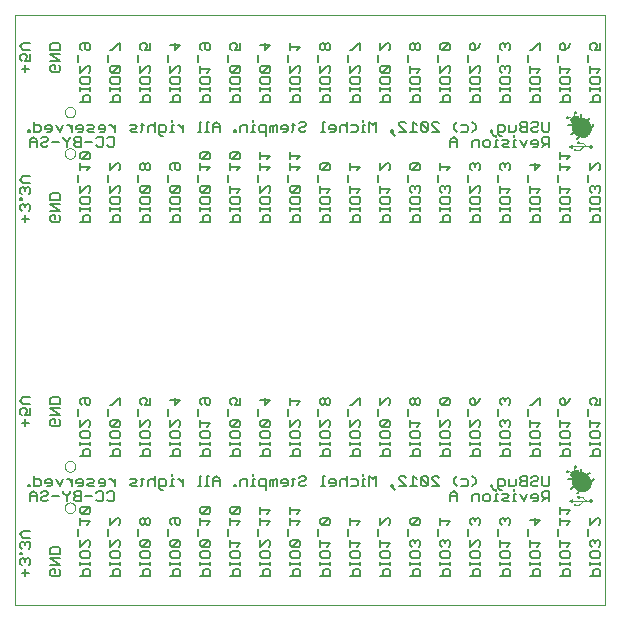
<source format=gbo>
G75*
G70*
%OFA0B0*%
%FSLAX24Y24*%
%IPPOS*%
%LPD*%
%AMOC8*
5,1,8,0,0,1.08239X$1,22.5*
%
%ADD10C,0.0000*%
%ADD11C,0.0050*%
%ADD12C,0.0001*%
%ADD13C,0.0020*%
%ADD14C,0.0025*%
%ADD15C,0.0100*%
%ADD16R,0.0092X0.0095*%
D10*
X001657Y006396D02*
X001657Y026081D01*
X021343Y026081D01*
X021343Y006396D01*
X001657Y006396D01*
X003323Y009644D02*
X003325Y009670D01*
X003331Y009696D01*
X003341Y009721D01*
X003354Y009744D01*
X003370Y009764D01*
X003390Y009782D01*
X003412Y009797D01*
X003435Y009809D01*
X003461Y009817D01*
X003487Y009821D01*
X003513Y009821D01*
X003539Y009817D01*
X003565Y009809D01*
X003589Y009797D01*
X003610Y009782D01*
X003630Y009764D01*
X003646Y009744D01*
X003659Y009721D01*
X003669Y009696D01*
X003675Y009670D01*
X003677Y009644D01*
X003675Y009618D01*
X003669Y009592D01*
X003659Y009567D01*
X003646Y009544D01*
X003630Y009524D01*
X003610Y009506D01*
X003588Y009491D01*
X003565Y009479D01*
X003539Y009471D01*
X003513Y009467D01*
X003487Y009467D01*
X003461Y009471D01*
X003435Y009479D01*
X003411Y009491D01*
X003390Y009506D01*
X003370Y009524D01*
X003354Y009544D01*
X003341Y009567D01*
X003331Y009592D01*
X003325Y009618D01*
X003323Y009644D01*
X003323Y011022D02*
X003325Y011048D01*
X003331Y011074D01*
X003341Y011099D01*
X003354Y011122D01*
X003370Y011142D01*
X003390Y011160D01*
X003412Y011175D01*
X003435Y011187D01*
X003461Y011195D01*
X003487Y011199D01*
X003513Y011199D01*
X003539Y011195D01*
X003565Y011187D01*
X003589Y011175D01*
X003610Y011160D01*
X003630Y011142D01*
X003646Y011122D01*
X003659Y011099D01*
X003669Y011074D01*
X003675Y011048D01*
X003677Y011022D01*
X003675Y010996D01*
X003669Y010970D01*
X003659Y010945D01*
X003646Y010922D01*
X003630Y010902D01*
X003610Y010884D01*
X003588Y010869D01*
X003565Y010857D01*
X003539Y010849D01*
X003513Y010845D01*
X003487Y010845D01*
X003461Y010849D01*
X003435Y010857D01*
X003411Y010869D01*
X003390Y010884D01*
X003370Y010902D01*
X003354Y010922D01*
X003341Y010945D01*
X003331Y010970D01*
X003325Y010996D01*
X003323Y011022D01*
X003323Y021455D02*
X003325Y021481D01*
X003331Y021507D01*
X003341Y021532D01*
X003354Y021555D01*
X003370Y021575D01*
X003390Y021593D01*
X003412Y021608D01*
X003435Y021620D01*
X003461Y021628D01*
X003487Y021632D01*
X003513Y021632D01*
X003539Y021628D01*
X003565Y021620D01*
X003589Y021608D01*
X003610Y021593D01*
X003630Y021575D01*
X003646Y021555D01*
X003659Y021532D01*
X003669Y021507D01*
X003675Y021481D01*
X003677Y021455D01*
X003675Y021429D01*
X003669Y021403D01*
X003659Y021378D01*
X003646Y021355D01*
X003630Y021335D01*
X003610Y021317D01*
X003588Y021302D01*
X003565Y021290D01*
X003539Y021282D01*
X003513Y021278D01*
X003487Y021278D01*
X003461Y021282D01*
X003435Y021290D01*
X003411Y021302D01*
X003390Y021317D01*
X003370Y021335D01*
X003354Y021355D01*
X003341Y021378D01*
X003331Y021403D01*
X003325Y021429D01*
X003323Y021455D01*
X003323Y022833D02*
X003325Y022859D01*
X003331Y022885D01*
X003341Y022910D01*
X003354Y022933D01*
X003370Y022953D01*
X003390Y022971D01*
X003412Y022986D01*
X003435Y022998D01*
X003461Y023006D01*
X003487Y023010D01*
X003513Y023010D01*
X003539Y023006D01*
X003565Y022998D01*
X003589Y022986D01*
X003610Y022971D01*
X003630Y022953D01*
X003646Y022933D01*
X003659Y022910D01*
X003669Y022885D01*
X003675Y022859D01*
X003677Y022833D01*
X003675Y022807D01*
X003669Y022781D01*
X003659Y022756D01*
X003646Y022733D01*
X003630Y022713D01*
X003610Y022695D01*
X003588Y022680D01*
X003565Y022668D01*
X003539Y022660D01*
X003513Y022656D01*
X003487Y022656D01*
X003461Y022660D01*
X003435Y022668D01*
X003411Y022680D01*
X003390Y022695D01*
X003370Y022713D01*
X003354Y022733D01*
X003341Y022756D01*
X003331Y022781D01*
X003325Y022807D01*
X003323Y022833D01*
X020135Y021689D02*
X020227Y021735D01*
X020228Y021735D01*
X020228Y021642D01*
X020135Y021689D01*
X020387Y022076D02*
X020339Y022112D01*
X020295Y022166D01*
X020248Y022239D01*
X020221Y022316D01*
X020216Y022402D01*
X020230Y022480D01*
X020254Y022527D01*
X020296Y022573D01*
X020320Y022591D01*
X020380Y022589D01*
X020466Y022571D01*
X020530Y022535D01*
X020577Y022494D01*
X020623Y022441D01*
X020666Y022376D01*
X020702Y022305D01*
X020727Y022225D01*
X020738Y022169D01*
X020743Y022118D01*
X020745Y022075D01*
X020746Y022073D01*
X020718Y022050D01*
X020684Y022032D01*
X020632Y022018D01*
X020563Y022016D01*
X020507Y022023D01*
X020446Y022044D01*
X020387Y022076D01*
X020741Y022280D02*
X020705Y022364D01*
X020657Y022446D01*
X020613Y022503D01*
X020568Y022546D01*
X020500Y022587D01*
X020427Y022618D01*
X020343Y022619D01*
X020370Y022630D01*
X020437Y022652D01*
X020480Y022653D01*
X020555Y022646D01*
X020629Y022623D01*
X020721Y022562D01*
X020793Y022475D01*
X020838Y022376D01*
X020850Y022284D01*
X020829Y022176D01*
X020773Y022094D01*
X020768Y022096D01*
X020764Y022126D01*
X020757Y022203D01*
X020741Y022280D01*
X020439Y022650D02*
X020439Y022652D01*
X020425Y022648D01*
X020389Y022635D01*
X020339Y022618D01*
X020329Y022610D01*
X020323Y022594D01*
X020307Y022582D01*
X020279Y022553D01*
X020259Y022532D01*
X020239Y022496D01*
X020236Y022496D01*
X020211Y022503D01*
X020184Y022527D01*
X020180Y022573D01*
X020204Y022623D01*
X020232Y022653D01*
X020264Y022678D01*
X020304Y022702D01*
X020337Y022710D01*
X020380Y022712D01*
X020414Y022703D01*
X020436Y022684D01*
X020439Y022650D01*
X020380Y010901D02*
X020337Y010899D01*
X020304Y010891D01*
X020264Y010867D01*
X020232Y010842D01*
X020204Y010812D01*
X020180Y010762D01*
X020184Y010715D01*
X020211Y010692D01*
X020236Y010685D01*
X020239Y010685D01*
X020259Y010721D01*
X020279Y010742D01*
X020307Y010771D01*
X020323Y010783D01*
X020329Y010799D01*
X020339Y010807D01*
X020389Y010824D01*
X020425Y010837D01*
X020439Y010841D01*
X020439Y010839D01*
X020436Y010873D01*
X020414Y010892D01*
X020380Y010901D01*
X020370Y010819D02*
X020343Y010808D01*
X020427Y010807D01*
X020500Y010776D01*
X020568Y010735D01*
X020613Y010692D01*
X020657Y010635D01*
X020705Y010553D01*
X020741Y010469D01*
X020757Y010392D01*
X020764Y010315D01*
X020768Y010285D01*
X020773Y010283D01*
X020829Y010365D01*
X020850Y010473D01*
X020838Y010565D01*
X020793Y010664D01*
X020721Y010751D01*
X020629Y010812D01*
X020555Y010835D01*
X020480Y010842D01*
X020437Y010841D01*
X020370Y010819D01*
X020380Y010778D02*
X020466Y010760D01*
X020530Y010724D01*
X020577Y010683D01*
X020623Y010630D01*
X020666Y010565D01*
X020702Y010494D01*
X020727Y010414D01*
X020738Y010358D01*
X020743Y010306D01*
X020745Y010264D01*
X020746Y010262D01*
X020718Y010239D01*
X020684Y010221D01*
X020632Y010206D01*
X020563Y010205D01*
X020507Y010212D01*
X020446Y010233D01*
X020387Y010265D01*
X020339Y010301D01*
X020295Y010355D01*
X020248Y010428D01*
X020221Y010505D01*
X020216Y010590D01*
X020230Y010669D01*
X020254Y010715D01*
X020296Y010762D01*
X020320Y010780D01*
X020380Y010778D01*
X020227Y009924D02*
X020228Y009924D01*
X020228Y009831D01*
X020135Y009878D01*
X020227Y009924D01*
D11*
X020434Y010004D02*
X020436Y010013D01*
X020441Y010020D01*
X020449Y010024D01*
X020457Y010025D01*
X020465Y010022D01*
X020472Y010016D01*
X020476Y010008D01*
X020476Y010000D01*
X020472Y009992D01*
X020466Y009986D01*
X020457Y009983D01*
X020449Y009984D01*
X020441Y009988D01*
X020436Y009995D01*
X020434Y010004D01*
X020437Y010164D02*
X020495Y010212D01*
X020230Y010308D02*
X020216Y010295D01*
X020204Y010280D01*
X020230Y010308D02*
X020293Y010360D01*
X020437Y010164D02*
X020416Y010147D01*
X020393Y010133D01*
X020175Y009562D02*
X019825Y009562D01*
X019825Y009445D02*
X019825Y009679D01*
X020059Y009445D02*
X020175Y009562D01*
X020175Y009194D02*
X019825Y009194D01*
X019825Y009077D02*
X019825Y009311D01*
X020059Y009077D02*
X020175Y009194D01*
X019767Y008942D02*
X019767Y008709D01*
X019825Y008574D02*
X019825Y008341D01*
X019825Y008457D02*
X020175Y008457D01*
X020059Y008341D01*
X020117Y008206D02*
X020175Y008147D01*
X020175Y008031D01*
X020117Y007972D01*
X019883Y007972D01*
X019825Y008031D01*
X019825Y008147D01*
X019883Y008206D01*
X020117Y008206D01*
X020175Y007843D02*
X020175Y007727D01*
X020175Y007785D02*
X019825Y007785D01*
X019825Y007727D02*
X019825Y007843D01*
X020000Y007592D02*
X019942Y007533D01*
X019942Y007358D01*
X019825Y007358D02*
X020175Y007358D01*
X020175Y007533D01*
X020117Y007592D01*
X020000Y007592D01*
X019175Y007533D02*
X019117Y007592D01*
X019000Y007592D01*
X018942Y007533D01*
X018942Y007358D01*
X018825Y007358D02*
X019175Y007358D01*
X019175Y007533D01*
X019175Y007727D02*
X019175Y007843D01*
X019175Y007785D02*
X018825Y007785D01*
X018825Y007727D02*
X018825Y007843D01*
X018883Y007972D02*
X018825Y008031D01*
X018825Y008147D01*
X018883Y008206D01*
X019117Y008206D01*
X019175Y008147D01*
X019175Y008031D01*
X019117Y007972D01*
X018883Y007972D01*
X018825Y008341D02*
X018825Y008574D01*
X018825Y008457D02*
X019175Y008457D01*
X019059Y008341D01*
X018767Y008709D02*
X018767Y008942D01*
X019000Y009077D02*
X019000Y009311D01*
X018825Y009252D02*
X019175Y009252D01*
X019000Y009077D01*
X019048Y009858D02*
X018932Y009858D01*
X019048Y009858D02*
X019107Y009917D01*
X019107Y010033D01*
X019048Y010092D01*
X018932Y010092D01*
X018873Y010033D01*
X018873Y009975D01*
X019107Y009975D01*
X019241Y010033D02*
X019300Y009975D01*
X019475Y009975D01*
X019475Y009858D02*
X019475Y010209D01*
X019300Y010209D01*
X019241Y010150D01*
X019241Y010033D01*
X019358Y009975D02*
X019241Y009858D01*
X019300Y010358D02*
X019241Y010417D01*
X019241Y010709D01*
X019107Y010650D02*
X019107Y010592D01*
X019048Y010533D01*
X018932Y010533D01*
X018873Y010475D01*
X018873Y010417D01*
X018932Y010358D01*
X019048Y010358D01*
X019107Y010417D01*
X019300Y010358D02*
X019417Y010358D01*
X019475Y010417D01*
X019475Y010709D01*
X019107Y010650D02*
X019048Y010709D01*
X018932Y010709D01*
X018873Y010650D01*
X018738Y010709D02*
X018738Y010358D01*
X018563Y010358D01*
X018505Y010417D01*
X018505Y010475D01*
X018563Y010533D01*
X018738Y010533D01*
X018563Y010533D02*
X018505Y010592D01*
X018505Y010650D01*
X018563Y010709D01*
X018738Y010709D01*
X018370Y010592D02*
X018370Y010417D01*
X018312Y010358D01*
X018137Y010358D01*
X018137Y010592D01*
X018002Y010533D02*
X018002Y010417D01*
X017943Y010358D01*
X017768Y010358D01*
X017768Y010300D02*
X017768Y010592D01*
X017943Y010592D01*
X018002Y010533D01*
X017885Y010242D02*
X017827Y010242D01*
X017768Y010300D01*
X017698Y010267D02*
X017698Y010209D01*
X017633Y010242D02*
X017517Y010358D01*
X017575Y010358D01*
X017575Y010417D01*
X017517Y010417D01*
X017517Y010358D01*
X017452Y010092D02*
X017336Y010092D01*
X017277Y010033D01*
X017277Y009917D01*
X017336Y009858D01*
X017452Y009858D01*
X017511Y009917D01*
X017511Y010033D01*
X017452Y010092D01*
X017698Y010092D02*
X017698Y009858D01*
X017756Y009858D02*
X017639Y009858D01*
X017698Y010092D02*
X017756Y010092D01*
X017891Y010092D02*
X018066Y010092D01*
X018125Y010033D01*
X018066Y009975D01*
X017949Y009975D01*
X017891Y009917D01*
X017949Y009858D01*
X018125Y009858D01*
X018253Y009858D02*
X018370Y009858D01*
X018312Y009858D02*
X018312Y010092D01*
X018370Y010092D01*
X018312Y010209D02*
X018312Y010267D01*
X018505Y010092D02*
X018622Y009858D01*
X018738Y010092D01*
X018117Y009311D02*
X018059Y009311D01*
X018000Y009252D01*
X017942Y009311D01*
X017883Y009311D01*
X017825Y009252D01*
X017825Y009136D01*
X017883Y009077D01*
X018000Y009194D02*
X018000Y009252D01*
X018117Y009311D02*
X018175Y009252D01*
X018175Y009136D01*
X018117Y009077D01*
X017767Y008942D02*
X017767Y008709D01*
X017825Y008574D02*
X017825Y008341D01*
X017825Y008457D02*
X018175Y008457D01*
X018059Y008341D01*
X018117Y008206D02*
X018175Y008147D01*
X018175Y008031D01*
X018117Y007972D01*
X017883Y007972D01*
X017825Y008031D01*
X017825Y008147D01*
X017883Y008206D01*
X018117Y008206D01*
X018175Y007843D02*
X018175Y007727D01*
X018175Y007785D02*
X017825Y007785D01*
X017825Y007727D02*
X017825Y007843D01*
X018000Y007592D02*
X017942Y007533D01*
X017942Y007358D01*
X017825Y007358D02*
X018175Y007358D01*
X018175Y007533D01*
X018117Y007592D01*
X018000Y007592D01*
X017175Y007533D02*
X017117Y007592D01*
X017000Y007592D01*
X016942Y007533D01*
X016942Y007358D01*
X016825Y007358D02*
X017175Y007358D01*
X017175Y007533D01*
X017175Y007727D02*
X017175Y007843D01*
X017175Y007785D02*
X016825Y007785D01*
X016825Y007727D02*
X016825Y007843D01*
X016883Y007972D02*
X016825Y008031D01*
X016825Y008147D01*
X016883Y008206D01*
X017117Y008206D01*
X017175Y008147D01*
X017175Y008031D01*
X017117Y007972D01*
X016883Y007972D01*
X016825Y008341D02*
X017059Y008574D01*
X017117Y008574D01*
X017175Y008516D01*
X017175Y008399D01*
X017117Y008341D01*
X016825Y008341D02*
X016825Y008574D01*
X016767Y008709D02*
X016767Y008942D01*
X016883Y009077D02*
X016825Y009136D01*
X016825Y009252D01*
X016883Y009311D01*
X016942Y009311D01*
X017000Y009252D01*
X017000Y009194D01*
X017000Y009252D02*
X017059Y009311D01*
X017117Y009311D01*
X017175Y009252D01*
X017175Y009136D01*
X017117Y009077D01*
X017142Y009858D02*
X017142Y010092D01*
X016967Y010092D01*
X016909Y010033D01*
X016909Y009858D01*
X016903Y010358D02*
X017020Y010475D01*
X017020Y010592D01*
X016903Y010709D01*
X016774Y010533D02*
X016774Y010417D01*
X016716Y010358D01*
X016540Y010358D01*
X016406Y010358D02*
X016289Y010475D01*
X016289Y010592D01*
X016406Y010709D01*
X016540Y010592D02*
X016716Y010592D01*
X016774Y010533D01*
X016406Y010092D02*
X016289Y010209D01*
X016172Y010092D01*
X016172Y009858D01*
X016172Y010033D02*
X016406Y010033D01*
X016406Y010092D02*
X016406Y009858D01*
X015792Y010358D02*
X015558Y010592D01*
X015558Y010650D01*
X015617Y010709D01*
X015733Y010709D01*
X015792Y010650D01*
X015792Y010358D02*
X015558Y010358D01*
X015424Y010417D02*
X015190Y010650D01*
X015190Y010417D01*
X015248Y010358D01*
X015365Y010358D01*
X015424Y010417D01*
X015424Y010650D01*
X015365Y010709D01*
X015248Y010709D01*
X015190Y010650D01*
X015055Y010592D02*
X014938Y010709D01*
X014938Y010358D01*
X014822Y010358D02*
X015055Y010358D01*
X014687Y010358D02*
X014453Y010592D01*
X014453Y010650D01*
X014512Y010709D01*
X014629Y010709D01*
X014687Y010650D01*
X014687Y010358D02*
X014453Y010358D01*
X014319Y010242D02*
X014202Y010358D01*
X014260Y010358D01*
X014260Y010417D01*
X014202Y010417D01*
X014202Y010358D01*
X013705Y010358D02*
X013705Y010709D01*
X013588Y010592D01*
X013471Y010709D01*
X013471Y010358D01*
X013336Y010358D02*
X013220Y010358D01*
X013278Y010358D02*
X013278Y010592D01*
X013336Y010592D01*
X013278Y010709D02*
X013278Y010767D01*
X013091Y010533D02*
X013091Y010417D01*
X013033Y010358D01*
X012857Y010358D01*
X012723Y010358D02*
X012723Y010709D01*
X012664Y010592D02*
X012547Y010592D01*
X012489Y010533D01*
X012489Y010358D01*
X012354Y010417D02*
X012354Y010533D01*
X012296Y010592D01*
X012179Y010592D01*
X012121Y010533D01*
X012121Y010475D01*
X012354Y010475D01*
X012354Y010417D02*
X012296Y010358D01*
X012179Y010358D01*
X011986Y010358D02*
X011869Y010358D01*
X011928Y010358D02*
X011928Y010709D01*
X011986Y010709D01*
X011372Y010650D02*
X011372Y010592D01*
X011314Y010533D01*
X011197Y010533D01*
X011139Y010475D01*
X011139Y010417D01*
X011197Y010358D01*
X011314Y010358D01*
X011372Y010417D01*
X011372Y010650D02*
X011314Y010709D01*
X011197Y010709D01*
X011139Y010650D01*
X011004Y010592D02*
X010887Y010592D01*
X010945Y010650D02*
X010945Y010417D01*
X010887Y010358D01*
X010758Y010417D02*
X010758Y010533D01*
X010700Y010592D01*
X010583Y010592D01*
X010525Y010533D01*
X010525Y010475D01*
X010758Y010475D01*
X010758Y010417D02*
X010700Y010358D01*
X010583Y010358D01*
X010390Y010358D02*
X010390Y010592D01*
X010332Y010592D01*
X010273Y010533D01*
X010215Y010592D01*
X010156Y010533D01*
X010156Y010358D01*
X010273Y010358D02*
X010273Y010533D01*
X010022Y010592D02*
X010022Y010242D01*
X010022Y010358D02*
X009846Y010358D01*
X009788Y010417D01*
X009788Y010533D01*
X009846Y010592D01*
X010022Y010592D01*
X009653Y010592D02*
X009595Y010592D01*
X009595Y010358D01*
X009653Y010358D02*
X009537Y010358D01*
X009408Y010358D02*
X009408Y010592D01*
X009233Y010592D01*
X009174Y010533D01*
X009174Y010358D01*
X009039Y010358D02*
X008981Y010358D01*
X008981Y010417D01*
X009039Y010417D01*
X009039Y010358D01*
X008487Y010358D02*
X008487Y010592D01*
X008370Y010709D01*
X008253Y010592D01*
X008253Y010358D01*
X008119Y010358D02*
X008002Y010358D01*
X008060Y010358D02*
X008060Y010709D01*
X008119Y010709D01*
X008253Y010533D02*
X008487Y010533D01*
X007873Y010358D02*
X007756Y010358D01*
X007815Y010358D02*
X007815Y010709D01*
X007873Y010709D01*
X007259Y010592D02*
X007259Y010358D01*
X007259Y010475D02*
X007142Y010592D01*
X007084Y010592D01*
X006952Y010592D02*
X006894Y010592D01*
X006894Y010358D01*
X006952Y010358D02*
X006836Y010358D01*
X006707Y010417D02*
X006707Y010533D01*
X006648Y010592D01*
X006473Y010592D01*
X006473Y010300D01*
X006532Y010242D01*
X006590Y010242D01*
X006648Y010358D02*
X006473Y010358D01*
X006338Y010358D02*
X006338Y010709D01*
X006280Y010592D02*
X006163Y010592D01*
X006105Y010533D01*
X006105Y010358D01*
X005912Y010417D02*
X005853Y010358D01*
X005912Y010417D02*
X005912Y010650D01*
X005970Y010592D02*
X005853Y010592D01*
X005725Y010533D02*
X005666Y010592D01*
X005491Y010592D01*
X005549Y010475D02*
X005666Y010475D01*
X005725Y010533D01*
X005725Y010358D02*
X005549Y010358D01*
X005491Y010417D01*
X005549Y010475D01*
X004988Y010475D02*
X004871Y010592D01*
X004813Y010592D01*
X004681Y010533D02*
X004681Y010417D01*
X004623Y010358D01*
X004506Y010358D01*
X004448Y010475D02*
X004681Y010475D01*
X004681Y010533D02*
X004623Y010592D01*
X004506Y010592D01*
X004448Y010533D01*
X004448Y010475D01*
X004313Y010533D02*
X004254Y010592D01*
X004079Y010592D01*
X004138Y010475D02*
X004254Y010475D01*
X004313Y010533D01*
X004313Y010358D02*
X004138Y010358D01*
X004079Y010417D01*
X004138Y010475D01*
X003944Y010475D02*
X003711Y010475D01*
X003711Y010533D01*
X003769Y010592D01*
X003886Y010592D01*
X003944Y010533D01*
X003944Y010417D01*
X003886Y010358D01*
X003769Y010358D01*
X003695Y010209D02*
X003637Y010150D01*
X003637Y010092D01*
X003695Y010033D01*
X003870Y010033D01*
X004005Y010033D02*
X004238Y010033D01*
X004373Y009917D02*
X004432Y009858D01*
X004548Y009858D01*
X004607Y009917D01*
X004607Y010150D01*
X004548Y010209D01*
X004432Y010209D01*
X004373Y010150D01*
X004741Y010150D02*
X004800Y010209D01*
X004917Y010209D01*
X004975Y010150D01*
X004975Y009917D01*
X004917Y009858D01*
X004800Y009858D01*
X004741Y009917D01*
X004988Y010358D02*
X004988Y010592D01*
X004942Y011358D02*
X004942Y011533D01*
X005000Y011592D01*
X005117Y011592D01*
X005175Y011533D01*
X005175Y011358D01*
X004825Y011358D01*
X004825Y011727D02*
X004825Y011843D01*
X004825Y011785D02*
X005175Y011785D01*
X005175Y011727D02*
X005175Y011843D01*
X005117Y011972D02*
X004883Y011972D01*
X004825Y012031D01*
X004825Y012147D01*
X004883Y012206D01*
X005117Y012206D01*
X005175Y012147D01*
X005175Y012031D01*
X005117Y011972D01*
X005117Y012341D02*
X004883Y012341D01*
X005117Y012574D01*
X004883Y012574D01*
X004825Y012516D01*
X004825Y012399D01*
X004883Y012341D01*
X005117Y012341D02*
X005175Y012399D01*
X005175Y012516D01*
X005117Y012574D01*
X004767Y012709D02*
X004767Y012942D01*
X004825Y013077D02*
X004883Y013077D01*
X005117Y013311D01*
X005175Y013311D01*
X005175Y013077D01*
X005767Y012942D02*
X005767Y012709D01*
X005825Y012574D02*
X005825Y012341D01*
X006059Y012574D01*
X006117Y012574D01*
X006175Y012516D01*
X006175Y012399D01*
X006117Y012341D01*
X006117Y012206D02*
X006175Y012147D01*
X006175Y012031D01*
X006117Y011972D01*
X005883Y011972D01*
X005825Y012031D01*
X005825Y012147D01*
X005883Y012206D01*
X006117Y012206D01*
X006175Y011843D02*
X006175Y011727D01*
X006175Y011785D02*
X005825Y011785D01*
X005825Y011727D02*
X005825Y011843D01*
X006000Y011592D02*
X005942Y011533D01*
X005942Y011358D01*
X005825Y011358D02*
X006175Y011358D01*
X006175Y011533D01*
X006117Y011592D01*
X006000Y011592D01*
X006825Y011727D02*
X006825Y011843D01*
X006825Y011785D02*
X007175Y011785D01*
X007175Y011727D02*
X007175Y011843D01*
X007117Y011972D02*
X006883Y011972D01*
X006825Y012031D01*
X006825Y012147D01*
X006883Y012206D01*
X007117Y012206D01*
X007175Y012147D01*
X007175Y012031D01*
X007117Y011972D01*
X007117Y012341D02*
X007175Y012399D01*
X007175Y012516D01*
X007117Y012574D01*
X007059Y012574D01*
X006825Y012341D01*
X006825Y012574D01*
X006767Y012709D02*
X006767Y012942D01*
X007000Y013077D02*
X007000Y013311D01*
X006825Y013252D02*
X007175Y013252D01*
X007000Y013077D01*
X006175Y013077D02*
X006000Y013077D01*
X006059Y013194D01*
X006059Y013252D01*
X006000Y013311D01*
X005883Y013311D01*
X005825Y013252D01*
X005825Y013136D01*
X005883Y013077D01*
X006175Y013077D02*
X006175Y013311D01*
X007767Y012942D02*
X007767Y012709D01*
X007825Y012574D02*
X007825Y012341D01*
X007825Y012457D02*
X008175Y012457D01*
X008059Y012341D01*
X008117Y012206D02*
X008175Y012147D01*
X008175Y012031D01*
X008117Y011972D01*
X007883Y011972D01*
X007825Y012031D01*
X007825Y012147D01*
X007883Y012206D01*
X008117Y012206D01*
X008175Y011843D02*
X008175Y011727D01*
X008175Y011785D02*
X007825Y011785D01*
X007825Y011727D02*
X007825Y011843D01*
X008000Y011592D02*
X007942Y011533D01*
X007942Y011358D01*
X007825Y011358D02*
X008175Y011358D01*
X008175Y011533D01*
X008117Y011592D01*
X008000Y011592D01*
X007175Y011533D02*
X007117Y011592D01*
X007000Y011592D01*
X006942Y011533D01*
X006942Y011358D01*
X006825Y011358D02*
X007175Y011358D01*
X007175Y011533D01*
X006894Y010767D02*
X006894Y010709D01*
X006707Y010417D02*
X006648Y010358D01*
X006338Y010533D02*
X006280Y010592D01*
X006117Y009311D02*
X006059Y009311D01*
X006000Y009252D01*
X006000Y009136D01*
X006059Y009077D01*
X006117Y009077D01*
X006175Y009136D01*
X006175Y009252D01*
X006117Y009311D01*
X006000Y009252D02*
X005942Y009311D01*
X005883Y009311D01*
X005825Y009252D01*
X005825Y009136D01*
X005883Y009077D01*
X005942Y009077D01*
X006000Y009136D01*
X005767Y008942D02*
X005767Y008709D01*
X005883Y008574D02*
X005825Y008516D01*
X005825Y008399D01*
X005883Y008341D01*
X006117Y008574D01*
X005883Y008574D01*
X005883Y008341D02*
X006117Y008341D01*
X006175Y008399D01*
X006175Y008516D01*
X006117Y008574D01*
X006117Y008206D02*
X006175Y008147D01*
X006175Y008031D01*
X006117Y007972D01*
X005883Y007972D01*
X005825Y008031D01*
X005825Y008147D01*
X005883Y008206D01*
X006117Y008206D01*
X006175Y007843D02*
X006175Y007727D01*
X006175Y007785D02*
X005825Y007785D01*
X005825Y007727D02*
X005825Y007843D01*
X006000Y007592D02*
X005942Y007533D01*
X005942Y007358D01*
X005825Y007358D02*
X006175Y007358D01*
X006175Y007533D01*
X006117Y007592D01*
X006000Y007592D01*
X005175Y007533D02*
X005117Y007592D01*
X005000Y007592D01*
X004942Y007533D01*
X004942Y007358D01*
X004825Y007358D02*
X005175Y007358D01*
X005175Y007533D01*
X005175Y007727D02*
X005175Y007843D01*
X005175Y007785D02*
X004825Y007785D01*
X004825Y007727D02*
X004825Y007843D01*
X004883Y007972D02*
X004825Y008031D01*
X004825Y008147D01*
X004883Y008206D01*
X005117Y008206D01*
X005175Y008147D01*
X005175Y008031D01*
X005117Y007972D01*
X004883Y007972D01*
X004825Y008341D02*
X005059Y008574D01*
X005117Y008574D01*
X005175Y008516D01*
X005175Y008399D01*
X005117Y008341D01*
X004825Y008341D02*
X004825Y008574D01*
X004767Y008709D02*
X004767Y008942D01*
X004825Y009077D02*
X005059Y009311D01*
X005117Y009311D01*
X005175Y009252D01*
X005175Y009136D01*
X005117Y009077D01*
X004825Y009077D02*
X004825Y009311D01*
X004175Y009194D02*
X003825Y009194D01*
X003825Y009077D02*
X003825Y009311D01*
X003883Y009445D02*
X004117Y009679D01*
X003883Y009679D01*
X003825Y009621D01*
X003825Y009504D01*
X003883Y009445D01*
X004117Y009445D01*
X004175Y009504D01*
X004175Y009621D01*
X004117Y009679D01*
X003870Y009858D02*
X003695Y009858D01*
X003637Y009917D01*
X003637Y009975D01*
X003695Y010033D01*
X003695Y010209D02*
X003870Y010209D01*
X003870Y009858D01*
X003502Y010150D02*
X003385Y010033D01*
X003385Y009858D01*
X003385Y010033D02*
X003268Y010150D01*
X003268Y010209D01*
X003152Y010358D02*
X003036Y010592D01*
X002901Y010533D02*
X002842Y010592D01*
X002726Y010592D01*
X002667Y010533D01*
X002667Y010475D01*
X002901Y010475D01*
X002901Y010417D02*
X002901Y010533D01*
X002901Y010417D02*
X002842Y010358D01*
X002726Y010358D01*
X002707Y010209D02*
X002765Y010150D01*
X002765Y010092D01*
X002707Y010033D01*
X002590Y010033D01*
X002532Y009975D01*
X002532Y009917D01*
X002590Y009858D01*
X002707Y009858D01*
X002765Y009917D01*
X002900Y010033D02*
X003133Y010033D01*
X003152Y010358D02*
X003269Y010592D01*
X003401Y010592D02*
X003459Y010592D01*
X003576Y010475D01*
X003576Y010358D02*
X003576Y010592D01*
X003502Y010209D02*
X003502Y010150D01*
X002707Y010209D02*
X002590Y010209D01*
X002532Y010150D01*
X002397Y010092D02*
X002280Y010209D01*
X002163Y010092D01*
X002163Y009858D01*
X002163Y010033D02*
X002397Y010033D01*
X002397Y010092D02*
X002397Y009858D01*
X002474Y010358D02*
X002533Y010417D01*
X002533Y010533D01*
X002474Y010592D01*
X002299Y010592D01*
X002299Y010709D02*
X002299Y010358D01*
X002474Y010358D01*
X002164Y010358D02*
X002106Y010358D01*
X002106Y010417D01*
X002164Y010417D01*
X002164Y010358D01*
X002175Y008881D02*
X001942Y008881D01*
X001825Y008764D01*
X001942Y008647D01*
X002175Y008647D01*
X002117Y008513D02*
X002059Y008513D01*
X002000Y008454D01*
X001942Y008513D01*
X001883Y008513D01*
X001825Y008454D01*
X001825Y008338D01*
X001883Y008279D01*
X001883Y008153D02*
X001825Y008153D01*
X001825Y008095D01*
X001883Y008095D01*
X001883Y008153D01*
X001883Y007960D02*
X001825Y007902D01*
X001825Y007785D01*
X001883Y007727D01*
X002000Y007843D02*
X002000Y007902D01*
X001942Y007960D01*
X001883Y007960D01*
X002000Y007902D02*
X002059Y007960D01*
X002117Y007960D01*
X002175Y007902D01*
X002175Y007785D01*
X002117Y007727D01*
X002000Y007592D02*
X002000Y007358D01*
X002117Y007475D02*
X001883Y007475D01*
X002117Y008279D02*
X002175Y008338D01*
X002175Y008454D01*
X002117Y008513D01*
X002000Y008454D02*
X002000Y008396D01*
X002825Y008270D02*
X002825Y008095D01*
X003175Y008095D01*
X003175Y008270D01*
X003117Y008328D01*
X002883Y008328D01*
X002825Y008270D01*
X002825Y007960D02*
X003175Y007960D01*
X003175Y007727D02*
X002825Y007727D01*
X002883Y007592D02*
X003000Y007592D01*
X003000Y007475D01*
X002883Y007358D02*
X002825Y007417D01*
X002825Y007533D01*
X002883Y007592D01*
X002883Y007358D02*
X003117Y007358D01*
X003175Y007417D01*
X003175Y007533D01*
X003117Y007592D01*
X003175Y007727D02*
X002825Y007960D01*
X003825Y008031D02*
X003825Y008147D01*
X003883Y008206D01*
X004117Y008206D01*
X004175Y008147D01*
X004175Y008031D01*
X004117Y007972D01*
X003883Y007972D01*
X003825Y008031D01*
X003825Y007843D02*
X003825Y007727D01*
X003825Y007785D02*
X004175Y007785D01*
X004175Y007727D02*
X004175Y007843D01*
X004117Y007592D02*
X004000Y007592D01*
X003942Y007533D01*
X003942Y007358D01*
X003825Y007358D02*
X004175Y007358D01*
X004175Y007533D01*
X004117Y007592D01*
X004117Y008341D02*
X004175Y008399D01*
X004175Y008516D01*
X004117Y008574D01*
X004059Y008574D01*
X003825Y008341D01*
X003825Y008574D01*
X003767Y008709D02*
X003767Y008942D01*
X004059Y009077D02*
X004175Y009194D01*
X004175Y011358D02*
X003825Y011358D01*
X003942Y011358D02*
X003942Y011533D01*
X004000Y011592D01*
X004117Y011592D01*
X004175Y011533D01*
X004175Y011358D01*
X004175Y011727D02*
X004175Y011843D01*
X004175Y011785D02*
X003825Y011785D01*
X003825Y011727D02*
X003825Y011843D01*
X003883Y011972D02*
X003825Y012031D01*
X003825Y012147D01*
X003883Y012206D01*
X004117Y012206D01*
X004175Y012147D01*
X004175Y012031D01*
X004117Y011972D01*
X003883Y011972D01*
X003825Y012341D02*
X004059Y012574D01*
X004117Y012574D01*
X004175Y012516D01*
X004175Y012399D01*
X004117Y012341D01*
X003825Y012341D02*
X003825Y012574D01*
X003767Y012709D02*
X003767Y012942D01*
X003883Y013077D02*
X003825Y013136D01*
X003825Y013252D01*
X003883Y013311D01*
X004117Y013311D01*
X004175Y013252D01*
X004175Y013136D01*
X004117Y013077D01*
X004059Y013077D01*
X004000Y013136D01*
X004000Y013311D01*
X003175Y013270D02*
X003175Y013095D01*
X002825Y013095D01*
X002825Y013270D01*
X002883Y013328D01*
X003117Y013328D01*
X003175Y013270D01*
X003175Y012960D02*
X002825Y012960D01*
X003175Y012727D01*
X002825Y012727D01*
X002883Y012592D02*
X003000Y012592D01*
X003000Y012475D01*
X002883Y012358D02*
X002825Y012417D01*
X002825Y012533D01*
X002883Y012592D01*
X002883Y012358D02*
X003117Y012358D01*
X003175Y012417D01*
X003175Y012533D01*
X003117Y012592D01*
X002175Y012727D02*
X002000Y012727D01*
X002059Y012843D01*
X002059Y012902D01*
X002000Y012960D01*
X001883Y012960D01*
X001825Y012902D01*
X001825Y012785D01*
X001883Y012727D01*
X002000Y012592D02*
X002000Y012358D01*
X002117Y012475D02*
X001883Y012475D01*
X002175Y012727D02*
X002175Y012960D01*
X002175Y013095D02*
X001942Y013095D01*
X001825Y013212D01*
X001942Y013328D01*
X002175Y013328D01*
X006825Y009252D02*
X006883Y009311D01*
X007117Y009311D01*
X007175Y009252D01*
X007175Y009136D01*
X007117Y009077D01*
X007059Y009077D01*
X007000Y009136D01*
X007000Y009311D01*
X006825Y009252D02*
X006825Y009136D01*
X006883Y009077D01*
X006767Y008942D02*
X006767Y008709D01*
X006883Y008574D02*
X006825Y008516D01*
X006825Y008399D01*
X006883Y008341D01*
X007117Y008574D01*
X006883Y008574D01*
X006883Y008341D02*
X007117Y008341D01*
X007175Y008399D01*
X007175Y008516D01*
X007117Y008574D01*
X007117Y008206D02*
X006883Y008206D01*
X006825Y008147D01*
X006825Y008031D01*
X006883Y007972D01*
X007117Y007972D01*
X007175Y008031D01*
X007175Y008147D01*
X007117Y008206D01*
X007175Y007843D02*
X007175Y007727D01*
X007175Y007785D02*
X006825Y007785D01*
X006825Y007727D02*
X006825Y007843D01*
X007000Y007592D02*
X006942Y007533D01*
X006942Y007358D01*
X006825Y007358D02*
X007175Y007358D01*
X007175Y007533D01*
X007117Y007592D01*
X007000Y007592D01*
X007825Y007727D02*
X007825Y007843D01*
X007825Y007785D02*
X008175Y007785D01*
X008175Y007727D02*
X008175Y007843D01*
X008117Y007972D02*
X008175Y008031D01*
X008175Y008147D01*
X008117Y008206D01*
X007883Y008206D01*
X007825Y008147D01*
X007825Y008031D01*
X007883Y007972D01*
X008117Y007972D01*
X008117Y008341D02*
X008175Y008399D01*
X008175Y008516D01*
X008117Y008574D01*
X007883Y008341D01*
X007825Y008399D01*
X007825Y008516D01*
X007883Y008574D01*
X008117Y008574D01*
X008117Y008341D02*
X007883Y008341D01*
X007767Y008709D02*
X007767Y008942D01*
X007825Y009077D02*
X007825Y009311D01*
X007825Y009194D02*
X008175Y009194D01*
X008059Y009077D01*
X008117Y009445D02*
X008175Y009504D01*
X008175Y009621D01*
X008117Y009679D01*
X007883Y009445D01*
X007825Y009504D01*
X007825Y009621D01*
X007883Y009679D01*
X008117Y009679D01*
X008117Y009445D02*
X007883Y009445D01*
X008825Y009504D02*
X008883Y009445D01*
X009117Y009679D01*
X008883Y009679D01*
X008825Y009621D01*
X008825Y009504D01*
X008883Y009445D02*
X009117Y009445D01*
X009175Y009504D01*
X009175Y009621D01*
X009117Y009679D01*
X008825Y009311D02*
X008825Y009077D01*
X008825Y009194D02*
X009175Y009194D01*
X009059Y009077D01*
X008767Y008942D02*
X008767Y008709D01*
X008825Y008574D02*
X008825Y008341D01*
X008825Y008457D02*
X009175Y008457D01*
X009059Y008341D01*
X009117Y008206D02*
X009175Y008147D01*
X009175Y008031D01*
X009117Y007972D01*
X008883Y007972D01*
X008825Y008031D01*
X008825Y008147D01*
X008883Y008206D01*
X009117Y008206D01*
X009175Y007843D02*
X009175Y007727D01*
X009175Y007785D02*
X008825Y007785D01*
X008825Y007727D02*
X008825Y007843D01*
X009000Y007592D02*
X008942Y007533D01*
X008942Y007358D01*
X008825Y007358D02*
X009175Y007358D01*
X009175Y007533D01*
X009117Y007592D01*
X009000Y007592D01*
X008175Y007533D02*
X008117Y007592D01*
X008000Y007592D01*
X007942Y007533D01*
X007942Y007358D01*
X007825Y007358D02*
X008175Y007358D01*
X008175Y007533D01*
X009767Y008709D02*
X009767Y008942D01*
X009825Y009077D02*
X009825Y009311D01*
X009825Y009194D02*
X010175Y009194D01*
X010059Y009077D01*
X010059Y009445D02*
X010175Y009562D01*
X009825Y009562D01*
X009825Y009445D02*
X009825Y009679D01*
X010825Y009679D02*
X010825Y009445D01*
X010825Y009562D02*
X011175Y009562D01*
X011059Y009445D01*
X010825Y009311D02*
X010825Y009077D01*
X010825Y009194D02*
X011175Y009194D01*
X011059Y009077D01*
X010767Y008942D02*
X010767Y008709D01*
X010883Y008574D02*
X010825Y008516D01*
X010825Y008399D01*
X010883Y008341D01*
X011117Y008574D01*
X010883Y008574D01*
X010883Y008341D02*
X011117Y008341D01*
X011175Y008399D01*
X011175Y008516D01*
X011117Y008574D01*
X011117Y008206D02*
X010883Y008206D01*
X010825Y008147D01*
X010825Y008031D01*
X010883Y007972D01*
X011117Y007972D01*
X011175Y008031D01*
X011175Y008147D01*
X011117Y008206D01*
X011175Y007843D02*
X011175Y007727D01*
X011175Y007785D02*
X010825Y007785D01*
X010825Y007727D02*
X010825Y007843D01*
X011000Y007592D02*
X010942Y007533D01*
X010942Y007358D01*
X010825Y007358D02*
X011175Y007358D01*
X011175Y007533D01*
X011117Y007592D01*
X011000Y007592D01*
X010175Y007533D02*
X010117Y007592D01*
X010000Y007592D01*
X009942Y007533D01*
X009942Y007358D01*
X009825Y007358D02*
X010175Y007358D01*
X010175Y007533D01*
X010175Y007727D02*
X010175Y007843D01*
X010175Y007785D02*
X009825Y007785D01*
X009825Y007727D02*
X009825Y007843D01*
X009883Y007972D02*
X009825Y008031D01*
X009825Y008147D01*
X009883Y008206D01*
X010117Y008206D01*
X010175Y008147D01*
X010175Y008031D01*
X010117Y007972D01*
X009883Y007972D01*
X009825Y008341D02*
X010059Y008574D01*
X010117Y008574D01*
X010175Y008516D01*
X010175Y008399D01*
X010117Y008341D01*
X009825Y008341D02*
X009825Y008574D01*
X011767Y008709D02*
X011767Y008942D01*
X011883Y009077D02*
X012117Y009311D01*
X011883Y009311D01*
X011825Y009252D01*
X011825Y009136D01*
X011883Y009077D01*
X012117Y009077D01*
X012175Y009136D01*
X012175Y009252D01*
X012117Y009311D01*
X012825Y009311D02*
X012825Y009077D01*
X012825Y009194D02*
X013175Y009194D01*
X013059Y009077D01*
X012767Y008942D02*
X012767Y008709D01*
X012825Y008574D02*
X012825Y008341D01*
X012825Y008457D02*
X013175Y008457D01*
X013059Y008341D01*
X013117Y008206D02*
X013175Y008147D01*
X013175Y008031D01*
X013117Y007972D01*
X012883Y007972D01*
X012825Y008031D01*
X012825Y008147D01*
X012883Y008206D01*
X013117Y008206D01*
X013175Y007843D02*
X013175Y007727D01*
X013175Y007785D02*
X012825Y007785D01*
X012825Y007727D02*
X012825Y007843D01*
X013000Y007592D02*
X012942Y007533D01*
X012942Y007358D01*
X012825Y007358D02*
X013175Y007358D01*
X013175Y007533D01*
X013117Y007592D01*
X013000Y007592D01*
X012175Y007533D02*
X012117Y007592D01*
X012000Y007592D01*
X011942Y007533D01*
X011942Y007358D01*
X011825Y007358D02*
X012175Y007358D01*
X012175Y007533D01*
X012175Y007727D02*
X012175Y007843D01*
X012175Y007785D02*
X011825Y007785D01*
X011825Y007727D02*
X011825Y007843D01*
X011883Y007972D02*
X011825Y008031D01*
X011825Y008147D01*
X011883Y008206D01*
X012117Y008206D01*
X012175Y008147D01*
X012175Y008031D01*
X012117Y007972D01*
X011883Y007972D01*
X011825Y008341D02*
X011825Y008574D01*
X011825Y008457D02*
X012175Y008457D01*
X012059Y008341D01*
X013767Y008709D02*
X013767Y008942D01*
X013825Y009077D02*
X014059Y009311D01*
X014117Y009311D01*
X014175Y009252D01*
X014175Y009136D01*
X014117Y009077D01*
X013825Y009077D02*
X013825Y009311D01*
X013825Y008574D02*
X013825Y008341D01*
X013825Y008457D02*
X014175Y008457D01*
X014059Y008341D01*
X014117Y008206D02*
X014175Y008147D01*
X014175Y008031D01*
X014117Y007972D01*
X013883Y007972D01*
X013825Y008031D01*
X013825Y008147D01*
X013883Y008206D01*
X014117Y008206D01*
X014175Y007843D02*
X014175Y007727D01*
X014175Y007785D02*
X013825Y007785D01*
X013825Y007727D02*
X013825Y007843D01*
X014000Y007592D02*
X013942Y007533D01*
X013942Y007358D01*
X013825Y007358D02*
X014175Y007358D01*
X014175Y007533D01*
X014117Y007592D01*
X014000Y007592D01*
X014825Y007727D02*
X014825Y007843D01*
X014825Y007785D02*
X015175Y007785D01*
X015175Y007727D02*
X015175Y007843D01*
X015117Y007972D02*
X015175Y008031D01*
X015175Y008147D01*
X015117Y008206D01*
X014883Y008206D01*
X014825Y008147D01*
X014825Y008031D01*
X014883Y007972D01*
X015117Y007972D01*
X015117Y008341D02*
X015175Y008399D01*
X015175Y008516D01*
X015117Y008574D01*
X015059Y008574D01*
X015000Y008516D01*
X014942Y008574D01*
X014883Y008574D01*
X014825Y008516D01*
X014825Y008399D01*
X014883Y008341D01*
X015000Y008457D02*
X015000Y008516D01*
X014767Y008709D02*
X014767Y008942D01*
X014883Y009077D02*
X014825Y009136D01*
X014825Y009252D01*
X014883Y009311D01*
X015117Y009311D01*
X014883Y009077D01*
X015117Y009077D01*
X015175Y009136D01*
X015175Y009252D01*
X015117Y009311D01*
X015825Y009311D02*
X015825Y009077D01*
X015825Y009194D02*
X016175Y009194D01*
X016059Y009077D01*
X015767Y008942D02*
X015767Y008709D01*
X015883Y008574D02*
X015825Y008516D01*
X015825Y008399D01*
X015883Y008341D01*
X015883Y008206D02*
X016117Y008206D01*
X016175Y008147D01*
X016175Y008031D01*
X016117Y007972D01*
X015883Y007972D01*
X015825Y008031D01*
X015825Y008147D01*
X015883Y008206D01*
X016117Y008341D02*
X016175Y008399D01*
X016175Y008516D01*
X016117Y008574D01*
X016059Y008574D01*
X016000Y008516D01*
X015942Y008574D01*
X015883Y008574D01*
X016000Y008516D02*
X016000Y008457D01*
X015825Y007843D02*
X015825Y007727D01*
X015825Y007785D02*
X016175Y007785D01*
X016175Y007727D02*
X016175Y007843D01*
X016117Y007592D02*
X016000Y007592D01*
X015942Y007533D01*
X015942Y007358D01*
X015825Y007358D02*
X016175Y007358D01*
X016175Y007533D01*
X016117Y007592D01*
X015175Y007533D02*
X015117Y007592D01*
X015000Y007592D01*
X014942Y007533D01*
X014942Y007358D01*
X014825Y007358D02*
X015175Y007358D01*
X015175Y007533D01*
X013091Y010533D02*
X013033Y010592D01*
X012857Y010592D01*
X012723Y010533D02*
X012664Y010592D01*
X012825Y011358D02*
X013175Y011358D01*
X013175Y011533D01*
X013117Y011592D01*
X013000Y011592D01*
X012942Y011533D01*
X012942Y011358D01*
X012825Y011727D02*
X012825Y011843D01*
X012825Y011785D02*
X013175Y011785D01*
X013175Y011727D02*
X013175Y011843D01*
X013117Y011972D02*
X012883Y011972D01*
X012825Y012031D01*
X012825Y012147D01*
X012883Y012206D01*
X013117Y012206D01*
X013175Y012147D01*
X013175Y012031D01*
X013117Y011972D01*
X013117Y012341D02*
X013175Y012399D01*
X013175Y012516D01*
X013117Y012574D01*
X013059Y012574D01*
X012825Y012341D01*
X012825Y012574D01*
X012767Y012709D02*
X012767Y012942D01*
X012825Y013077D02*
X012883Y013077D01*
X013117Y013311D01*
X013175Y013311D01*
X013175Y013077D01*
X013767Y012942D02*
X013767Y012709D01*
X013883Y012574D02*
X013825Y012516D01*
X013825Y012399D01*
X013883Y012341D01*
X014117Y012574D01*
X013883Y012574D01*
X013883Y012341D02*
X014117Y012341D01*
X014175Y012399D01*
X014175Y012516D01*
X014117Y012574D01*
X014117Y012206D02*
X013883Y012206D01*
X013825Y012147D01*
X013825Y012031D01*
X013883Y011972D01*
X014117Y011972D01*
X014175Y012031D01*
X014175Y012147D01*
X014117Y012206D01*
X014175Y011843D02*
X014175Y011727D01*
X014175Y011785D02*
X013825Y011785D01*
X013825Y011727D02*
X013825Y011843D01*
X014000Y011592D02*
X013942Y011533D01*
X013942Y011358D01*
X013825Y011358D02*
X014175Y011358D01*
X014175Y011533D01*
X014117Y011592D01*
X014000Y011592D01*
X014825Y011727D02*
X014825Y011843D01*
X014825Y011785D02*
X015175Y011785D01*
X015175Y011727D02*
X015175Y011843D01*
X015117Y011972D02*
X014883Y011972D01*
X014825Y012031D01*
X014825Y012147D01*
X014883Y012206D01*
X015117Y012206D01*
X015175Y012147D01*
X015175Y012031D01*
X015117Y011972D01*
X015059Y012341D02*
X015175Y012457D01*
X014825Y012457D01*
X014825Y012341D02*
X014825Y012574D01*
X014767Y012709D02*
X014767Y012942D01*
X014883Y013077D02*
X014825Y013136D01*
X014825Y013252D01*
X014883Y013311D01*
X014942Y013311D01*
X015000Y013252D01*
X015000Y013136D01*
X015059Y013077D01*
X015117Y013077D01*
X015175Y013136D01*
X015175Y013252D01*
X015117Y013311D01*
X015059Y013311D01*
X015000Y013252D01*
X015000Y013136D02*
X014942Y013077D01*
X014883Y013077D01*
X014175Y013136D02*
X014117Y013077D01*
X014175Y013136D02*
X014175Y013252D01*
X014117Y013311D01*
X014059Y013311D01*
X013825Y013077D01*
X013825Y013311D01*
X015000Y011592D02*
X014942Y011533D01*
X014942Y011358D01*
X014825Y011358D02*
X015175Y011358D01*
X015175Y011533D01*
X015117Y011592D01*
X015000Y011592D01*
X015825Y011727D02*
X015825Y011843D01*
X015825Y011785D02*
X016175Y011785D01*
X016175Y011727D02*
X016175Y011843D01*
X016117Y011972D02*
X015883Y011972D01*
X015825Y012031D01*
X015825Y012147D01*
X015883Y012206D01*
X016117Y012206D01*
X016175Y012147D01*
X016175Y012031D01*
X016117Y011972D01*
X016117Y012341D02*
X016175Y012399D01*
X016175Y012516D01*
X016117Y012574D01*
X016059Y012574D01*
X015825Y012341D01*
X015825Y012574D01*
X015767Y012709D02*
X015767Y012942D01*
X015883Y013077D02*
X016117Y013311D01*
X015883Y013311D01*
X015825Y013252D01*
X015825Y013136D01*
X015883Y013077D01*
X016117Y013077D01*
X016175Y013136D01*
X016175Y013252D01*
X016117Y013311D01*
X016767Y012942D02*
X016767Y012709D01*
X016825Y012574D02*
X016825Y012341D01*
X017059Y012574D01*
X017117Y012574D01*
X017175Y012516D01*
X017175Y012399D01*
X017117Y012341D01*
X017117Y012206D02*
X017175Y012147D01*
X017175Y012031D01*
X017117Y011972D01*
X016883Y011972D01*
X016825Y012031D01*
X016825Y012147D01*
X016883Y012206D01*
X017117Y012206D01*
X017175Y011843D02*
X017175Y011727D01*
X017175Y011785D02*
X016825Y011785D01*
X016825Y011727D02*
X016825Y011843D01*
X017000Y011592D02*
X016942Y011533D01*
X016942Y011358D01*
X016825Y011358D02*
X017175Y011358D01*
X017175Y011533D01*
X017117Y011592D01*
X017000Y011592D01*
X016175Y011533D02*
X016117Y011592D01*
X016000Y011592D01*
X015942Y011533D01*
X015942Y011358D01*
X015825Y011358D02*
X016175Y011358D01*
X016175Y011533D01*
X017825Y011358D02*
X018175Y011358D01*
X018175Y011533D01*
X018117Y011592D01*
X018000Y011592D01*
X017942Y011533D01*
X017942Y011358D01*
X017825Y011727D02*
X017825Y011843D01*
X017825Y011785D02*
X018175Y011785D01*
X018175Y011727D02*
X018175Y011843D01*
X018117Y011972D02*
X017883Y011972D01*
X017825Y012031D01*
X017825Y012147D01*
X017883Y012206D01*
X018117Y012206D01*
X018175Y012147D01*
X018175Y012031D01*
X018117Y011972D01*
X018117Y012341D02*
X018175Y012399D01*
X018175Y012516D01*
X018117Y012574D01*
X018059Y012574D01*
X018000Y012516D01*
X017942Y012574D01*
X017883Y012574D01*
X017825Y012516D01*
X017825Y012399D01*
X017883Y012341D01*
X018000Y012457D02*
X018000Y012516D01*
X017767Y012709D02*
X017767Y012942D01*
X017883Y013077D02*
X017825Y013136D01*
X017825Y013252D01*
X017883Y013311D01*
X017942Y013311D01*
X018000Y013252D01*
X018000Y013194D01*
X018000Y013252D02*
X018059Y013311D01*
X018117Y013311D01*
X018175Y013252D01*
X018175Y013136D01*
X018117Y013077D01*
X018767Y012942D02*
X018767Y012709D01*
X018825Y012574D02*
X018825Y012341D01*
X018825Y012457D02*
X019175Y012457D01*
X019059Y012341D01*
X019117Y012206D02*
X019175Y012147D01*
X019175Y012031D01*
X019117Y011972D01*
X018883Y011972D01*
X018825Y012031D01*
X018825Y012147D01*
X018883Y012206D01*
X019117Y012206D01*
X019175Y011843D02*
X019175Y011727D01*
X019175Y011785D02*
X018825Y011785D01*
X018825Y011727D02*
X018825Y011843D01*
X019000Y011592D02*
X018942Y011533D01*
X018942Y011358D01*
X018825Y011358D02*
X019175Y011358D01*
X019175Y011533D01*
X019117Y011592D01*
X019000Y011592D01*
X019825Y011727D02*
X019825Y011843D01*
X019825Y011785D02*
X020175Y011785D01*
X020175Y011727D02*
X020175Y011843D01*
X020117Y011972D02*
X019883Y011972D01*
X019825Y012031D01*
X019825Y012147D01*
X019883Y012206D01*
X020117Y012206D01*
X020175Y012147D01*
X020175Y012031D01*
X020117Y011972D01*
X020059Y012341D02*
X020175Y012457D01*
X019825Y012457D01*
X019825Y012341D02*
X019825Y012574D01*
X019767Y012709D02*
X019767Y012942D01*
X019883Y013077D02*
X019825Y013136D01*
X019825Y013252D01*
X019883Y013311D01*
X019942Y013311D01*
X020000Y013252D01*
X020000Y013077D01*
X019883Y013077D01*
X020000Y013077D02*
X020117Y013194D01*
X020175Y013311D01*
X020825Y013252D02*
X020825Y013136D01*
X020883Y013077D01*
X021000Y013077D02*
X021059Y013194D01*
X021059Y013252D01*
X021000Y013311D01*
X020883Y013311D01*
X020825Y013252D01*
X021000Y013077D02*
X021175Y013077D01*
X021175Y013311D01*
X020767Y012942D02*
X020767Y012709D01*
X020825Y012574D02*
X020825Y012341D01*
X020825Y012457D02*
X021175Y012457D01*
X021059Y012341D01*
X021117Y012206D02*
X021175Y012147D01*
X021175Y012031D01*
X021117Y011972D01*
X020883Y011972D01*
X020825Y012031D01*
X020825Y012147D01*
X020883Y012206D01*
X021117Y012206D01*
X021175Y011843D02*
X021175Y011727D01*
X021175Y011785D02*
X020825Y011785D01*
X020825Y011727D02*
X020825Y011843D01*
X021000Y011592D02*
X020942Y011533D01*
X020942Y011358D01*
X020825Y011358D02*
X021175Y011358D01*
X021175Y011533D01*
X021117Y011592D01*
X021000Y011592D01*
X020175Y011533D02*
X020117Y011592D01*
X020000Y011592D01*
X019942Y011533D01*
X019942Y011358D01*
X019825Y011358D02*
X020175Y011358D01*
X020175Y011533D01*
X020328Y011017D02*
X020330Y011024D01*
X020334Y011029D01*
X020341Y011032D01*
X020348Y011031D01*
X020354Y011027D01*
X020358Y011021D01*
X020358Y011013D01*
X020354Y011007D01*
X020348Y011003D01*
X020341Y011002D01*
X020334Y011005D01*
X020330Y011010D01*
X020328Y011017D01*
X020543Y010889D02*
X020539Y010835D01*
X020741Y010723D02*
X020798Y010789D01*
X020954Y010610D02*
X020943Y010594D01*
X020931Y010579D01*
X020918Y010565D01*
X020848Y010499D01*
X020798Y010789D02*
X020810Y010800D01*
X020823Y010810D01*
X020543Y010889D02*
X020546Y010917D01*
X020552Y010944D01*
X020218Y010601D02*
X020148Y010598D01*
X020133Y010596D01*
X020119Y010593D01*
X020105Y010587D01*
X020056Y010849D02*
X020058Y010856D01*
X020063Y010861D01*
X020070Y010863D01*
X020077Y010861D01*
X020082Y010856D01*
X020084Y010849D01*
X020082Y010842D01*
X020077Y010837D01*
X020070Y010835D01*
X020063Y010837D01*
X020058Y010842D01*
X020056Y010849D01*
X020825Y009311D02*
X020825Y009077D01*
X021059Y009311D01*
X021117Y009311D01*
X021175Y009252D01*
X021175Y009136D01*
X021117Y009077D01*
X020767Y008942D02*
X020767Y008709D01*
X020883Y008574D02*
X020825Y008516D01*
X020825Y008399D01*
X020883Y008341D01*
X020883Y008206D02*
X021117Y008206D01*
X021175Y008147D01*
X021175Y008031D01*
X021117Y007972D01*
X020883Y007972D01*
X020825Y008031D01*
X020825Y008147D01*
X020883Y008206D01*
X021117Y008341D02*
X021175Y008399D01*
X021175Y008516D01*
X021117Y008574D01*
X021059Y008574D01*
X021000Y008516D01*
X020942Y008574D01*
X020883Y008574D01*
X021000Y008516D02*
X021000Y008457D01*
X020825Y007843D02*
X020825Y007727D01*
X020825Y007785D02*
X021175Y007785D01*
X021175Y007727D02*
X021175Y007843D01*
X021117Y007592D02*
X021000Y007592D01*
X020942Y007533D01*
X020942Y007358D01*
X020825Y007358D02*
X021175Y007358D01*
X021175Y007533D01*
X021117Y007592D01*
X019175Y013077D02*
X019175Y013311D01*
X019117Y013311D01*
X018883Y013077D01*
X018825Y013077D01*
X017175Y013311D02*
X017117Y013194D01*
X017000Y013077D01*
X017000Y013252D01*
X016942Y013311D01*
X016883Y013311D01*
X016825Y013252D01*
X016825Y013136D01*
X016883Y013077D01*
X017000Y013077D01*
X012175Y013136D02*
X012175Y013252D01*
X012117Y013311D01*
X012059Y013311D01*
X012000Y013252D01*
X012000Y013136D01*
X012059Y013077D01*
X012117Y013077D01*
X012175Y013136D01*
X012000Y013136D02*
X011942Y013077D01*
X011883Y013077D01*
X011825Y013136D01*
X011825Y013252D01*
X011883Y013311D01*
X011942Y013311D01*
X012000Y013252D01*
X011767Y012942D02*
X011767Y012709D01*
X011825Y012574D02*
X011825Y012341D01*
X012059Y012574D01*
X012117Y012574D01*
X012175Y012516D01*
X012175Y012399D01*
X012117Y012341D01*
X012117Y012206D02*
X012175Y012147D01*
X012175Y012031D01*
X012117Y011972D01*
X011883Y011972D01*
X011825Y012031D01*
X011825Y012147D01*
X011883Y012206D01*
X012117Y012206D01*
X012175Y011843D02*
X012175Y011727D01*
X012175Y011785D02*
X011825Y011785D01*
X011825Y011727D02*
X011825Y011843D01*
X012000Y011592D02*
X011942Y011533D01*
X011942Y011358D01*
X011825Y011358D02*
X012175Y011358D01*
X012175Y011533D01*
X012117Y011592D01*
X012000Y011592D01*
X011175Y011533D02*
X011117Y011592D01*
X011000Y011592D01*
X010942Y011533D01*
X010942Y011358D01*
X010825Y011358D02*
X011175Y011358D01*
X011175Y011533D01*
X011175Y011727D02*
X011175Y011843D01*
X011175Y011785D02*
X010825Y011785D01*
X010825Y011727D02*
X010825Y011843D01*
X010883Y011972D02*
X010825Y012031D01*
X010825Y012147D01*
X010883Y012206D01*
X011117Y012206D01*
X011175Y012147D01*
X011175Y012031D01*
X011117Y011972D01*
X010883Y011972D01*
X010825Y012341D02*
X011059Y012574D01*
X011117Y012574D01*
X011175Y012516D01*
X011175Y012399D01*
X011117Y012341D01*
X010825Y012341D02*
X010825Y012574D01*
X010767Y012709D02*
X010767Y012942D01*
X010825Y013077D02*
X010825Y013311D01*
X010825Y013194D02*
X011175Y013194D01*
X011059Y013077D01*
X010175Y013252D02*
X010000Y013077D01*
X010000Y013311D01*
X009825Y013252D02*
X010175Y013252D01*
X009767Y012942D02*
X009767Y012709D01*
X009883Y012574D02*
X009825Y012516D01*
X009825Y012399D01*
X009883Y012341D01*
X010117Y012574D01*
X009883Y012574D01*
X009883Y012341D02*
X010117Y012341D01*
X010175Y012399D01*
X010175Y012516D01*
X010117Y012574D01*
X010117Y012206D02*
X009883Y012206D01*
X009825Y012147D01*
X009825Y012031D01*
X009883Y011972D01*
X010117Y011972D01*
X010175Y012031D01*
X010175Y012147D01*
X010117Y012206D01*
X010175Y011843D02*
X010175Y011727D01*
X010175Y011785D02*
X009825Y011785D01*
X009825Y011727D02*
X009825Y011843D01*
X010000Y011592D02*
X009942Y011533D01*
X009942Y011358D01*
X009825Y011358D02*
X010175Y011358D01*
X010175Y011533D01*
X010117Y011592D01*
X010000Y011592D01*
X009175Y011533D02*
X009117Y011592D01*
X009000Y011592D01*
X008942Y011533D01*
X008942Y011358D01*
X008825Y011358D02*
X009175Y011358D01*
X009175Y011533D01*
X009175Y011727D02*
X009175Y011843D01*
X009175Y011785D02*
X008825Y011785D01*
X008825Y011727D02*
X008825Y011843D01*
X008883Y011972D02*
X008825Y012031D01*
X008825Y012147D01*
X008883Y012206D01*
X009117Y012206D01*
X009175Y012147D01*
X009175Y012031D01*
X009117Y011972D01*
X008883Y011972D01*
X008883Y012341D02*
X009117Y012574D01*
X008883Y012574D01*
X008825Y012516D01*
X008825Y012399D01*
X008883Y012341D01*
X009117Y012341D01*
X009175Y012399D01*
X009175Y012516D01*
X009117Y012574D01*
X008767Y012709D02*
X008767Y012942D01*
X008883Y013077D02*
X008825Y013136D01*
X008825Y013252D01*
X008883Y013311D01*
X009000Y013311D01*
X009059Y013252D01*
X009059Y013194D01*
X009000Y013077D01*
X009175Y013077D01*
X009175Y013311D01*
X008175Y013252D02*
X008175Y013136D01*
X008117Y013077D01*
X008059Y013077D01*
X008000Y013136D01*
X008000Y013311D01*
X007883Y013311D02*
X008117Y013311D01*
X008175Y013252D01*
X007883Y013311D02*
X007825Y013252D01*
X007825Y013136D01*
X007883Y013077D01*
X009595Y010767D02*
X009595Y010709D01*
X009825Y019169D02*
X010175Y019169D01*
X010175Y019345D01*
X010117Y019403D01*
X010000Y019403D01*
X009942Y019345D01*
X009942Y019169D01*
X009825Y019538D02*
X009825Y019654D01*
X009825Y019596D02*
X010175Y019596D01*
X010175Y019538D02*
X010175Y019654D01*
X010117Y019783D02*
X009883Y019783D01*
X009825Y019842D01*
X009825Y019958D01*
X009883Y020017D01*
X010117Y020017D01*
X010175Y019958D01*
X010175Y019842D01*
X010117Y019783D01*
X010117Y020152D02*
X010175Y020210D01*
X010175Y020327D01*
X010117Y020385D01*
X010059Y020385D01*
X009825Y020152D01*
X009825Y020385D01*
X009767Y020520D02*
X009767Y020753D01*
X009825Y020888D02*
X009825Y021122D01*
X009825Y021005D02*
X010175Y021005D01*
X010059Y020888D01*
X010059Y021256D02*
X010175Y021373D01*
X009825Y021373D01*
X009825Y021256D02*
X009825Y021490D01*
X010022Y022053D02*
X010022Y022403D01*
X009846Y022403D01*
X009788Y022345D01*
X009788Y022228D01*
X009846Y022169D01*
X010022Y022169D01*
X010156Y022169D02*
X010156Y022345D01*
X010215Y022403D01*
X010273Y022345D01*
X010273Y022169D01*
X010390Y022169D02*
X010390Y022403D01*
X010332Y022403D01*
X010273Y022345D01*
X010525Y022345D02*
X010525Y022286D01*
X010758Y022286D01*
X010758Y022228D02*
X010758Y022345D01*
X010700Y022403D01*
X010583Y022403D01*
X010525Y022345D01*
X010583Y022169D02*
X010700Y022169D01*
X010758Y022228D01*
X010887Y022169D02*
X010945Y022228D01*
X010945Y022461D01*
X011004Y022403D02*
X010887Y022403D01*
X011139Y022461D02*
X011197Y022520D01*
X011314Y022520D01*
X011372Y022461D01*
X011372Y022403D01*
X011314Y022345D01*
X011197Y022345D01*
X011139Y022286D01*
X011139Y022228D01*
X011197Y022169D01*
X011314Y022169D01*
X011372Y022228D01*
X011869Y022169D02*
X011986Y022169D01*
X011928Y022169D02*
X011928Y022520D01*
X011986Y022520D01*
X012121Y022345D02*
X012121Y022286D01*
X012354Y022286D01*
X012354Y022228D02*
X012354Y022345D01*
X012296Y022403D01*
X012179Y022403D01*
X012121Y022345D01*
X012179Y022169D02*
X012296Y022169D01*
X012354Y022228D01*
X012489Y022169D02*
X012489Y022345D01*
X012547Y022403D01*
X012664Y022403D01*
X012723Y022345D01*
X012857Y022403D02*
X013033Y022403D01*
X013091Y022345D01*
X013091Y022228D01*
X013033Y022169D01*
X012857Y022169D01*
X012723Y022169D02*
X012723Y022520D01*
X013278Y022520D02*
X013278Y022578D01*
X013278Y022403D02*
X013278Y022169D01*
X013336Y022169D02*
X013220Y022169D01*
X013278Y022403D02*
X013336Y022403D01*
X013471Y022520D02*
X013471Y022169D01*
X013705Y022169D02*
X013705Y022520D01*
X013588Y022403D01*
X013471Y022520D01*
X013175Y023169D02*
X013175Y023345D01*
X013117Y023403D01*
X013000Y023403D01*
X012942Y023345D01*
X012942Y023169D01*
X012825Y023169D02*
X013175Y023169D01*
X013175Y023538D02*
X013175Y023654D01*
X013175Y023596D02*
X012825Y023596D01*
X012825Y023538D02*
X012825Y023654D01*
X012883Y023783D02*
X012825Y023842D01*
X012825Y023958D01*
X012883Y024017D01*
X013117Y024017D01*
X013175Y023958D01*
X013175Y023842D01*
X013117Y023783D01*
X012883Y023783D01*
X012825Y024152D02*
X013059Y024385D01*
X013117Y024385D01*
X013175Y024327D01*
X013175Y024210D01*
X013117Y024152D01*
X012825Y024152D02*
X012825Y024385D01*
X012767Y024520D02*
X012767Y024753D01*
X012825Y024888D02*
X012883Y024888D01*
X013117Y025122D01*
X013175Y025122D01*
X013175Y024888D01*
X013767Y024753D02*
X013767Y024520D01*
X013883Y024385D02*
X013825Y024327D01*
X013825Y024210D01*
X013883Y024152D01*
X014117Y024385D01*
X013883Y024385D01*
X013883Y024152D02*
X014117Y024152D01*
X014175Y024210D01*
X014175Y024327D01*
X014117Y024385D01*
X014117Y024888D02*
X014175Y024947D01*
X014175Y025063D01*
X014117Y025122D01*
X014059Y025122D01*
X013825Y024888D01*
X013825Y025122D01*
X014825Y025063D02*
X014825Y024947D01*
X014883Y024888D01*
X014942Y024888D01*
X015000Y024947D01*
X015000Y025063D01*
X014942Y025122D01*
X014883Y025122D01*
X014825Y025063D01*
X015000Y025063D02*
X015059Y025122D01*
X015117Y025122D01*
X015175Y025063D01*
X015175Y024947D01*
X015117Y024888D01*
X015059Y024888D01*
X015000Y024947D01*
X014767Y024753D02*
X014767Y024520D01*
X014825Y024385D02*
X014825Y024152D01*
X014825Y024268D02*
X015175Y024268D01*
X015059Y024152D01*
X015117Y024017D02*
X015175Y023958D01*
X015175Y023842D01*
X015117Y023783D01*
X014883Y023783D01*
X014825Y023842D01*
X014825Y023958D01*
X014883Y024017D01*
X015117Y024017D01*
X015175Y023654D02*
X015175Y023538D01*
X015175Y023596D02*
X014825Y023596D01*
X014825Y023538D02*
X014825Y023654D01*
X015000Y023403D02*
X014942Y023345D01*
X014942Y023169D01*
X014825Y023169D02*
X015175Y023169D01*
X015175Y023345D01*
X015117Y023403D01*
X015000Y023403D01*
X014175Y023345D02*
X014175Y023169D01*
X013825Y023169D01*
X013942Y023169D02*
X013942Y023345D01*
X014000Y023403D01*
X014117Y023403D01*
X014175Y023345D01*
X014175Y023538D02*
X014175Y023654D01*
X014175Y023596D02*
X013825Y023596D01*
X013825Y023538D02*
X013825Y023654D01*
X013883Y023783D02*
X013825Y023842D01*
X013825Y023958D01*
X013883Y024017D01*
X014117Y024017D01*
X014175Y023958D01*
X014175Y023842D01*
X014117Y023783D01*
X013883Y023783D01*
X014512Y022520D02*
X014629Y022520D01*
X014687Y022461D01*
X014512Y022520D02*
X014453Y022461D01*
X014453Y022403D01*
X014687Y022169D01*
X014453Y022169D01*
X014319Y022053D02*
X014202Y022169D01*
X014260Y022169D01*
X014260Y022228D01*
X014202Y022228D01*
X014202Y022169D01*
X014822Y022169D02*
X015055Y022169D01*
X014938Y022169D02*
X014938Y022520D01*
X015055Y022403D01*
X015190Y022461D02*
X015190Y022228D01*
X015248Y022169D01*
X015365Y022169D01*
X015424Y022228D01*
X015190Y022461D01*
X015248Y022520D01*
X015365Y022520D01*
X015424Y022461D01*
X015424Y022228D01*
X015558Y022169D02*
X015792Y022169D01*
X015558Y022403D01*
X015558Y022461D01*
X015617Y022520D01*
X015733Y022520D01*
X015792Y022461D01*
X016289Y022403D02*
X016289Y022286D01*
X016406Y022169D01*
X016540Y022169D02*
X016716Y022169D01*
X016774Y022228D01*
X016774Y022345D01*
X016716Y022403D01*
X016540Y022403D01*
X016406Y022520D02*
X016289Y022403D01*
X016289Y022020D02*
X016172Y021903D01*
X016172Y021669D01*
X016172Y021845D02*
X016406Y021845D01*
X016406Y021903D02*
X016289Y022020D01*
X016406Y021903D02*
X016406Y021669D01*
X016909Y021669D02*
X016909Y021845D01*
X016967Y021903D01*
X017142Y021903D01*
X017142Y021669D01*
X017277Y021728D02*
X017277Y021845D01*
X017336Y021903D01*
X017452Y021903D01*
X017511Y021845D01*
X017511Y021728D01*
X017452Y021669D01*
X017336Y021669D01*
X017277Y021728D01*
X017639Y021669D02*
X017756Y021669D01*
X017698Y021669D02*
X017698Y021903D01*
X017756Y021903D01*
X017698Y022020D02*
X017698Y022078D01*
X017633Y022053D02*
X017517Y022169D01*
X017575Y022169D01*
X017575Y022228D01*
X017517Y022228D01*
X017517Y022169D01*
X017768Y022169D02*
X017943Y022169D01*
X018002Y022228D01*
X018002Y022345D01*
X017943Y022403D01*
X017768Y022403D01*
X017768Y022111D01*
X017827Y022053D01*
X017885Y022053D01*
X017891Y021903D02*
X018066Y021903D01*
X018125Y021845D01*
X018066Y021786D01*
X017949Y021786D01*
X017891Y021728D01*
X017949Y021669D01*
X018125Y021669D01*
X018253Y021669D02*
X018370Y021669D01*
X018312Y021669D02*
X018312Y021903D01*
X018370Y021903D01*
X018312Y022020D02*
X018312Y022078D01*
X018312Y022169D02*
X018137Y022169D01*
X018137Y022403D01*
X018370Y022403D02*
X018370Y022228D01*
X018312Y022169D01*
X018505Y022228D02*
X018563Y022169D01*
X018738Y022169D01*
X018738Y022520D01*
X018563Y022520D01*
X018505Y022461D01*
X018505Y022403D01*
X018563Y022345D01*
X018738Y022345D01*
X018873Y022286D02*
X018873Y022228D01*
X018932Y022169D01*
X019048Y022169D01*
X019107Y022228D01*
X019048Y022345D02*
X018932Y022345D01*
X018873Y022286D01*
X018873Y022461D02*
X018932Y022520D01*
X019048Y022520D01*
X019107Y022461D01*
X019107Y022403D01*
X019048Y022345D01*
X019241Y022228D02*
X019241Y022520D01*
X019475Y022520D02*
X019475Y022228D01*
X019417Y022169D01*
X019300Y022169D01*
X019241Y022228D01*
X019300Y022020D02*
X019241Y021961D01*
X019241Y021845D01*
X019300Y021786D01*
X019475Y021786D01*
X019475Y021669D02*
X019475Y022020D01*
X019300Y022020D01*
X019358Y021786D02*
X019241Y021669D01*
X019107Y021728D02*
X019107Y021845D01*
X019048Y021903D01*
X018932Y021903D01*
X018873Y021845D01*
X018873Y021786D01*
X019107Y021786D01*
X019107Y021728D02*
X019048Y021669D01*
X018932Y021669D01*
X018738Y021903D02*
X018622Y021669D01*
X018505Y021903D01*
X018505Y022228D02*
X018505Y022286D01*
X018563Y022345D01*
X018825Y023169D02*
X019175Y023169D01*
X019175Y023345D01*
X019117Y023403D01*
X019000Y023403D01*
X018942Y023345D01*
X018942Y023169D01*
X018825Y023538D02*
X018825Y023654D01*
X018825Y023596D02*
X019175Y023596D01*
X019175Y023538D02*
X019175Y023654D01*
X019117Y023783D02*
X018883Y023783D01*
X018825Y023842D01*
X018825Y023958D01*
X018883Y024017D01*
X019117Y024017D01*
X019175Y023958D01*
X019175Y023842D01*
X019117Y023783D01*
X019059Y024152D02*
X019175Y024268D01*
X018825Y024268D01*
X018825Y024152D02*
X018825Y024385D01*
X018767Y024520D02*
X018767Y024753D01*
X018825Y024888D02*
X018883Y024888D01*
X019117Y025122D01*
X019175Y025122D01*
X019175Y024888D01*
X019767Y024753D02*
X019767Y024520D01*
X019825Y024385D02*
X019825Y024152D01*
X019825Y024268D02*
X020175Y024268D01*
X020059Y024152D01*
X020117Y024017D02*
X020175Y023958D01*
X020175Y023842D01*
X020117Y023783D01*
X019883Y023783D01*
X019825Y023842D01*
X019825Y023958D01*
X019883Y024017D01*
X020117Y024017D01*
X020175Y023654D02*
X020175Y023538D01*
X020175Y023596D02*
X019825Y023596D01*
X019825Y023538D02*
X019825Y023654D01*
X020000Y023403D02*
X019942Y023345D01*
X019942Y023169D01*
X019825Y023169D02*
X020175Y023169D01*
X020175Y023345D01*
X020117Y023403D01*
X020000Y023403D01*
X020328Y022828D02*
X020330Y022835D01*
X020334Y022840D01*
X020341Y022843D01*
X020348Y022842D01*
X020354Y022838D01*
X020358Y022832D01*
X020358Y022824D01*
X020354Y022818D01*
X020348Y022814D01*
X020341Y022813D01*
X020334Y022816D01*
X020330Y022821D01*
X020328Y022828D01*
X020543Y022700D02*
X020539Y022646D01*
X020741Y022534D02*
X020798Y022600D01*
X020954Y022421D02*
X020943Y022405D01*
X020931Y022390D01*
X020918Y022376D01*
X020848Y022310D01*
X020798Y022600D02*
X020810Y022611D01*
X020823Y022621D01*
X020543Y022700D02*
X020546Y022728D01*
X020552Y022755D01*
X020218Y022412D02*
X020148Y022409D01*
X020133Y022407D01*
X020119Y022404D01*
X020105Y022398D01*
X020056Y022660D02*
X020058Y022667D01*
X020063Y022672D01*
X020070Y022674D01*
X020077Y022672D01*
X020082Y022667D01*
X020084Y022660D01*
X020082Y022653D01*
X020077Y022648D01*
X020070Y022646D01*
X020063Y022648D01*
X020058Y022653D01*
X020056Y022660D01*
X020437Y021975D02*
X020416Y021958D01*
X020393Y021944D01*
X020437Y021975D02*
X020495Y022023D01*
X020230Y022119D02*
X020216Y022106D01*
X020204Y022091D01*
X020230Y022119D02*
X020293Y022171D01*
X020434Y021815D02*
X020436Y021824D01*
X020441Y021831D01*
X020449Y021835D01*
X020457Y021836D01*
X020465Y021833D01*
X020472Y021827D01*
X020476Y021819D01*
X020476Y021811D01*
X020472Y021803D01*
X020466Y021797D01*
X020457Y021794D01*
X020449Y021795D01*
X020441Y021799D01*
X020436Y021806D01*
X020434Y021815D01*
X020175Y021373D02*
X019825Y021373D01*
X019825Y021256D02*
X019825Y021490D01*
X020059Y021256D02*
X020175Y021373D01*
X020175Y021005D02*
X020059Y020888D01*
X020175Y021005D02*
X019825Y021005D01*
X019825Y020888D02*
X019825Y021122D01*
X019767Y020753D02*
X019767Y020520D01*
X019825Y020385D02*
X019825Y020152D01*
X019825Y020268D02*
X020175Y020268D01*
X020059Y020152D01*
X020117Y020017D02*
X020175Y019958D01*
X020175Y019842D01*
X020117Y019783D01*
X019883Y019783D01*
X019825Y019842D01*
X019825Y019958D01*
X019883Y020017D01*
X020117Y020017D01*
X020175Y019654D02*
X020175Y019538D01*
X020175Y019596D02*
X019825Y019596D01*
X019825Y019538D02*
X019825Y019654D01*
X020000Y019403D02*
X019942Y019345D01*
X019942Y019169D01*
X019825Y019169D02*
X020175Y019169D01*
X020175Y019345D01*
X020117Y019403D01*
X020000Y019403D01*
X019175Y019345D02*
X019117Y019403D01*
X019000Y019403D01*
X018942Y019345D01*
X018942Y019169D01*
X018825Y019169D02*
X019175Y019169D01*
X019175Y019345D01*
X019175Y019538D02*
X019175Y019654D01*
X019175Y019596D02*
X018825Y019596D01*
X018825Y019538D02*
X018825Y019654D01*
X018883Y019783D02*
X018825Y019842D01*
X018825Y019958D01*
X018883Y020017D01*
X019117Y020017D01*
X019175Y019958D01*
X019175Y019842D01*
X019117Y019783D01*
X018883Y019783D01*
X018825Y020152D02*
X018825Y020385D01*
X018825Y020268D02*
X019175Y020268D01*
X019059Y020152D01*
X018767Y020520D02*
X018767Y020753D01*
X019000Y020888D02*
X019000Y021122D01*
X018825Y021063D02*
X019175Y021063D01*
X019000Y020888D01*
X018175Y020947D02*
X018175Y021063D01*
X018117Y021122D01*
X018059Y021122D01*
X018000Y021063D01*
X017942Y021122D01*
X017883Y021122D01*
X017825Y021063D01*
X017825Y020947D01*
X017883Y020888D01*
X018000Y021005D02*
X018000Y021063D01*
X018175Y020947D02*
X018117Y020888D01*
X017767Y020753D02*
X017767Y020520D01*
X017825Y020385D02*
X017825Y020152D01*
X017825Y020268D02*
X018175Y020268D01*
X018059Y020152D01*
X018117Y020017D02*
X018175Y019958D01*
X018175Y019842D01*
X018117Y019783D01*
X017883Y019783D01*
X017825Y019842D01*
X017825Y019958D01*
X017883Y020017D01*
X018117Y020017D01*
X018175Y019654D02*
X018175Y019538D01*
X018175Y019596D02*
X017825Y019596D01*
X017825Y019538D02*
X017825Y019654D01*
X018000Y019403D02*
X017942Y019345D01*
X017942Y019169D01*
X017825Y019169D02*
X018175Y019169D01*
X018175Y019345D01*
X018117Y019403D01*
X018000Y019403D01*
X017175Y019345D02*
X017117Y019403D01*
X017000Y019403D01*
X016942Y019345D01*
X016942Y019169D01*
X016825Y019169D02*
X017175Y019169D01*
X017175Y019345D01*
X017175Y019538D02*
X017175Y019654D01*
X017175Y019596D02*
X016825Y019596D01*
X016825Y019538D02*
X016825Y019654D01*
X016883Y019783D02*
X016825Y019842D01*
X016825Y019958D01*
X016883Y020017D01*
X017117Y020017D01*
X017175Y019958D01*
X017175Y019842D01*
X017117Y019783D01*
X016883Y019783D01*
X016825Y020152D02*
X017059Y020385D01*
X017117Y020385D01*
X017175Y020327D01*
X017175Y020210D01*
X017117Y020152D01*
X016825Y020152D02*
X016825Y020385D01*
X016767Y020520D02*
X016767Y020753D01*
X016883Y020888D02*
X016825Y020947D01*
X016825Y021063D01*
X016883Y021122D01*
X016942Y021122D01*
X017000Y021063D01*
X017000Y021005D01*
X017000Y021063D02*
X017059Y021122D01*
X017117Y021122D01*
X017175Y021063D01*
X017175Y020947D01*
X017117Y020888D01*
X016175Y021005D02*
X015825Y021005D01*
X015825Y020888D02*
X015825Y021122D01*
X016059Y020888D02*
X016175Y021005D01*
X015767Y020753D02*
X015767Y020520D01*
X015883Y020385D02*
X015825Y020327D01*
X015825Y020210D01*
X015883Y020152D01*
X015883Y020017D02*
X016117Y020017D01*
X016175Y019958D01*
X016175Y019842D01*
X016117Y019783D01*
X015883Y019783D01*
X015825Y019842D01*
X015825Y019958D01*
X015883Y020017D01*
X016117Y020152D02*
X016175Y020210D01*
X016175Y020327D01*
X016117Y020385D01*
X016059Y020385D01*
X016000Y020327D01*
X015942Y020385D01*
X015883Y020385D01*
X016000Y020327D02*
X016000Y020268D01*
X015825Y019654D02*
X015825Y019538D01*
X015825Y019596D02*
X016175Y019596D01*
X016175Y019538D02*
X016175Y019654D01*
X016117Y019403D02*
X016000Y019403D01*
X015942Y019345D01*
X015942Y019169D01*
X015825Y019169D02*
X016175Y019169D01*
X016175Y019345D01*
X016117Y019403D01*
X015175Y019345D02*
X015117Y019403D01*
X015000Y019403D01*
X014942Y019345D01*
X014942Y019169D01*
X014825Y019169D02*
X015175Y019169D01*
X015175Y019345D01*
X015175Y019538D02*
X015175Y019654D01*
X015175Y019596D02*
X014825Y019596D01*
X014825Y019538D02*
X014825Y019654D01*
X014883Y019783D02*
X014825Y019842D01*
X014825Y019958D01*
X014883Y020017D01*
X015117Y020017D01*
X015175Y019958D01*
X015175Y019842D01*
X015117Y019783D01*
X014883Y019783D01*
X014883Y020152D02*
X014825Y020210D01*
X014825Y020327D01*
X014883Y020385D01*
X014942Y020385D01*
X015000Y020327D01*
X015000Y020268D01*
X015000Y020327D02*
X015059Y020385D01*
X015117Y020385D01*
X015175Y020327D01*
X015175Y020210D01*
X015117Y020152D01*
X014767Y020520D02*
X014767Y020753D01*
X014883Y020888D02*
X014825Y020947D01*
X014825Y021063D01*
X014883Y021122D01*
X015117Y021122D01*
X014883Y020888D01*
X015117Y020888D01*
X015175Y020947D01*
X015175Y021063D01*
X015117Y021122D01*
X014175Y021063D02*
X014175Y020947D01*
X014117Y020888D01*
X014175Y021063D02*
X014117Y021122D01*
X014059Y021122D01*
X013825Y020888D01*
X013825Y021122D01*
X013767Y020753D02*
X013767Y020520D01*
X013825Y020385D02*
X013825Y020152D01*
X013825Y020268D02*
X014175Y020268D01*
X014059Y020152D01*
X014117Y020017D02*
X014175Y019958D01*
X014175Y019842D01*
X014117Y019783D01*
X013883Y019783D01*
X013825Y019842D01*
X013825Y019958D01*
X013883Y020017D01*
X014117Y020017D01*
X014175Y019654D02*
X014175Y019538D01*
X014175Y019596D02*
X013825Y019596D01*
X013825Y019538D02*
X013825Y019654D01*
X014000Y019403D02*
X013942Y019345D01*
X013942Y019169D01*
X013825Y019169D02*
X014175Y019169D01*
X014175Y019345D01*
X014117Y019403D01*
X014000Y019403D01*
X013175Y019345D02*
X013117Y019403D01*
X013000Y019403D01*
X012942Y019345D01*
X012942Y019169D01*
X012825Y019169D02*
X013175Y019169D01*
X013175Y019345D01*
X013175Y019538D02*
X013175Y019654D01*
X013175Y019596D02*
X012825Y019596D01*
X012825Y019538D02*
X012825Y019654D01*
X012883Y019783D02*
X012825Y019842D01*
X012825Y019958D01*
X012883Y020017D01*
X013117Y020017D01*
X013175Y019958D01*
X013175Y019842D01*
X013117Y019783D01*
X012883Y019783D01*
X012825Y020152D02*
X012825Y020385D01*
X012825Y020268D02*
X013175Y020268D01*
X013059Y020152D01*
X012767Y020520D02*
X012767Y020753D01*
X012825Y020888D02*
X012825Y021122D01*
X012825Y021005D02*
X013175Y021005D01*
X013059Y020888D01*
X012175Y020947D02*
X012175Y021063D01*
X012117Y021122D01*
X011883Y020888D01*
X011825Y020947D01*
X011825Y021063D01*
X011883Y021122D01*
X012117Y021122D01*
X012175Y020947D02*
X012117Y020888D01*
X011883Y020888D01*
X011767Y020753D02*
X011767Y020520D01*
X011825Y020385D02*
X011825Y020152D01*
X011825Y020268D02*
X012175Y020268D01*
X012059Y020152D01*
X012117Y020017D02*
X012175Y019958D01*
X012175Y019842D01*
X012117Y019783D01*
X011883Y019783D01*
X011825Y019842D01*
X011825Y019958D01*
X011883Y020017D01*
X012117Y020017D01*
X012175Y019654D02*
X012175Y019538D01*
X012175Y019596D02*
X011825Y019596D01*
X011825Y019538D02*
X011825Y019654D01*
X012000Y019403D02*
X011942Y019345D01*
X011942Y019169D01*
X011825Y019169D02*
X012175Y019169D01*
X012175Y019345D01*
X012117Y019403D01*
X012000Y019403D01*
X011175Y019345D02*
X011117Y019403D01*
X011000Y019403D01*
X010942Y019345D01*
X010942Y019169D01*
X010825Y019169D02*
X011175Y019169D01*
X011175Y019345D01*
X011175Y019538D02*
X011175Y019654D01*
X011175Y019596D02*
X010825Y019596D01*
X010825Y019538D02*
X010825Y019654D01*
X010883Y019783D02*
X010825Y019842D01*
X010825Y019958D01*
X010883Y020017D01*
X011117Y020017D01*
X011175Y019958D01*
X011175Y019842D01*
X011117Y019783D01*
X010883Y019783D01*
X010883Y020152D02*
X011117Y020385D01*
X010883Y020385D01*
X010825Y020327D01*
X010825Y020210D01*
X010883Y020152D01*
X011117Y020152D01*
X011175Y020210D01*
X011175Y020327D01*
X011117Y020385D01*
X010767Y020520D02*
X010767Y020753D01*
X010825Y020888D02*
X010825Y021122D01*
X010825Y021005D02*
X011175Y021005D01*
X011059Y020888D01*
X011059Y021256D02*
X011175Y021373D01*
X010825Y021373D01*
X010825Y021256D02*
X010825Y021490D01*
X009653Y022169D02*
X009537Y022169D01*
X009595Y022169D02*
X009595Y022403D01*
X009653Y022403D01*
X009595Y022520D02*
X009595Y022578D01*
X009408Y022403D02*
X009408Y022169D01*
X009174Y022169D02*
X009174Y022345D01*
X009233Y022403D01*
X009408Y022403D01*
X009039Y022228D02*
X008981Y022228D01*
X008981Y022169D01*
X009039Y022169D01*
X009039Y022228D01*
X008487Y022169D02*
X008487Y022403D01*
X008370Y022520D01*
X008253Y022403D01*
X008253Y022169D01*
X008119Y022169D02*
X008002Y022169D01*
X008060Y022169D02*
X008060Y022520D01*
X008119Y022520D01*
X008253Y022345D02*
X008487Y022345D01*
X007873Y022520D02*
X007815Y022520D01*
X007815Y022169D01*
X007873Y022169D02*
X007756Y022169D01*
X007259Y022169D02*
X007259Y022403D01*
X007142Y022403D02*
X007084Y022403D01*
X007142Y022403D02*
X007259Y022286D01*
X006952Y022169D02*
X006836Y022169D01*
X006894Y022169D02*
X006894Y022403D01*
X006952Y022403D01*
X006894Y022520D02*
X006894Y022578D01*
X006707Y022345D02*
X006707Y022228D01*
X006648Y022169D01*
X006473Y022169D01*
X006473Y022111D02*
X006473Y022403D01*
X006648Y022403D01*
X006707Y022345D01*
X006590Y022053D02*
X006532Y022053D01*
X006473Y022111D01*
X006338Y022169D02*
X006338Y022520D01*
X006280Y022403D02*
X006163Y022403D01*
X006105Y022345D01*
X006105Y022169D01*
X005912Y022228D02*
X005853Y022169D01*
X005912Y022228D02*
X005912Y022461D01*
X005970Y022403D02*
X005853Y022403D01*
X005725Y022345D02*
X005666Y022403D01*
X005491Y022403D01*
X005549Y022286D02*
X005666Y022286D01*
X005725Y022345D01*
X005725Y022169D02*
X005549Y022169D01*
X005491Y022228D01*
X005549Y022286D01*
X004988Y022286D02*
X004871Y022403D01*
X004813Y022403D01*
X004681Y022345D02*
X004681Y022228D01*
X004623Y022169D01*
X004506Y022169D01*
X004448Y022286D02*
X004681Y022286D01*
X004681Y022345D02*
X004623Y022403D01*
X004506Y022403D01*
X004448Y022345D01*
X004448Y022286D01*
X004313Y022345D02*
X004254Y022286D01*
X004138Y022286D01*
X004079Y022228D01*
X004138Y022169D01*
X004313Y022169D01*
X004313Y022345D02*
X004254Y022403D01*
X004079Y022403D01*
X003944Y022345D02*
X003886Y022403D01*
X003769Y022403D01*
X003711Y022345D01*
X003711Y022286D01*
X003944Y022286D01*
X003944Y022228D02*
X003944Y022345D01*
X003944Y022228D02*
X003886Y022169D01*
X003769Y022169D01*
X003695Y022020D02*
X003637Y021961D01*
X003637Y021903D01*
X003695Y021845D01*
X003870Y021845D01*
X004005Y021845D02*
X004238Y021845D01*
X004373Y021961D02*
X004432Y022020D01*
X004548Y022020D01*
X004607Y021961D01*
X004607Y021728D01*
X004548Y021669D01*
X004432Y021669D01*
X004373Y021728D01*
X004117Y021490D02*
X004175Y021432D01*
X004175Y021315D01*
X004117Y021256D01*
X003883Y021256D01*
X004117Y021490D01*
X003883Y021490D01*
X003825Y021432D01*
X003825Y021315D01*
X003883Y021256D01*
X003825Y021122D02*
X003825Y020888D01*
X003825Y021005D02*
X004175Y021005D01*
X004059Y020888D01*
X003767Y020753D02*
X003767Y020520D01*
X003825Y020385D02*
X003825Y020152D01*
X004059Y020385D01*
X004117Y020385D01*
X004175Y020327D01*
X004175Y020210D01*
X004117Y020152D01*
X004117Y020017D02*
X004175Y019958D01*
X004175Y019842D01*
X004117Y019783D01*
X003883Y019783D01*
X003825Y019842D01*
X003825Y019958D01*
X003883Y020017D01*
X004117Y020017D01*
X004175Y019654D02*
X004175Y019538D01*
X004175Y019596D02*
X003825Y019596D01*
X003825Y019538D02*
X003825Y019654D01*
X004000Y019403D02*
X003942Y019345D01*
X003942Y019169D01*
X003825Y019169D02*
X004175Y019169D01*
X004175Y019345D01*
X004117Y019403D01*
X004000Y019403D01*
X003175Y019345D02*
X003175Y019228D01*
X003117Y019169D01*
X002883Y019169D01*
X002825Y019228D01*
X002825Y019345D01*
X002883Y019403D01*
X003000Y019403D01*
X003000Y019286D01*
X003117Y019403D02*
X003175Y019345D01*
X003175Y019538D02*
X002825Y019538D01*
X002825Y019771D02*
X003175Y019771D01*
X003175Y019906D02*
X003175Y020081D01*
X003117Y020140D01*
X002883Y020140D01*
X002825Y020081D01*
X002825Y019906D01*
X003175Y019906D01*
X003175Y019538D02*
X002825Y019771D01*
X002175Y019713D02*
X002175Y019596D01*
X002117Y019538D01*
X002000Y019654D02*
X002000Y019713D01*
X001942Y019771D01*
X001883Y019771D01*
X001825Y019713D01*
X001825Y019596D01*
X001883Y019538D01*
X002000Y019403D02*
X002000Y019169D01*
X002117Y019286D02*
X001883Y019286D01*
X002000Y019713D02*
X002059Y019771D01*
X002117Y019771D01*
X002175Y019713D01*
X001883Y019906D02*
X001883Y019964D01*
X001825Y019964D01*
X001825Y019906D01*
X001883Y019906D01*
X001883Y020090D02*
X001825Y020149D01*
X001825Y020265D01*
X001883Y020324D01*
X001942Y020324D01*
X002000Y020265D01*
X002000Y020207D01*
X002000Y020265D02*
X002059Y020324D01*
X002117Y020324D01*
X002175Y020265D01*
X002175Y020149D01*
X002117Y020090D01*
X002175Y020458D02*
X001942Y020458D01*
X001825Y020575D01*
X001942Y020692D01*
X002175Y020692D01*
X002163Y021669D02*
X002163Y021903D01*
X002280Y022020D01*
X002397Y021903D01*
X002397Y021669D01*
X002532Y021728D02*
X002532Y021786D01*
X002590Y021845D01*
X002707Y021845D01*
X002765Y021903D01*
X002765Y021961D01*
X002707Y022020D01*
X002590Y022020D01*
X002532Y021961D01*
X002397Y021845D02*
X002163Y021845D01*
X002164Y022169D02*
X002106Y022169D01*
X002106Y022228D01*
X002164Y022228D01*
X002164Y022169D01*
X002299Y022169D02*
X002299Y022520D01*
X002299Y022403D02*
X002474Y022403D01*
X002533Y022345D01*
X002533Y022228D01*
X002474Y022169D01*
X002299Y022169D01*
X002667Y022286D02*
X002667Y022345D01*
X002726Y022403D01*
X002842Y022403D01*
X002901Y022345D01*
X002901Y022228D01*
X002842Y022169D01*
X002726Y022169D01*
X002667Y022286D02*
X002901Y022286D01*
X003036Y022403D02*
X003152Y022169D01*
X003269Y022403D01*
X003401Y022403D02*
X003459Y022403D01*
X003576Y022286D01*
X003576Y022169D02*
X003576Y022403D01*
X003502Y022020D02*
X003502Y021961D01*
X003385Y021845D01*
X003385Y021669D01*
X003385Y021845D02*
X003268Y021961D01*
X003268Y022020D01*
X003133Y021845D02*
X002900Y021845D01*
X002765Y021728D02*
X002707Y021669D01*
X002590Y021669D01*
X002532Y021728D01*
X003637Y021728D02*
X003695Y021669D01*
X003870Y021669D01*
X003870Y022020D01*
X003695Y022020D01*
X003695Y021845D02*
X003637Y021786D01*
X003637Y021728D01*
X004741Y021728D02*
X004800Y021669D01*
X004917Y021669D01*
X004975Y021728D01*
X004975Y021961D01*
X004917Y022020D01*
X004800Y022020D01*
X004741Y021961D01*
X004988Y022169D02*
X004988Y022403D01*
X004942Y023169D02*
X004942Y023345D01*
X005000Y023403D01*
X005117Y023403D01*
X005175Y023345D01*
X005175Y023169D01*
X004825Y023169D01*
X004825Y023538D02*
X004825Y023654D01*
X004825Y023596D02*
X005175Y023596D01*
X005175Y023538D02*
X005175Y023654D01*
X005117Y023783D02*
X004883Y023783D01*
X004825Y023842D01*
X004825Y023958D01*
X004883Y024017D01*
X005117Y024017D01*
X005175Y023958D01*
X005175Y023842D01*
X005117Y023783D01*
X005117Y024152D02*
X004883Y024152D01*
X005117Y024385D01*
X004883Y024385D01*
X004825Y024327D01*
X004825Y024210D01*
X004883Y024152D01*
X005117Y024152D02*
X005175Y024210D01*
X005175Y024327D01*
X005117Y024385D01*
X004767Y024520D02*
X004767Y024753D01*
X004825Y024888D02*
X004883Y024888D01*
X005117Y025122D01*
X005175Y025122D01*
X005175Y024888D01*
X005767Y024753D02*
X005767Y024520D01*
X005825Y024385D02*
X005825Y024152D01*
X006059Y024385D01*
X006117Y024385D01*
X006175Y024327D01*
X006175Y024210D01*
X006117Y024152D01*
X006117Y024017D02*
X006175Y023958D01*
X006175Y023842D01*
X006117Y023783D01*
X005883Y023783D01*
X005825Y023842D01*
X005825Y023958D01*
X005883Y024017D01*
X006117Y024017D01*
X006175Y023654D02*
X006175Y023538D01*
X006175Y023596D02*
X005825Y023596D01*
X005825Y023538D02*
X005825Y023654D01*
X006000Y023403D02*
X005942Y023345D01*
X005942Y023169D01*
X005825Y023169D02*
X006175Y023169D01*
X006175Y023345D01*
X006117Y023403D01*
X006000Y023403D01*
X006825Y023538D02*
X006825Y023654D01*
X006825Y023596D02*
X007175Y023596D01*
X007175Y023538D02*
X007175Y023654D01*
X007117Y023783D02*
X006883Y023783D01*
X006825Y023842D01*
X006825Y023958D01*
X006883Y024017D01*
X007117Y024017D01*
X007175Y023958D01*
X007175Y023842D01*
X007117Y023783D01*
X007117Y024152D02*
X007175Y024210D01*
X007175Y024327D01*
X007117Y024385D01*
X007059Y024385D01*
X006825Y024152D01*
X006825Y024385D01*
X006767Y024520D02*
X006767Y024753D01*
X007000Y024888D02*
X007000Y025122D01*
X006825Y025063D02*
X007175Y025063D01*
X007000Y024888D01*
X006175Y024888D02*
X006000Y024888D01*
X006059Y025005D01*
X006059Y025063D01*
X006000Y025122D01*
X005883Y025122D01*
X005825Y025063D01*
X005825Y024947D01*
X005883Y024888D01*
X006175Y024888D02*
X006175Y025122D01*
X007767Y024753D02*
X007767Y024520D01*
X007825Y024385D02*
X007825Y024152D01*
X007825Y024268D02*
X008175Y024268D01*
X008059Y024152D01*
X008117Y024017D02*
X008175Y023958D01*
X008175Y023842D01*
X008117Y023783D01*
X007883Y023783D01*
X007825Y023842D01*
X007825Y023958D01*
X007883Y024017D01*
X008117Y024017D01*
X008175Y023654D02*
X008175Y023538D01*
X008175Y023596D02*
X007825Y023596D01*
X007825Y023538D02*
X007825Y023654D01*
X008000Y023403D02*
X007942Y023345D01*
X007942Y023169D01*
X007825Y023169D02*
X008175Y023169D01*
X008175Y023345D01*
X008117Y023403D01*
X008000Y023403D01*
X007175Y023345D02*
X007175Y023169D01*
X006825Y023169D01*
X006942Y023169D02*
X006942Y023345D01*
X007000Y023403D01*
X007117Y023403D01*
X007175Y023345D01*
X006280Y022403D02*
X006338Y022345D01*
X006117Y021122D02*
X006059Y021122D01*
X006000Y021063D01*
X006000Y020947D01*
X006059Y020888D01*
X006117Y020888D01*
X006175Y020947D01*
X006175Y021063D01*
X006117Y021122D01*
X006000Y021063D02*
X005942Y021122D01*
X005883Y021122D01*
X005825Y021063D01*
X005825Y020947D01*
X005883Y020888D01*
X005942Y020888D01*
X006000Y020947D01*
X005767Y020753D02*
X005767Y020520D01*
X005883Y020385D02*
X005825Y020327D01*
X005825Y020210D01*
X005883Y020152D01*
X006117Y020385D01*
X005883Y020385D01*
X005883Y020152D02*
X006117Y020152D01*
X006175Y020210D01*
X006175Y020327D01*
X006117Y020385D01*
X006117Y020017D02*
X006175Y019958D01*
X006175Y019842D01*
X006117Y019783D01*
X005883Y019783D01*
X005825Y019842D01*
X005825Y019958D01*
X005883Y020017D01*
X006117Y020017D01*
X006175Y019654D02*
X006175Y019538D01*
X006175Y019596D02*
X005825Y019596D01*
X005825Y019538D02*
X005825Y019654D01*
X006000Y019403D02*
X005942Y019345D01*
X005942Y019169D01*
X005825Y019169D02*
X006175Y019169D01*
X006175Y019345D01*
X006117Y019403D01*
X006000Y019403D01*
X005175Y019345D02*
X005117Y019403D01*
X005000Y019403D01*
X004942Y019345D01*
X004942Y019169D01*
X004825Y019169D02*
X005175Y019169D01*
X005175Y019345D01*
X005175Y019538D02*
X005175Y019654D01*
X005175Y019596D02*
X004825Y019596D01*
X004825Y019538D02*
X004825Y019654D01*
X004883Y019783D02*
X004825Y019842D01*
X004825Y019958D01*
X004883Y020017D01*
X005117Y020017D01*
X005175Y019958D01*
X005175Y019842D01*
X005117Y019783D01*
X004883Y019783D01*
X004825Y020152D02*
X005059Y020385D01*
X005117Y020385D01*
X005175Y020327D01*
X005175Y020210D01*
X005117Y020152D01*
X004825Y020152D02*
X004825Y020385D01*
X004767Y020520D02*
X004767Y020753D01*
X004825Y020888D02*
X005059Y021122D01*
X005117Y021122D01*
X005175Y021063D01*
X005175Y020947D01*
X005117Y020888D01*
X004825Y020888D02*
X004825Y021122D01*
X006767Y020753D02*
X006767Y020520D01*
X006883Y020385D02*
X006825Y020327D01*
X006825Y020210D01*
X006883Y020152D01*
X007117Y020385D01*
X006883Y020385D01*
X006883Y020152D02*
X007117Y020152D01*
X007175Y020210D01*
X007175Y020327D01*
X007117Y020385D01*
X007117Y020017D02*
X006883Y020017D01*
X006825Y019958D01*
X006825Y019842D01*
X006883Y019783D01*
X007117Y019783D01*
X007175Y019842D01*
X007175Y019958D01*
X007117Y020017D01*
X007175Y019654D02*
X007175Y019538D01*
X007175Y019596D02*
X006825Y019596D01*
X006825Y019538D02*
X006825Y019654D01*
X007000Y019403D02*
X006942Y019345D01*
X006942Y019169D01*
X006825Y019169D02*
X007175Y019169D01*
X007175Y019345D01*
X007117Y019403D01*
X007000Y019403D01*
X007825Y019538D02*
X007825Y019654D01*
X007825Y019596D02*
X008175Y019596D01*
X008175Y019538D02*
X008175Y019654D01*
X008117Y019783D02*
X007883Y019783D01*
X007825Y019842D01*
X007825Y019958D01*
X007883Y020017D01*
X008117Y020017D01*
X008175Y019958D01*
X008175Y019842D01*
X008117Y019783D01*
X008117Y020152D02*
X008175Y020210D01*
X008175Y020327D01*
X008117Y020385D01*
X007883Y020152D01*
X007825Y020210D01*
X007825Y020327D01*
X007883Y020385D01*
X008117Y020385D01*
X008117Y020152D02*
X007883Y020152D01*
X007767Y020520D02*
X007767Y020753D01*
X007825Y020888D02*
X007825Y021122D01*
X007825Y021005D02*
X008175Y021005D01*
X008059Y020888D01*
X008117Y021256D02*
X008175Y021315D01*
X008175Y021432D01*
X008117Y021490D01*
X007883Y021256D01*
X007825Y021315D01*
X007825Y021432D01*
X007883Y021490D01*
X008117Y021490D01*
X008117Y021256D02*
X007883Y021256D01*
X007175Y021063D02*
X007175Y020947D01*
X007117Y020888D01*
X007059Y020888D01*
X007000Y020947D01*
X007000Y021122D01*
X006883Y021122D02*
X007117Y021122D01*
X007175Y021063D01*
X006883Y021122D02*
X006825Y021063D01*
X006825Y020947D01*
X006883Y020888D01*
X008000Y019403D02*
X007942Y019345D01*
X007942Y019169D01*
X007825Y019169D02*
X008175Y019169D01*
X008175Y019345D01*
X008117Y019403D01*
X008000Y019403D01*
X008825Y019538D02*
X008825Y019654D01*
X008825Y019596D02*
X009175Y019596D01*
X009175Y019538D02*
X009175Y019654D01*
X009117Y019783D02*
X008883Y019783D01*
X008825Y019842D01*
X008825Y019958D01*
X008883Y020017D01*
X009117Y020017D01*
X009175Y019958D01*
X009175Y019842D01*
X009117Y019783D01*
X009059Y020152D02*
X009175Y020268D01*
X008825Y020268D01*
X008825Y020152D02*
X008825Y020385D01*
X008767Y020520D02*
X008767Y020753D01*
X008825Y020888D02*
X008825Y021122D01*
X008825Y021005D02*
X009175Y021005D01*
X009059Y020888D01*
X009117Y021256D02*
X008883Y021256D01*
X009117Y021490D01*
X008883Y021490D01*
X008825Y021432D01*
X008825Y021315D01*
X008883Y021256D01*
X009117Y021256D02*
X009175Y021315D01*
X009175Y021432D01*
X009117Y021490D01*
X009175Y023169D02*
X008825Y023169D01*
X008942Y023169D02*
X008942Y023345D01*
X009000Y023403D01*
X009117Y023403D01*
X009175Y023345D01*
X009175Y023169D01*
X009175Y023538D02*
X009175Y023654D01*
X009175Y023596D02*
X008825Y023596D01*
X008825Y023538D02*
X008825Y023654D01*
X008883Y023783D02*
X008825Y023842D01*
X008825Y023958D01*
X008883Y024017D01*
X009117Y024017D01*
X009175Y023958D01*
X009175Y023842D01*
X009117Y023783D01*
X008883Y023783D01*
X008883Y024152D02*
X009117Y024385D01*
X008883Y024385D01*
X008825Y024327D01*
X008825Y024210D01*
X008883Y024152D01*
X009117Y024152D01*
X009175Y024210D01*
X009175Y024327D01*
X009117Y024385D01*
X008767Y024520D02*
X008767Y024753D01*
X008883Y024888D02*
X008825Y024947D01*
X008825Y025063D01*
X008883Y025122D01*
X009000Y025122D01*
X009059Y025063D01*
X009059Y025005D01*
X009000Y024888D01*
X009175Y024888D01*
X009175Y025122D01*
X009767Y024753D02*
X009767Y024520D01*
X009883Y024385D02*
X009825Y024327D01*
X009825Y024210D01*
X009883Y024152D01*
X010117Y024385D01*
X009883Y024385D01*
X009883Y024152D02*
X010117Y024152D01*
X010175Y024210D01*
X010175Y024327D01*
X010117Y024385D01*
X010000Y024888D02*
X010000Y025122D01*
X009825Y025063D02*
X010175Y025063D01*
X010000Y024888D01*
X010767Y024753D02*
X010767Y024520D01*
X010825Y024385D02*
X010825Y024152D01*
X011059Y024385D01*
X011117Y024385D01*
X011175Y024327D01*
X011175Y024210D01*
X011117Y024152D01*
X011117Y024017D02*
X010883Y024017D01*
X010825Y023958D01*
X010825Y023842D01*
X010883Y023783D01*
X011117Y023783D01*
X011175Y023842D01*
X011175Y023958D01*
X011117Y024017D01*
X011175Y023654D02*
X011175Y023538D01*
X011175Y023596D02*
X010825Y023596D01*
X010825Y023538D02*
X010825Y023654D01*
X011000Y023403D02*
X010942Y023345D01*
X010942Y023169D01*
X010825Y023169D02*
X011175Y023169D01*
X011175Y023345D01*
X011117Y023403D01*
X011000Y023403D01*
X010175Y023345D02*
X010175Y023169D01*
X009825Y023169D01*
X009942Y023169D02*
X009942Y023345D01*
X010000Y023403D01*
X010117Y023403D01*
X010175Y023345D01*
X010175Y023538D02*
X010175Y023654D01*
X010175Y023596D02*
X009825Y023596D01*
X009825Y023538D02*
X009825Y023654D01*
X009883Y023783D02*
X009825Y023842D01*
X009825Y023958D01*
X009883Y024017D01*
X010117Y024017D01*
X010175Y023958D01*
X010175Y023842D01*
X010117Y023783D01*
X009883Y023783D01*
X010825Y024888D02*
X010825Y025122D01*
X010825Y025005D02*
X011175Y025005D01*
X011059Y024888D01*
X011767Y024753D02*
X011767Y024520D01*
X011825Y024385D02*
X011825Y024152D01*
X012059Y024385D01*
X012117Y024385D01*
X012175Y024327D01*
X012175Y024210D01*
X012117Y024152D01*
X012117Y024017D02*
X011883Y024017D01*
X011825Y023958D01*
X011825Y023842D01*
X011883Y023783D01*
X012117Y023783D01*
X012175Y023842D01*
X012175Y023958D01*
X012117Y024017D01*
X012175Y023654D02*
X012175Y023538D01*
X012175Y023596D02*
X011825Y023596D01*
X011825Y023538D02*
X011825Y023654D01*
X012000Y023403D02*
X011942Y023345D01*
X011942Y023169D01*
X011825Y023169D02*
X012175Y023169D01*
X012175Y023345D01*
X012117Y023403D01*
X012000Y023403D01*
X011942Y024888D02*
X012000Y024947D01*
X012000Y025063D01*
X011942Y025122D01*
X011883Y025122D01*
X011825Y025063D01*
X011825Y024947D01*
X011883Y024888D01*
X011942Y024888D01*
X012000Y024947D02*
X012059Y024888D01*
X012117Y024888D01*
X012175Y024947D01*
X012175Y025063D01*
X012117Y025122D01*
X012059Y025122D01*
X012000Y025063D01*
X008175Y025063D02*
X008175Y024947D01*
X008117Y024888D01*
X008059Y024888D01*
X008000Y024947D01*
X008000Y025122D01*
X007883Y025122D02*
X008117Y025122D01*
X008175Y025063D01*
X007883Y025122D02*
X007825Y025063D01*
X007825Y024947D01*
X007883Y024888D01*
X004175Y024947D02*
X004117Y024888D01*
X004059Y024888D01*
X004000Y024947D01*
X004000Y025122D01*
X003883Y025122D02*
X004117Y025122D01*
X004175Y025063D01*
X004175Y024947D01*
X003883Y024888D02*
X003825Y024947D01*
X003825Y025063D01*
X003883Y025122D01*
X003767Y024753D02*
X003767Y024520D01*
X003825Y024385D02*
X003825Y024152D01*
X004059Y024385D01*
X004117Y024385D01*
X004175Y024327D01*
X004175Y024210D01*
X004117Y024152D01*
X004117Y024017D02*
X003883Y024017D01*
X003825Y023958D01*
X003825Y023842D01*
X003883Y023783D01*
X004117Y023783D01*
X004175Y023842D01*
X004175Y023958D01*
X004117Y024017D01*
X004175Y023654D02*
X004175Y023538D01*
X004175Y023596D02*
X003825Y023596D01*
X003825Y023538D02*
X003825Y023654D01*
X004000Y023403D02*
X003942Y023345D01*
X003942Y023169D01*
X003825Y023169D02*
X004175Y023169D01*
X004175Y023345D01*
X004117Y023403D01*
X004000Y023403D01*
X003175Y024228D02*
X003117Y024169D01*
X002883Y024169D01*
X002825Y024228D01*
X002825Y024345D01*
X002883Y024403D01*
X003000Y024403D01*
X003000Y024286D01*
X003117Y024403D02*
X003175Y024345D01*
X003175Y024228D01*
X003175Y024538D02*
X002825Y024538D01*
X002825Y024771D02*
X003175Y024771D01*
X003175Y024906D02*
X003175Y025081D01*
X003117Y025140D01*
X002883Y025140D01*
X002825Y025081D01*
X002825Y024906D01*
X003175Y024906D01*
X003175Y024538D02*
X002825Y024771D01*
X002175Y024771D02*
X002175Y024538D01*
X002000Y024538D01*
X002059Y024654D01*
X002059Y024713D01*
X002000Y024771D01*
X001883Y024771D01*
X001825Y024713D01*
X001825Y024596D01*
X001883Y024538D01*
X002000Y024403D02*
X002000Y024169D01*
X002117Y024286D02*
X001883Y024286D01*
X001942Y024906D02*
X001825Y025023D01*
X001942Y025140D01*
X002175Y025140D01*
X002175Y024906D02*
X001942Y024906D01*
X008942Y019345D02*
X008942Y019169D01*
X008825Y019169D02*
X009175Y019169D01*
X009175Y019345D01*
X009117Y019403D01*
X009000Y019403D01*
X008942Y019345D01*
X015825Y023169D02*
X016175Y023169D01*
X016175Y023345D01*
X016117Y023403D01*
X016000Y023403D01*
X015942Y023345D01*
X015942Y023169D01*
X015825Y023538D02*
X015825Y023654D01*
X015825Y023596D02*
X016175Y023596D01*
X016175Y023538D02*
X016175Y023654D01*
X016117Y023783D02*
X015883Y023783D01*
X015825Y023842D01*
X015825Y023958D01*
X015883Y024017D01*
X016117Y024017D01*
X016175Y023958D01*
X016175Y023842D01*
X016117Y023783D01*
X016117Y024152D02*
X016175Y024210D01*
X016175Y024327D01*
X016117Y024385D01*
X016059Y024385D01*
X015825Y024152D01*
X015825Y024385D01*
X015767Y024520D02*
X015767Y024753D01*
X015883Y024888D02*
X016117Y025122D01*
X015883Y025122D01*
X015825Y025063D01*
X015825Y024947D01*
X015883Y024888D01*
X016117Y024888D01*
X016175Y024947D01*
X016175Y025063D01*
X016117Y025122D01*
X016767Y024753D02*
X016767Y024520D01*
X016825Y024385D02*
X016825Y024152D01*
X017059Y024385D01*
X017117Y024385D01*
X017175Y024327D01*
X017175Y024210D01*
X017117Y024152D01*
X017117Y024017D02*
X016883Y024017D01*
X016825Y023958D01*
X016825Y023842D01*
X016883Y023783D01*
X017117Y023783D01*
X017175Y023842D01*
X017175Y023958D01*
X017117Y024017D01*
X017175Y023654D02*
X017175Y023538D01*
X017175Y023596D02*
X016825Y023596D01*
X016825Y023538D02*
X016825Y023654D01*
X017000Y023403D02*
X016942Y023345D01*
X016942Y023169D01*
X016825Y023169D02*
X017175Y023169D01*
X017175Y023345D01*
X017117Y023403D01*
X017000Y023403D01*
X017825Y023538D02*
X017825Y023654D01*
X017825Y023596D02*
X018175Y023596D01*
X018175Y023538D02*
X018175Y023654D01*
X018117Y023783D02*
X017883Y023783D01*
X017825Y023842D01*
X017825Y023958D01*
X017883Y024017D01*
X018117Y024017D01*
X018175Y023958D01*
X018175Y023842D01*
X018117Y023783D01*
X018117Y024152D02*
X018175Y024210D01*
X018175Y024327D01*
X018117Y024385D01*
X018059Y024385D01*
X018000Y024327D01*
X017942Y024385D01*
X017883Y024385D01*
X017825Y024327D01*
X017825Y024210D01*
X017883Y024152D01*
X018000Y024268D02*
X018000Y024327D01*
X017767Y024520D02*
X017767Y024753D01*
X017883Y024888D02*
X017825Y024947D01*
X017825Y025063D01*
X017883Y025122D01*
X017942Y025122D01*
X018000Y025063D01*
X018000Y025005D01*
X018000Y025063D02*
X018059Y025122D01*
X018117Y025122D01*
X018175Y025063D01*
X018175Y024947D01*
X018117Y024888D01*
X017175Y025122D02*
X017117Y025005D01*
X017000Y024888D01*
X017000Y025063D01*
X016942Y025122D01*
X016883Y025122D01*
X016825Y025063D01*
X016825Y024947D01*
X016883Y024888D01*
X017000Y024888D01*
X018000Y023403D02*
X017942Y023345D01*
X017942Y023169D01*
X017825Y023169D02*
X018175Y023169D01*
X018175Y023345D01*
X018117Y023403D01*
X018000Y023403D01*
X017020Y022403D02*
X017020Y022286D01*
X016903Y022169D01*
X017020Y022403D02*
X016903Y022520D01*
X019825Y024947D02*
X019825Y025063D01*
X019883Y025122D01*
X019942Y025122D01*
X020000Y025063D01*
X020000Y024888D01*
X019883Y024888D01*
X019825Y024947D01*
X020000Y024888D02*
X020117Y025005D01*
X020175Y025122D01*
X020825Y025063D02*
X020825Y024947D01*
X020883Y024888D01*
X021000Y024888D02*
X021059Y025005D01*
X021059Y025063D01*
X021000Y025122D01*
X020883Y025122D01*
X020825Y025063D01*
X021000Y024888D02*
X021175Y024888D01*
X021175Y025122D01*
X020767Y024753D02*
X020767Y024520D01*
X020825Y024385D02*
X020825Y024152D01*
X020825Y024268D02*
X021175Y024268D01*
X021059Y024152D01*
X021117Y024017D02*
X020883Y024017D01*
X020825Y023958D01*
X020825Y023842D01*
X020883Y023783D01*
X021117Y023783D01*
X021175Y023842D01*
X021175Y023958D01*
X021117Y024017D01*
X021175Y023654D02*
X021175Y023538D01*
X021175Y023596D02*
X020825Y023596D01*
X020825Y023538D02*
X020825Y023654D01*
X021000Y023403D02*
X020942Y023345D01*
X020942Y023169D01*
X020825Y023169D02*
X021175Y023169D01*
X021175Y023345D01*
X021117Y023403D01*
X021000Y023403D01*
X021059Y021122D02*
X020825Y020888D01*
X020825Y021122D01*
X021059Y021122D02*
X021117Y021122D01*
X021175Y021063D01*
X021175Y020947D01*
X021117Y020888D01*
X020767Y020753D02*
X020767Y020520D01*
X020883Y020385D02*
X020825Y020327D01*
X020825Y020210D01*
X020883Y020152D01*
X020883Y020017D02*
X021117Y020017D01*
X021175Y019958D01*
X021175Y019842D01*
X021117Y019783D01*
X020883Y019783D01*
X020825Y019842D01*
X020825Y019958D01*
X020883Y020017D01*
X021117Y020152D02*
X021175Y020210D01*
X021175Y020327D01*
X021117Y020385D01*
X021059Y020385D01*
X021000Y020327D01*
X020942Y020385D01*
X020883Y020385D01*
X021000Y020327D02*
X021000Y020268D01*
X020825Y019654D02*
X020825Y019538D01*
X020825Y019596D02*
X021175Y019596D01*
X021175Y019538D02*
X021175Y019654D01*
X021117Y019403D02*
X021000Y019403D01*
X020942Y019345D01*
X020942Y019169D01*
X020825Y019169D02*
X021175Y019169D01*
X021175Y019345D01*
X021117Y019403D01*
D12*
X020228Y021642D02*
X020228Y021642D01*
X020228Y021643D02*
X020226Y021643D01*
X020224Y021644D02*
X020228Y021644D01*
X020228Y021645D02*
X020222Y021645D01*
X020220Y021646D02*
X020228Y021646D01*
X020228Y021647D02*
X020218Y021647D01*
X020216Y021648D02*
X020228Y021648D01*
X020228Y021649D02*
X020214Y021649D01*
X020212Y021650D02*
X020228Y021650D01*
X020228Y021651D02*
X020210Y021651D01*
X020208Y021652D02*
X020228Y021652D01*
X020228Y021653D02*
X020206Y021653D01*
X020204Y021654D02*
X020228Y021654D01*
X020228Y021655D02*
X020202Y021655D01*
X020200Y021656D02*
X020228Y021656D01*
X020228Y021657D02*
X020198Y021657D01*
X020196Y021658D02*
X020228Y021658D01*
X020228Y021659D02*
X020194Y021659D01*
X020192Y021660D02*
X020228Y021660D01*
X020228Y021661D02*
X020190Y021661D01*
X020188Y021662D02*
X020228Y021662D01*
X020228Y021663D02*
X020186Y021663D01*
X020184Y021664D02*
X020228Y021664D01*
X020228Y021665D02*
X020182Y021665D01*
X020180Y021666D02*
X020228Y021666D01*
X020228Y021667D02*
X020178Y021667D01*
X020176Y021668D02*
X020228Y021668D01*
X020228Y021669D02*
X020174Y021669D01*
X020172Y021670D02*
X020228Y021670D01*
X020228Y021671D02*
X020170Y021671D01*
X020168Y021672D02*
X020228Y021672D01*
X020228Y021673D02*
X020166Y021673D01*
X020164Y021674D02*
X020228Y021674D01*
X020228Y021675D02*
X020162Y021675D01*
X020160Y021676D02*
X020228Y021676D01*
X020228Y021677D02*
X020158Y021677D01*
X020156Y021678D02*
X020228Y021678D01*
X020228Y021679D02*
X020154Y021679D01*
X020152Y021680D02*
X020228Y021680D01*
X020228Y021681D02*
X020150Y021681D01*
X020148Y021682D02*
X020228Y021682D01*
X020228Y021683D02*
X020146Y021683D01*
X020144Y021684D02*
X020228Y021684D01*
X020228Y021685D02*
X020142Y021685D01*
X020140Y021686D02*
X020228Y021686D01*
X020228Y021687D02*
X020138Y021687D01*
X020136Y021688D02*
X020228Y021688D01*
X020228Y021689D02*
X020135Y021689D01*
X020137Y021690D02*
X020228Y021690D01*
X020228Y021691D02*
X020139Y021691D01*
X020141Y021692D02*
X020228Y021692D01*
X020228Y021693D02*
X020143Y021693D01*
X020145Y021694D02*
X020228Y021694D01*
X020228Y021695D02*
X020147Y021695D01*
X020149Y021696D02*
X020228Y021696D01*
X020228Y021697D02*
X020151Y021697D01*
X020153Y021698D02*
X020228Y021698D01*
X020228Y021699D02*
X020155Y021699D01*
X020157Y021700D02*
X020228Y021700D01*
X020228Y021701D02*
X020159Y021701D01*
X020161Y021702D02*
X020228Y021702D01*
X020228Y021703D02*
X020163Y021703D01*
X020165Y021704D02*
X020228Y021704D01*
X020228Y021705D02*
X020167Y021705D01*
X020169Y021706D02*
X020228Y021706D01*
X020228Y021707D02*
X020171Y021707D01*
X020173Y021708D02*
X020228Y021708D01*
X020228Y021709D02*
X020176Y021709D01*
X020178Y021710D02*
X020228Y021710D01*
X020228Y021711D02*
X020180Y021711D01*
X020182Y021712D02*
X020228Y021712D01*
X020228Y021713D02*
X020184Y021713D01*
X020186Y021714D02*
X020228Y021714D01*
X020228Y021715D02*
X020188Y021715D01*
X020190Y021716D02*
X020228Y021716D01*
X020228Y021717D02*
X020192Y021717D01*
X020194Y021718D02*
X020228Y021718D01*
X020228Y021719D02*
X020196Y021719D01*
X020198Y021720D02*
X020228Y021720D01*
X020228Y021721D02*
X020200Y021721D01*
X020202Y021722D02*
X020228Y021722D01*
X020228Y021723D02*
X020204Y021723D01*
X020206Y021724D02*
X020228Y021724D01*
X020228Y021725D02*
X020208Y021725D01*
X020210Y021726D02*
X020228Y021726D01*
X020228Y021727D02*
X020212Y021727D01*
X020214Y021728D02*
X020228Y021728D01*
X020228Y021729D02*
X020216Y021729D01*
X020218Y021730D02*
X020228Y021730D01*
X020228Y021731D02*
X020220Y021731D01*
X020222Y021732D02*
X020228Y021732D01*
X020228Y021733D02*
X020224Y021733D01*
X020226Y021734D02*
X020228Y021734D01*
X020409Y022065D02*
X020737Y022065D01*
X020738Y022066D02*
X020407Y022066D01*
X020405Y022067D02*
X020739Y022067D01*
X020740Y022068D02*
X020403Y022068D01*
X020401Y022069D02*
X020741Y022069D01*
X020743Y022070D02*
X020400Y022070D01*
X020398Y022071D02*
X020744Y022071D01*
X020745Y022072D02*
X020396Y022072D01*
X020394Y022073D02*
X020746Y022073D01*
X020746Y022074D02*
X020392Y022074D01*
X020390Y022075D02*
X020745Y022075D01*
X020745Y022076D02*
X020389Y022076D01*
X020387Y022077D02*
X020745Y022077D01*
X020745Y022078D02*
X020386Y022078D01*
X020384Y022079D02*
X020745Y022079D01*
X020744Y022080D02*
X020383Y022080D01*
X020382Y022081D02*
X020744Y022081D01*
X020744Y022082D02*
X020380Y022082D01*
X020379Y022083D02*
X020744Y022083D01*
X020744Y022084D02*
X020378Y022084D01*
X020376Y022085D02*
X020744Y022085D01*
X020744Y022086D02*
X020375Y022086D01*
X020373Y022087D02*
X020744Y022087D01*
X020744Y022088D02*
X020372Y022088D01*
X020371Y022089D02*
X020744Y022089D01*
X020744Y022090D02*
X020369Y022090D01*
X020368Y022091D02*
X020744Y022091D01*
X020744Y022092D02*
X020367Y022092D01*
X020365Y022093D02*
X020744Y022093D01*
X020744Y022094D02*
X020364Y022094D01*
X020363Y022095D02*
X020744Y022095D01*
X020744Y022096D02*
X020361Y022096D01*
X020360Y022097D02*
X020744Y022097D01*
X020744Y022098D02*
X020359Y022098D01*
X020357Y022099D02*
X020744Y022099D01*
X020744Y022100D02*
X020356Y022100D01*
X020355Y022101D02*
X020744Y022101D01*
X020744Y022102D02*
X020353Y022102D01*
X020352Y022103D02*
X020744Y022103D01*
X020743Y022104D02*
X020351Y022104D01*
X020349Y022105D02*
X020743Y022105D01*
X020743Y022106D02*
X020348Y022106D01*
X020347Y022107D02*
X020743Y022107D01*
X020743Y022108D02*
X020345Y022108D01*
X020344Y022109D02*
X020743Y022109D01*
X020743Y022110D02*
X020342Y022110D01*
X020341Y022111D02*
X020743Y022111D01*
X020743Y022112D02*
X020340Y022112D01*
X020339Y022113D02*
X020743Y022113D01*
X020743Y022114D02*
X020338Y022114D01*
X020337Y022115D02*
X020743Y022115D01*
X020743Y022116D02*
X020336Y022116D01*
X020335Y022117D02*
X020743Y022117D01*
X020743Y022118D02*
X020335Y022118D01*
X020334Y022119D02*
X020743Y022119D01*
X020743Y022120D02*
X020333Y022120D01*
X020332Y022121D02*
X020743Y022121D01*
X020742Y022122D02*
X020331Y022122D01*
X020330Y022123D02*
X020742Y022123D01*
X020742Y022124D02*
X020330Y022124D01*
X020329Y022125D02*
X020742Y022125D01*
X020742Y022126D02*
X020328Y022126D01*
X020327Y022127D02*
X020742Y022127D01*
X020742Y022128D02*
X020326Y022128D01*
X020325Y022129D02*
X020742Y022129D01*
X020742Y022130D02*
X020325Y022130D01*
X020324Y022131D02*
X020742Y022131D01*
X020741Y022132D02*
X020323Y022132D01*
X020322Y022133D02*
X020741Y022133D01*
X020741Y022134D02*
X020321Y022134D01*
X020320Y022135D02*
X020741Y022135D01*
X020741Y022136D02*
X020320Y022136D01*
X020319Y022137D02*
X020741Y022137D01*
X020741Y022138D02*
X020318Y022138D01*
X020317Y022139D02*
X020741Y022139D01*
X020741Y022140D02*
X020316Y022140D01*
X020315Y022141D02*
X020740Y022141D01*
X020740Y022142D02*
X020315Y022142D01*
X020314Y022143D02*
X020740Y022143D01*
X020740Y022144D02*
X020313Y022144D01*
X020312Y022145D02*
X020740Y022145D01*
X020740Y022146D02*
X020311Y022146D01*
X020310Y022147D02*
X020740Y022147D01*
X020740Y022148D02*
X020310Y022148D01*
X020309Y022149D02*
X020740Y022149D01*
X020740Y022150D02*
X020308Y022150D01*
X020307Y022151D02*
X020739Y022151D01*
X020739Y022152D02*
X020306Y022152D01*
X020305Y022153D02*
X020739Y022153D01*
X020739Y022154D02*
X020305Y022154D01*
X020304Y022155D02*
X020739Y022155D01*
X020739Y022156D02*
X020303Y022156D01*
X020302Y022157D02*
X020739Y022157D01*
X020739Y022158D02*
X020301Y022158D01*
X020300Y022159D02*
X020739Y022159D01*
X020739Y022160D02*
X020300Y022160D01*
X020299Y022161D02*
X020738Y022161D01*
X020738Y022162D02*
X020298Y022162D01*
X020297Y022163D02*
X020738Y022163D01*
X020738Y022164D02*
X020296Y022164D01*
X020295Y022165D02*
X020738Y022165D01*
X020738Y022166D02*
X020295Y022166D01*
X020294Y022167D02*
X020738Y022167D01*
X020738Y022168D02*
X020293Y022168D01*
X020293Y022169D02*
X020738Y022169D01*
X020737Y022170D02*
X020292Y022170D01*
X020291Y022171D02*
X020737Y022171D01*
X020737Y022172D02*
X020291Y022172D01*
X020290Y022173D02*
X020737Y022173D01*
X020737Y022174D02*
X020290Y022174D01*
X020289Y022175D02*
X020736Y022175D01*
X020736Y022176D02*
X020288Y022176D01*
X020288Y022177D02*
X020736Y022177D01*
X020736Y022178D02*
X020287Y022178D01*
X020286Y022179D02*
X020736Y022179D01*
X020736Y022180D02*
X020286Y022180D01*
X020285Y022181D02*
X020735Y022181D01*
X020735Y022182D02*
X020284Y022182D01*
X020284Y022183D02*
X020735Y022183D01*
X020735Y022184D02*
X020283Y022184D01*
X020283Y022185D02*
X020735Y022185D01*
X020734Y022186D02*
X020282Y022186D01*
X020281Y022187D02*
X020734Y022187D01*
X020734Y022188D02*
X020281Y022188D01*
X020280Y022189D02*
X020734Y022189D01*
X020734Y022190D02*
X020279Y022190D01*
X020279Y022191D02*
X020733Y022191D01*
X020733Y022192D02*
X020278Y022192D01*
X020278Y022193D02*
X020733Y022193D01*
X020733Y022194D02*
X020277Y022194D01*
X020276Y022195D02*
X020733Y022195D01*
X020732Y022196D02*
X020276Y022196D01*
X020275Y022197D02*
X020732Y022197D01*
X020732Y022198D02*
X020274Y022198D01*
X020274Y022199D02*
X020732Y022199D01*
X020732Y022200D02*
X020273Y022200D01*
X020272Y022201D02*
X020731Y022201D01*
X020731Y022202D02*
X020272Y022202D01*
X020271Y022203D02*
X020731Y022203D01*
X020731Y022204D02*
X020271Y022204D01*
X020270Y022205D02*
X020731Y022205D01*
X020730Y022206D02*
X020269Y022206D01*
X020269Y022207D02*
X020730Y022207D01*
X020730Y022208D02*
X020268Y022208D01*
X020267Y022209D02*
X020730Y022209D01*
X020730Y022210D02*
X020267Y022210D01*
X020266Y022211D02*
X020730Y022211D01*
X020729Y022212D02*
X020265Y022212D01*
X020265Y022213D02*
X020729Y022213D01*
X020729Y022214D02*
X020264Y022214D01*
X020264Y022215D02*
X020729Y022215D01*
X020729Y022216D02*
X020263Y022216D01*
X020262Y022217D02*
X020728Y022217D01*
X020728Y022218D02*
X020262Y022218D01*
X020261Y022219D02*
X020728Y022219D01*
X020728Y022220D02*
X020260Y022220D01*
X020260Y022221D02*
X020728Y022221D01*
X020727Y022222D02*
X020259Y022222D01*
X020259Y022223D02*
X020727Y022223D01*
X020727Y022224D02*
X020258Y022224D01*
X020257Y022225D02*
X020727Y022225D01*
X020727Y022226D02*
X020257Y022226D01*
X020256Y022227D02*
X020726Y022227D01*
X020726Y022228D02*
X020255Y022228D01*
X020255Y022229D02*
X020726Y022229D01*
X020725Y022230D02*
X020254Y022230D01*
X020253Y022231D02*
X020725Y022231D01*
X020725Y022232D02*
X020253Y022232D01*
X020252Y022233D02*
X020724Y022233D01*
X020724Y022234D02*
X020252Y022234D01*
X020251Y022235D02*
X020724Y022235D01*
X020723Y022236D02*
X020250Y022236D01*
X020250Y022237D02*
X020723Y022237D01*
X020723Y022238D02*
X020249Y022238D01*
X020248Y022239D02*
X020722Y022239D01*
X020722Y022240D02*
X020248Y022240D01*
X020248Y022241D02*
X020722Y022241D01*
X020722Y022242D02*
X020247Y022242D01*
X020247Y022243D02*
X020721Y022243D01*
X020721Y022244D02*
X020247Y022244D01*
X020246Y022245D02*
X020721Y022245D01*
X020720Y022246D02*
X020246Y022246D01*
X020245Y022247D02*
X020720Y022247D01*
X020720Y022248D02*
X020245Y022248D01*
X020245Y022249D02*
X020719Y022249D01*
X020719Y022250D02*
X020244Y022250D01*
X020244Y022251D02*
X020719Y022251D01*
X020718Y022252D02*
X020244Y022252D01*
X020243Y022253D02*
X020718Y022253D01*
X020718Y022254D02*
X020243Y022254D01*
X020243Y022255D02*
X020718Y022255D01*
X020717Y022256D02*
X020242Y022256D01*
X020242Y022257D02*
X020717Y022257D01*
X020717Y022258D02*
X020242Y022258D01*
X020241Y022259D02*
X020716Y022259D01*
X020716Y022260D02*
X020241Y022260D01*
X020241Y022261D02*
X020716Y022261D01*
X020715Y022262D02*
X020240Y022262D01*
X020240Y022263D02*
X020715Y022263D01*
X020715Y022264D02*
X020240Y022264D01*
X020239Y022265D02*
X020714Y022265D01*
X020714Y022266D02*
X020239Y022266D01*
X020239Y022267D02*
X020714Y022267D01*
X020713Y022268D02*
X020238Y022268D01*
X020238Y022269D02*
X020713Y022269D01*
X020713Y022270D02*
X020237Y022270D01*
X020237Y022271D02*
X020713Y022271D01*
X020712Y022272D02*
X020237Y022272D01*
X020236Y022273D02*
X020712Y022273D01*
X020712Y022274D02*
X020236Y022274D01*
X020236Y022275D02*
X020711Y022275D01*
X020711Y022276D02*
X020235Y022276D01*
X020235Y022277D02*
X020711Y022277D01*
X020710Y022278D02*
X020235Y022278D01*
X020234Y022279D02*
X020710Y022279D01*
X020710Y022280D02*
X020234Y022280D01*
X020234Y022281D02*
X020709Y022281D01*
X020709Y022282D02*
X020233Y022282D01*
X020233Y022283D02*
X020709Y022283D01*
X020708Y022284D02*
X020233Y022284D01*
X020232Y022285D02*
X020708Y022285D01*
X020708Y022286D02*
X020232Y022286D01*
X020232Y022287D02*
X020708Y022287D01*
X020707Y022288D02*
X020231Y022288D01*
X020231Y022289D02*
X020707Y022289D01*
X020707Y022290D02*
X020231Y022290D01*
X020230Y022291D02*
X020706Y022291D01*
X020706Y022292D02*
X020230Y022292D01*
X020229Y022293D02*
X020706Y022293D01*
X020705Y022294D02*
X020229Y022294D01*
X020229Y022295D02*
X020705Y022295D01*
X020705Y022296D02*
X020228Y022296D01*
X020228Y022297D02*
X020704Y022297D01*
X020704Y022298D02*
X020228Y022298D01*
X020227Y022299D02*
X020704Y022299D01*
X020704Y022300D02*
X020227Y022300D01*
X020227Y022301D02*
X020703Y022301D01*
X020703Y022302D02*
X020226Y022302D01*
X020226Y022303D02*
X020703Y022303D01*
X020702Y022304D02*
X020226Y022304D01*
X020225Y022305D02*
X020702Y022305D01*
X020702Y022306D02*
X020225Y022306D01*
X020225Y022307D02*
X020701Y022307D01*
X020701Y022308D02*
X020224Y022308D01*
X020224Y022309D02*
X020700Y022309D01*
X020700Y022310D02*
X020224Y022310D01*
X020223Y022311D02*
X020699Y022311D01*
X020699Y022312D02*
X020223Y022312D01*
X020222Y022313D02*
X020698Y022313D01*
X020698Y022314D02*
X020222Y022314D01*
X020222Y022315D02*
X020697Y022315D01*
X020697Y022316D02*
X020221Y022316D01*
X020221Y022317D02*
X020696Y022317D01*
X020696Y022318D02*
X020221Y022318D01*
X020221Y022319D02*
X020695Y022319D01*
X020695Y022320D02*
X020221Y022320D01*
X020221Y022321D02*
X020694Y022321D01*
X020694Y022322D02*
X020221Y022322D01*
X020221Y022323D02*
X020693Y022323D01*
X020693Y022324D02*
X020221Y022324D01*
X020221Y022325D02*
X020692Y022325D01*
X020692Y022326D02*
X020221Y022326D01*
X020221Y022327D02*
X020691Y022327D01*
X020691Y022328D02*
X020221Y022328D01*
X020221Y022329D02*
X020690Y022329D01*
X020690Y022330D02*
X020221Y022330D01*
X020220Y022331D02*
X020689Y022331D01*
X020689Y022332D02*
X020220Y022332D01*
X020220Y022333D02*
X020688Y022333D01*
X020688Y022334D02*
X020220Y022334D01*
X020220Y022335D02*
X020687Y022335D01*
X020687Y022336D02*
X020220Y022336D01*
X020220Y022337D02*
X020686Y022337D01*
X020686Y022338D02*
X020220Y022338D01*
X020220Y022339D02*
X020685Y022339D01*
X020685Y022340D02*
X020220Y022340D01*
X020220Y022341D02*
X020684Y022341D01*
X020684Y022342D02*
X020220Y022342D01*
X020220Y022343D02*
X020683Y022343D01*
X020683Y022344D02*
X020220Y022344D01*
X020220Y022345D02*
X020682Y022345D01*
X020682Y022346D02*
X020220Y022346D01*
X020219Y022347D02*
X020681Y022347D01*
X020681Y022348D02*
X020219Y022348D01*
X020219Y022349D02*
X020680Y022349D01*
X020680Y022350D02*
X020219Y022350D01*
X020219Y022351D02*
X020679Y022351D01*
X020679Y022352D02*
X020219Y022352D01*
X020219Y022353D02*
X020678Y022353D01*
X020678Y022354D02*
X020219Y022354D01*
X020219Y022355D02*
X020677Y022355D01*
X020677Y022356D02*
X020219Y022356D01*
X020219Y022357D02*
X020676Y022357D01*
X020676Y022358D02*
X020219Y022358D01*
X020219Y022359D02*
X020675Y022359D01*
X020675Y022360D02*
X020219Y022360D01*
X020219Y022361D02*
X020674Y022361D01*
X020674Y022362D02*
X020219Y022362D01*
X020218Y022363D02*
X020673Y022363D01*
X020673Y022364D02*
X020218Y022364D01*
X020218Y022365D02*
X020672Y022365D01*
X020672Y022366D02*
X020218Y022366D01*
X020218Y022367D02*
X020671Y022367D01*
X020671Y022368D02*
X020218Y022368D01*
X020218Y022369D02*
X020670Y022369D01*
X020670Y022370D02*
X020218Y022370D01*
X020218Y022371D02*
X020669Y022371D01*
X020669Y022372D02*
X020218Y022372D01*
X020218Y022373D02*
X020668Y022373D01*
X020668Y022374D02*
X020218Y022374D01*
X020218Y022375D02*
X020667Y022375D01*
X020667Y022376D02*
X020218Y022376D01*
X020218Y022377D02*
X020666Y022377D01*
X020665Y022378D02*
X020218Y022378D01*
X020217Y022379D02*
X020665Y022379D01*
X020664Y022380D02*
X020217Y022380D01*
X020217Y022381D02*
X020663Y022381D01*
X020663Y022382D02*
X020217Y022382D01*
X020217Y022383D02*
X020662Y022383D01*
X020661Y022384D02*
X020217Y022384D01*
X020217Y022385D02*
X020661Y022385D01*
X020660Y022386D02*
X020217Y022386D01*
X020217Y022387D02*
X020659Y022387D01*
X020659Y022388D02*
X020217Y022388D01*
X020217Y022389D02*
X020658Y022389D01*
X020657Y022390D02*
X020217Y022390D01*
X020217Y022391D02*
X020657Y022391D01*
X020656Y022392D02*
X020217Y022392D01*
X020217Y022393D02*
X020655Y022393D01*
X020655Y022394D02*
X020217Y022394D01*
X020216Y022395D02*
X020654Y022395D01*
X020653Y022396D02*
X020216Y022396D01*
X020216Y022397D02*
X020653Y022397D01*
X020652Y022398D02*
X020216Y022398D01*
X020216Y022399D02*
X020651Y022399D01*
X020651Y022400D02*
X020216Y022400D01*
X020216Y022401D02*
X020650Y022401D01*
X020649Y022402D02*
X020216Y022402D01*
X020216Y022403D02*
X020649Y022403D01*
X020648Y022404D02*
X020216Y022404D01*
X020217Y022404D02*
X020647Y022404D01*
X020647Y022405D02*
X020217Y022405D01*
X020217Y022406D02*
X020646Y022406D01*
X020645Y022407D02*
X020217Y022407D01*
X020217Y022408D02*
X020645Y022408D01*
X020644Y022409D02*
X020217Y022409D01*
X020218Y022410D02*
X020643Y022410D01*
X020643Y022411D02*
X020218Y022411D01*
X020218Y022412D02*
X020642Y022412D01*
X020641Y022413D02*
X020218Y022413D01*
X020218Y022414D02*
X020641Y022414D01*
X020640Y022415D02*
X020219Y022415D01*
X020219Y022416D02*
X020639Y022416D01*
X020639Y022417D02*
X020219Y022417D01*
X020219Y022418D02*
X020638Y022418D01*
X020637Y022419D02*
X020219Y022419D01*
X020219Y022420D02*
X020637Y022420D01*
X020636Y022421D02*
X020220Y022421D01*
X020220Y022422D02*
X020635Y022422D01*
X020635Y022423D02*
X020220Y022423D01*
X020220Y022424D02*
X020634Y022424D01*
X020633Y022425D02*
X020220Y022425D01*
X020221Y022426D02*
X020633Y022426D01*
X020632Y022427D02*
X020221Y022427D01*
X020221Y022428D02*
X020631Y022428D01*
X020631Y022429D02*
X020221Y022429D01*
X020221Y022430D02*
X020630Y022430D01*
X020629Y022431D02*
X020221Y022431D01*
X020222Y022432D02*
X020629Y022432D01*
X020628Y022433D02*
X020222Y022433D01*
X020222Y022434D02*
X020627Y022434D01*
X020627Y022435D02*
X020222Y022435D01*
X020222Y022436D02*
X020626Y022436D01*
X020625Y022437D02*
X020223Y022437D01*
X020223Y022438D02*
X020625Y022438D01*
X020624Y022439D02*
X020223Y022439D01*
X020223Y022440D02*
X020623Y022440D01*
X020623Y022441D02*
X020223Y022441D01*
X020223Y022442D02*
X020622Y022442D01*
X020621Y022443D02*
X020224Y022443D01*
X020224Y022444D02*
X020620Y022444D01*
X020619Y022445D02*
X020224Y022445D01*
X020224Y022446D02*
X020618Y022446D01*
X020617Y022447D02*
X020224Y022447D01*
X020225Y022448D02*
X020617Y022448D01*
X020616Y022449D02*
X020225Y022449D01*
X020225Y022450D02*
X020615Y022450D01*
X020614Y022451D02*
X020225Y022451D01*
X020225Y022452D02*
X020613Y022452D01*
X020612Y022453D02*
X020225Y022453D01*
X020226Y022454D02*
X020611Y022454D01*
X020611Y022455D02*
X020226Y022455D01*
X020226Y022456D02*
X020610Y022456D01*
X020609Y022457D02*
X020226Y022457D01*
X020226Y022458D02*
X020608Y022458D01*
X020607Y022459D02*
X020227Y022459D01*
X020227Y022460D02*
X020606Y022460D01*
X020605Y022461D02*
X020227Y022461D01*
X020227Y022462D02*
X020604Y022462D01*
X020604Y022463D02*
X020227Y022463D01*
X020227Y022464D02*
X020603Y022464D01*
X020602Y022465D02*
X020228Y022465D01*
X020228Y022466D02*
X020601Y022466D01*
X020600Y022467D02*
X020228Y022467D01*
X020228Y022468D02*
X020599Y022468D01*
X020598Y022469D02*
X020228Y022469D01*
X020229Y022470D02*
X020598Y022470D01*
X020597Y022471D02*
X020229Y022471D01*
X020229Y022472D02*
X020596Y022472D01*
X020595Y022473D02*
X020229Y022473D01*
X020229Y022474D02*
X020594Y022474D01*
X020593Y022475D02*
X020229Y022475D01*
X020230Y022476D02*
X020592Y022476D01*
X020591Y022477D02*
X020230Y022477D01*
X020230Y022478D02*
X020591Y022478D01*
X020590Y022479D02*
X020230Y022479D01*
X020230Y022480D02*
X020589Y022480D01*
X020588Y022481D02*
X020231Y022481D01*
X020231Y022482D02*
X020587Y022482D01*
X020586Y022483D02*
X020232Y022483D01*
X020232Y022484D02*
X020585Y022484D01*
X020585Y022485D02*
X020233Y022485D01*
X020233Y022486D02*
X020584Y022486D01*
X020583Y022487D02*
X020234Y022487D01*
X020234Y022488D02*
X020582Y022488D01*
X020581Y022489D02*
X020235Y022489D01*
X020235Y022490D02*
X020580Y022490D01*
X020579Y022491D02*
X020236Y022491D01*
X020236Y022492D02*
X020578Y022492D01*
X020578Y022493D02*
X020237Y022493D01*
X020237Y022494D02*
X020577Y022494D01*
X020576Y022495D02*
X020238Y022495D01*
X020238Y022496D02*
X020574Y022496D01*
X020573Y022497D02*
X020239Y022497D01*
X020239Y022496D02*
X020235Y022496D01*
X020231Y022497D02*
X020240Y022497D01*
X020240Y022498D02*
X020228Y022498D01*
X020224Y022499D02*
X020241Y022499D01*
X020240Y022499D02*
X020571Y022499D01*
X020572Y022498D02*
X020239Y022498D01*
X020240Y022500D02*
X020570Y022500D01*
X020569Y022501D02*
X020241Y022501D01*
X020242Y022500D02*
X020221Y022500D01*
X020217Y022501D02*
X020242Y022501D01*
X020241Y022502D02*
X020568Y022502D01*
X020567Y022503D02*
X020242Y022503D01*
X020243Y022502D02*
X020214Y022502D01*
X020211Y022503D02*
X020243Y022503D01*
X020242Y022504D02*
X020565Y022504D01*
X020564Y022505D02*
X020243Y022505D01*
X020244Y022504D02*
X020209Y022504D01*
X020208Y022505D02*
X020244Y022505D01*
X020243Y022506D02*
X020563Y022506D01*
X020562Y022507D02*
X020244Y022507D01*
X020245Y022506D02*
X020207Y022506D01*
X020206Y022507D02*
X020245Y022507D01*
X020244Y022508D02*
X020561Y022508D01*
X020560Y022509D02*
X020245Y022509D01*
X020246Y022508D02*
X020205Y022508D01*
X020204Y022509D02*
X020247Y022509D01*
X020247Y022510D02*
X020202Y022510D01*
X020201Y022511D02*
X020248Y022511D01*
X020248Y022512D02*
X020200Y022512D01*
X020199Y022513D02*
X020249Y022513D01*
X020249Y022514D02*
X020198Y022514D01*
X020197Y022515D02*
X020250Y022515D01*
X020250Y022516D02*
X020196Y022516D01*
X020194Y022517D02*
X020251Y022517D01*
X020251Y022518D02*
X020193Y022518D01*
X020192Y022519D02*
X020252Y022519D01*
X020253Y022520D02*
X020191Y022520D01*
X020190Y022521D02*
X020253Y022521D01*
X020254Y022522D02*
X020189Y022522D01*
X020187Y022523D02*
X020254Y022523D01*
X020255Y022524D02*
X020186Y022524D01*
X020185Y022525D02*
X020255Y022525D01*
X020256Y022526D02*
X020184Y022526D01*
X020184Y022527D02*
X020256Y022527D01*
X020255Y022528D02*
X020538Y022528D01*
X020537Y022529D02*
X020256Y022529D01*
X020257Y022528D02*
X020184Y022528D01*
X020184Y022529D02*
X020258Y022529D01*
X020258Y022530D02*
X020184Y022530D01*
X020184Y022531D02*
X020259Y022531D01*
X020258Y022531D02*
X020535Y022531D01*
X020536Y022530D02*
X020257Y022530D01*
X020259Y022532D02*
X020534Y022532D01*
X020533Y022533D02*
X020260Y022533D01*
X020183Y022533D01*
X020183Y022532D02*
X020259Y022532D01*
X020261Y022534D02*
X020532Y022534D01*
X020530Y022535D02*
X020262Y022535D01*
X020183Y022535D01*
X020183Y022534D02*
X020261Y022534D01*
X020263Y022536D02*
X020529Y022536D01*
X020527Y022537D02*
X020264Y022537D01*
X020183Y022537D01*
X020183Y022536D02*
X020263Y022536D01*
X020264Y022538D02*
X020525Y022538D01*
X020523Y022539D02*
X020265Y022539D01*
X020265Y022538D02*
X020183Y022538D01*
X020183Y022539D02*
X020266Y022539D01*
X020266Y022540D02*
X020522Y022540D01*
X020520Y022541D02*
X020267Y022541D01*
X020268Y022541D02*
X020183Y022541D01*
X020183Y022540D02*
X020267Y022540D01*
X020268Y022542D02*
X020518Y022542D01*
X020516Y022543D02*
X020269Y022543D01*
X020183Y022543D01*
X020183Y022542D02*
X020268Y022542D01*
X020270Y022544D02*
X020514Y022544D01*
X020513Y022545D02*
X020271Y022545D01*
X020182Y022545D01*
X020183Y022544D02*
X020270Y022544D01*
X020272Y022546D02*
X020511Y022546D01*
X020509Y022547D02*
X020273Y022547D01*
X020182Y022547D01*
X020182Y022546D02*
X020272Y022546D01*
X020274Y022548D02*
X020507Y022548D01*
X020505Y022549D02*
X020275Y022549D01*
X020182Y022549D01*
X020182Y022548D02*
X020274Y022548D01*
X020276Y022550D02*
X020504Y022550D01*
X020502Y022551D02*
X020276Y022551D01*
X020276Y022550D02*
X020182Y022550D01*
X020182Y022551D02*
X020277Y022551D01*
X020277Y022552D02*
X020500Y022552D01*
X020498Y022553D02*
X020278Y022553D01*
X020279Y022553D02*
X020182Y022553D01*
X020182Y022552D02*
X020278Y022552D01*
X020279Y022554D02*
X020496Y022554D01*
X020495Y022555D02*
X020280Y022555D01*
X020281Y022555D02*
X020182Y022555D01*
X020182Y022554D02*
X020280Y022554D01*
X020281Y022556D02*
X020493Y022556D01*
X020491Y022557D02*
X020282Y022557D01*
X020283Y022557D02*
X020182Y022557D01*
X020182Y022556D02*
X020282Y022556D01*
X020283Y022558D02*
X020489Y022558D01*
X020487Y022559D02*
X020284Y022559D01*
X020285Y022559D02*
X020181Y022559D01*
X020181Y022558D02*
X020284Y022558D01*
X020285Y022560D02*
X020486Y022560D01*
X020484Y022561D02*
X020286Y022561D01*
X020287Y022561D02*
X020181Y022561D01*
X020181Y022560D02*
X020286Y022560D01*
X020287Y022562D02*
X020482Y022562D01*
X020480Y022563D02*
X020288Y022563D01*
X020289Y022563D02*
X020181Y022563D01*
X020181Y022562D02*
X020288Y022562D01*
X020288Y022564D02*
X020478Y022564D01*
X020477Y022565D02*
X020289Y022565D01*
X020290Y022564D02*
X020181Y022564D01*
X020181Y022565D02*
X020291Y022565D01*
X020292Y022566D02*
X020181Y022566D01*
X020181Y022567D02*
X020293Y022567D01*
X020294Y022568D02*
X020181Y022568D01*
X020181Y022569D02*
X020295Y022569D01*
X020296Y022570D02*
X020181Y022570D01*
X020180Y022571D02*
X020297Y022571D01*
X020298Y022572D02*
X020180Y022572D01*
X020180Y022573D02*
X020299Y022573D01*
X020300Y022574D02*
X020181Y022574D01*
X020181Y022575D02*
X020301Y022575D01*
X020301Y022576D02*
X020441Y022576D01*
X020437Y022577D02*
X020302Y022577D01*
X020303Y022577D02*
X020182Y022577D01*
X020182Y022576D02*
X020302Y022576D01*
X020299Y022575D02*
X020446Y022575D01*
X020451Y022574D02*
X020298Y022574D01*
X020297Y022573D02*
X020456Y022573D01*
X020460Y022572D02*
X020296Y022572D01*
X020295Y022571D02*
X020465Y022571D01*
X020468Y022570D02*
X020294Y022570D01*
X020293Y022569D02*
X020469Y022569D01*
X020471Y022568D02*
X020292Y022568D01*
X020291Y022567D02*
X020473Y022567D01*
X020475Y022566D02*
X020290Y022566D01*
X020303Y022578D02*
X020432Y022578D01*
X020427Y022579D02*
X020305Y022579D01*
X020183Y022579D01*
X020183Y022578D02*
X020304Y022578D01*
X020306Y022580D02*
X020184Y022580D01*
X020184Y022581D02*
X020307Y022581D01*
X020417Y022581D01*
X020413Y022582D02*
X020309Y022582D01*
X020309Y022583D02*
X020185Y022583D01*
X020185Y022582D02*
X020308Y022582D01*
X020310Y022583D02*
X020408Y022583D01*
X020403Y022584D02*
X020311Y022584D01*
X020310Y022584D02*
X020186Y022584D01*
X020186Y022585D02*
X020312Y022585D01*
X020398Y022585D01*
X020393Y022586D02*
X020314Y022586D01*
X020313Y022586D02*
X020187Y022586D01*
X020187Y022587D02*
X020314Y022587D01*
X020315Y022587D02*
X020389Y022587D01*
X020384Y022588D02*
X020316Y022588D01*
X020315Y022588D02*
X020187Y022588D01*
X020188Y022589D02*
X020317Y022589D01*
X020318Y022589D02*
X020371Y022589D01*
X020337Y022590D02*
X020319Y022590D01*
X020318Y022590D02*
X020188Y022590D01*
X020189Y022591D02*
X020319Y022591D01*
X020321Y022592D02*
X020189Y022592D01*
X020190Y022593D02*
X020322Y022593D01*
X020323Y022594D02*
X020190Y022594D01*
X020191Y022595D02*
X020323Y022595D01*
X020324Y022596D02*
X020191Y022596D01*
X020192Y022597D02*
X020324Y022597D01*
X020324Y022598D02*
X020192Y022598D01*
X020193Y022599D02*
X020325Y022599D01*
X020325Y022600D02*
X020193Y022600D01*
X020193Y022601D02*
X020325Y022601D01*
X020326Y022602D02*
X020194Y022602D01*
X020194Y022603D02*
X020326Y022603D01*
X020326Y022604D02*
X020195Y022604D01*
X020195Y022605D02*
X020327Y022605D01*
X020327Y022606D02*
X020196Y022606D01*
X020196Y022607D02*
X020327Y022607D01*
X020328Y022608D02*
X020197Y022608D01*
X020197Y022609D02*
X020328Y022609D01*
X020328Y022610D02*
X020198Y022610D01*
X020198Y022611D02*
X020330Y022611D01*
X020331Y022612D02*
X020199Y022612D01*
X020199Y022613D02*
X020333Y022613D01*
X020334Y022614D02*
X020199Y022614D01*
X020200Y022615D02*
X020336Y022615D01*
X020337Y022616D02*
X020200Y022616D01*
X020201Y022617D02*
X020339Y022617D01*
X020341Y022618D02*
X020201Y022618D01*
X020202Y022619D02*
X020344Y022619D01*
X020345Y022620D02*
X020633Y022620D01*
X020634Y022619D02*
X020348Y022619D01*
X020347Y022620D02*
X020202Y022620D01*
X020203Y022621D02*
X020350Y022621D01*
X020350Y022622D02*
X020630Y022622D01*
X020631Y022621D02*
X020348Y022621D01*
X020352Y022622D02*
X020203Y022622D01*
X020204Y022623D02*
X020355Y022623D01*
X020355Y022624D02*
X020624Y022624D01*
X020621Y022625D02*
X020358Y022625D01*
X020358Y022624D02*
X020205Y022624D01*
X020206Y022625D02*
X020361Y022625D01*
X020360Y022626D02*
X020618Y022626D01*
X020615Y022627D02*
X020363Y022627D01*
X020364Y022626D02*
X020207Y022626D01*
X020208Y022627D02*
X020366Y022627D01*
X020365Y022628D02*
X020612Y022628D01*
X020609Y022629D02*
X020368Y022629D01*
X020369Y022628D02*
X020209Y022628D01*
X020209Y022629D02*
X020372Y022629D01*
X020370Y022630D02*
X020606Y022630D01*
X020602Y022631D02*
X020373Y022631D01*
X020375Y022630D02*
X020210Y022630D01*
X020211Y022631D02*
X020378Y022631D01*
X020376Y022632D02*
X020599Y022632D01*
X020596Y022633D02*
X020380Y022633D01*
X020380Y022632D02*
X020212Y022632D01*
X020213Y022633D02*
X020383Y022633D01*
X020383Y022634D02*
X020593Y022634D01*
X020590Y022635D02*
X020386Y022635D01*
X020386Y022634D02*
X020214Y022634D01*
X020215Y022635D02*
X020389Y022635D01*
X020389Y022636D02*
X020587Y022636D01*
X020583Y022637D02*
X020392Y022637D01*
X020392Y022636D02*
X020216Y022636D01*
X020217Y022637D02*
X020394Y022637D01*
X020395Y022638D02*
X020580Y022638D01*
X020577Y022639D02*
X020399Y022639D01*
X020400Y022639D02*
X020219Y022639D01*
X020218Y022638D02*
X020397Y022638D01*
X020402Y022640D02*
X020574Y022640D01*
X020571Y022641D02*
X020405Y022641D01*
X020406Y022641D02*
X020221Y022641D01*
X020220Y022640D02*
X020403Y022640D01*
X020408Y022642D02*
X020568Y022642D01*
X020565Y022643D02*
X020411Y022643D01*
X020412Y022643D02*
X020223Y022643D01*
X020224Y022644D02*
X020414Y022644D01*
X020561Y022644D01*
X020558Y022645D02*
X020418Y022645D01*
X020417Y022645D02*
X020225Y022645D01*
X020225Y022646D02*
X020420Y022646D01*
X020421Y022646D02*
X020555Y022646D01*
X020544Y022647D02*
X020424Y022647D01*
X020423Y022647D02*
X020226Y022647D01*
X020227Y022648D02*
X020426Y022648D01*
X020427Y022648D02*
X020534Y022648D01*
X020523Y022649D02*
X020430Y022649D01*
X020228Y022649D01*
X020229Y022650D02*
X020434Y022650D01*
X020433Y022650D02*
X020513Y022650D01*
X020502Y022651D02*
X020437Y022651D01*
X020438Y022651D02*
X020230Y022651D01*
X020231Y022652D02*
X020439Y022652D01*
X020439Y022651D02*
X020439Y022651D01*
X020439Y022650D02*
X020439Y022650D01*
X020439Y022653D02*
X020232Y022653D01*
X020233Y022654D02*
X020439Y022654D01*
X020439Y022655D02*
X020235Y022655D01*
X020236Y022656D02*
X020439Y022656D01*
X020438Y022657D02*
X020237Y022657D01*
X020238Y022658D02*
X020438Y022658D01*
X020438Y022659D02*
X020240Y022659D01*
X020241Y022660D02*
X020438Y022660D01*
X020438Y022661D02*
X020242Y022661D01*
X020244Y022662D02*
X020438Y022662D01*
X020438Y022663D02*
X020245Y022663D01*
X020246Y022664D02*
X020438Y022664D01*
X020438Y022665D02*
X020247Y022665D01*
X020249Y022666D02*
X020438Y022666D01*
X020437Y022667D02*
X020250Y022667D01*
X020251Y022668D02*
X020437Y022668D01*
X020437Y022669D02*
X020253Y022669D01*
X020254Y022670D02*
X020437Y022670D01*
X020437Y022671D02*
X020255Y022671D01*
X020256Y022672D02*
X020437Y022672D01*
X020437Y022673D02*
X020258Y022673D01*
X020259Y022674D02*
X020437Y022674D01*
X020437Y022675D02*
X020260Y022675D01*
X020262Y022676D02*
X020436Y022676D01*
X020436Y022677D02*
X020263Y022677D01*
X020264Y022678D02*
X020436Y022678D01*
X020436Y022679D02*
X020266Y022679D01*
X020267Y022680D02*
X020436Y022680D01*
X020436Y022681D02*
X020269Y022681D01*
X020271Y022682D02*
X020436Y022682D01*
X020436Y022683D02*
X020273Y022683D01*
X020274Y022684D02*
X020435Y022684D01*
X020434Y022685D02*
X020276Y022685D01*
X020278Y022686D02*
X020433Y022686D01*
X020432Y022687D02*
X020279Y022687D01*
X020281Y022688D02*
X020431Y022688D01*
X020430Y022689D02*
X020283Y022689D01*
X020284Y022690D02*
X020429Y022690D01*
X020427Y022691D02*
X020286Y022691D01*
X020288Y022692D02*
X020426Y022692D01*
X020425Y022693D02*
X020289Y022693D01*
X020291Y022694D02*
X020424Y022694D01*
X020423Y022695D02*
X020293Y022695D01*
X020294Y022696D02*
X020422Y022696D01*
X020421Y022697D02*
X020296Y022697D01*
X020298Y022698D02*
X020420Y022698D01*
X020419Y022699D02*
X020300Y022699D01*
X020301Y022700D02*
X020418Y022700D01*
X020417Y022701D02*
X020303Y022701D01*
X020306Y022702D02*
X020416Y022702D01*
X020414Y022703D02*
X020310Y022703D01*
X020314Y022704D02*
X020411Y022704D01*
X020407Y022705D02*
X020317Y022705D01*
X020321Y022706D02*
X020403Y022706D01*
X020400Y022707D02*
X020325Y022707D01*
X020329Y022708D02*
X020396Y022708D01*
X020392Y022709D02*
X020333Y022709D01*
X020336Y022710D02*
X020388Y022710D01*
X020384Y022711D02*
X020355Y022711D01*
X020379Y022712D02*
X020381Y022712D01*
X020409Y022642D02*
X020222Y022642D01*
X020306Y022580D02*
X020422Y022580D01*
X020437Y022613D02*
X020643Y022613D01*
X020642Y022614D02*
X020435Y022614D01*
X020432Y022615D02*
X020640Y022615D01*
X020639Y022616D02*
X020430Y022616D01*
X020428Y022617D02*
X020637Y022617D01*
X020636Y022618D02*
X020395Y022618D01*
X020353Y022623D02*
X020628Y022623D01*
X020645Y022612D02*
X020440Y022612D01*
X020442Y022611D02*
X020646Y022611D01*
X020648Y022610D02*
X020444Y022610D01*
X020447Y022609D02*
X020650Y022609D01*
X020651Y022608D02*
X020449Y022608D01*
X020452Y022607D02*
X020653Y022607D01*
X020654Y022606D02*
X020454Y022606D01*
X020456Y022605D02*
X020656Y022605D01*
X020657Y022604D02*
X020459Y022604D01*
X020461Y022603D02*
X020659Y022603D01*
X020660Y022602D02*
X020464Y022602D01*
X020466Y022601D02*
X020662Y022601D01*
X020663Y022600D02*
X020469Y022600D01*
X020471Y022599D02*
X020665Y022599D01*
X020666Y022598D02*
X020473Y022598D01*
X020476Y022597D02*
X020668Y022597D01*
X020669Y022596D02*
X020478Y022596D01*
X020481Y022595D02*
X020671Y022595D01*
X020672Y022594D02*
X020483Y022594D01*
X020485Y022593D02*
X020674Y022593D01*
X020675Y022592D02*
X020488Y022592D01*
X020490Y022591D02*
X020677Y022591D01*
X020679Y022590D02*
X020493Y022590D01*
X020495Y022589D02*
X020680Y022589D01*
X020682Y022588D02*
X020497Y022588D01*
X020500Y022587D02*
X020683Y022587D01*
X020685Y022586D02*
X020502Y022586D01*
X020503Y022585D02*
X020686Y022585D01*
X020688Y022584D02*
X020505Y022584D01*
X020506Y022583D02*
X020689Y022583D01*
X020691Y022582D02*
X020508Y022582D01*
X020510Y022581D02*
X020692Y022581D01*
X020694Y022580D02*
X020511Y022580D01*
X020513Y022579D02*
X020695Y022579D01*
X020697Y022578D02*
X020515Y022578D01*
X020516Y022577D02*
X020698Y022577D01*
X020700Y022576D02*
X020518Y022576D01*
X020520Y022575D02*
X020701Y022575D01*
X020703Y022574D02*
X020521Y022574D01*
X020523Y022573D02*
X020705Y022573D01*
X020706Y022572D02*
X020525Y022572D01*
X020526Y022571D02*
X020708Y022571D01*
X020709Y022570D02*
X020528Y022570D01*
X020530Y022569D02*
X020711Y022569D01*
X020712Y022568D02*
X020531Y022568D01*
X020533Y022567D02*
X020714Y022567D01*
X020715Y022566D02*
X020535Y022566D01*
X020536Y022565D02*
X020717Y022565D01*
X020718Y022564D02*
X020538Y022564D01*
X020539Y022563D02*
X020720Y022563D01*
X020721Y022562D02*
X020541Y022562D01*
X020543Y022561D02*
X020722Y022561D01*
X020723Y022560D02*
X020544Y022560D01*
X020546Y022559D02*
X020724Y022559D01*
X020725Y022558D02*
X020548Y022558D01*
X020549Y022557D02*
X020725Y022557D01*
X020726Y022556D02*
X020551Y022556D01*
X020553Y022555D02*
X020727Y022555D01*
X020728Y022554D02*
X020554Y022554D01*
X020556Y022553D02*
X020729Y022553D01*
X020730Y022552D02*
X020558Y022552D01*
X020559Y022551D02*
X020730Y022551D01*
X020731Y022550D02*
X020561Y022550D01*
X020563Y022549D02*
X020732Y022549D01*
X020733Y022548D02*
X020564Y022548D01*
X020566Y022547D02*
X020734Y022547D01*
X020734Y022546D02*
X020568Y022546D01*
X020569Y022545D02*
X020735Y022545D01*
X020736Y022544D02*
X020570Y022544D01*
X020571Y022543D02*
X020737Y022543D01*
X020738Y022542D02*
X020572Y022542D01*
X020573Y022541D02*
X020739Y022541D01*
X020739Y022540D02*
X020574Y022540D01*
X020575Y022539D02*
X020740Y022539D01*
X020741Y022538D02*
X020576Y022538D01*
X020577Y022537D02*
X020742Y022537D01*
X020743Y022536D02*
X020578Y022536D01*
X020579Y022535D02*
X020743Y022535D01*
X020744Y022534D02*
X020580Y022534D01*
X020581Y022533D02*
X020745Y022533D01*
X020746Y022532D02*
X020582Y022532D01*
X020583Y022531D02*
X020747Y022531D01*
X020747Y022530D02*
X020584Y022530D01*
X020585Y022529D02*
X020748Y022529D01*
X020749Y022528D02*
X020586Y022528D01*
X020587Y022527D02*
X020750Y022527D01*
X020751Y022526D02*
X020588Y022526D01*
X020590Y022525D02*
X020752Y022525D01*
X020752Y022524D02*
X020591Y022524D01*
X020592Y022523D02*
X020753Y022523D01*
X020754Y022522D02*
X020593Y022522D01*
X020594Y022521D02*
X020755Y022521D01*
X020756Y022520D02*
X020595Y022520D01*
X020596Y022519D02*
X020756Y022519D01*
X020757Y022518D02*
X020597Y022518D01*
X020598Y022517D02*
X020758Y022517D01*
X020759Y022516D02*
X020599Y022516D01*
X020600Y022515D02*
X020760Y022515D01*
X020761Y022514D02*
X020601Y022514D01*
X020602Y022513D02*
X020761Y022513D01*
X020762Y022512D02*
X020603Y022512D01*
X020604Y022511D02*
X020763Y022511D01*
X020764Y022510D02*
X020605Y022510D01*
X020606Y022509D02*
X020765Y022509D01*
X020765Y022508D02*
X020607Y022508D01*
X020608Y022507D02*
X020766Y022507D01*
X020767Y022506D02*
X020609Y022506D01*
X020610Y022505D02*
X020768Y022505D01*
X020769Y022504D02*
X020611Y022504D01*
X020612Y022503D02*
X020770Y022503D01*
X020770Y022502D02*
X020613Y022502D01*
X020614Y022501D02*
X020771Y022501D01*
X020772Y022500D02*
X020615Y022500D01*
X020616Y022499D02*
X020773Y022499D01*
X020774Y022498D02*
X020616Y022498D01*
X020617Y022497D02*
X020774Y022497D01*
X020775Y022496D02*
X020618Y022496D01*
X020619Y022495D02*
X020776Y022495D01*
X020777Y022494D02*
X020619Y022494D01*
X020620Y022493D02*
X020778Y022493D01*
X020778Y022492D02*
X020621Y022492D01*
X020622Y022491D02*
X020779Y022491D01*
X020780Y022490D02*
X020623Y022490D01*
X020623Y022489D02*
X020781Y022489D01*
X020782Y022488D02*
X020624Y022488D01*
X020625Y022487D02*
X020783Y022487D01*
X020783Y022486D02*
X020626Y022486D01*
X020626Y022485D02*
X020784Y022485D01*
X020785Y022484D02*
X020627Y022484D01*
X020628Y022483D02*
X020786Y022483D01*
X020787Y022482D02*
X020629Y022482D01*
X020630Y022481D02*
X020787Y022481D01*
X020788Y022480D02*
X020630Y022480D01*
X020631Y022479D02*
X020789Y022479D01*
X020790Y022478D02*
X020632Y022478D01*
X020633Y022477D02*
X020791Y022477D01*
X020792Y022476D02*
X020634Y022476D01*
X020634Y022475D02*
X020792Y022475D01*
X020793Y022474D02*
X020635Y022474D01*
X020636Y022473D02*
X020793Y022473D01*
X020794Y022472D02*
X020637Y022472D01*
X020637Y022471D02*
X020794Y022471D01*
X020795Y022470D02*
X020638Y022470D01*
X020639Y022469D02*
X020795Y022469D01*
X020796Y022468D02*
X020640Y022468D01*
X020641Y022467D02*
X020796Y022467D01*
X020797Y022466D02*
X020641Y022466D01*
X020642Y022465D02*
X020797Y022465D01*
X020798Y022464D02*
X020643Y022464D01*
X020644Y022463D02*
X020798Y022463D01*
X020798Y022462D02*
X020644Y022462D01*
X020645Y022461D02*
X020799Y022461D01*
X020799Y022460D02*
X020646Y022460D01*
X020647Y022459D02*
X020800Y022459D01*
X020800Y022458D02*
X020648Y022458D01*
X020648Y022457D02*
X020801Y022457D01*
X020801Y022456D02*
X020649Y022456D01*
X020650Y022455D02*
X020802Y022455D01*
X020802Y022454D02*
X020651Y022454D01*
X020651Y022453D02*
X020803Y022453D01*
X020803Y022452D02*
X020652Y022452D01*
X020653Y022451D02*
X020803Y022451D01*
X020804Y022450D02*
X020654Y022450D01*
X020655Y022449D02*
X020804Y022449D01*
X020805Y022448D02*
X020655Y022448D01*
X020656Y022447D02*
X020805Y022447D01*
X020806Y022446D02*
X020657Y022446D01*
X020658Y022445D02*
X020806Y022445D01*
X020807Y022444D02*
X020658Y022444D01*
X020659Y022443D02*
X020807Y022443D01*
X020808Y022442D02*
X020659Y022442D01*
X020660Y022441D02*
X020808Y022441D01*
X020808Y022440D02*
X020661Y022440D01*
X020661Y022439D02*
X020809Y022439D01*
X020809Y022438D02*
X020662Y022438D01*
X020662Y022437D02*
X020810Y022437D01*
X020810Y022436D02*
X020663Y022436D01*
X020663Y022435D02*
X020811Y022435D01*
X020811Y022434D02*
X020664Y022434D01*
X020665Y022433D02*
X020812Y022433D01*
X020812Y022432D02*
X020665Y022432D01*
X020666Y022431D02*
X020813Y022431D01*
X020813Y022430D02*
X020666Y022430D01*
X020667Y022429D02*
X020813Y022429D01*
X020814Y022428D02*
X020668Y022428D01*
X020668Y022427D02*
X020814Y022427D01*
X020815Y022426D02*
X020669Y022426D01*
X020669Y022425D02*
X020815Y022425D01*
X020816Y022424D02*
X020670Y022424D01*
X020670Y022423D02*
X020816Y022423D01*
X020817Y022422D02*
X020671Y022422D01*
X020672Y022421D02*
X020817Y022421D01*
X020818Y022420D02*
X020672Y022420D01*
X020673Y022419D02*
X020818Y022419D01*
X020818Y022418D02*
X020673Y022418D01*
X020674Y022417D02*
X020819Y022417D01*
X020819Y022416D02*
X020675Y022416D01*
X020675Y022415D02*
X020820Y022415D01*
X020820Y022414D02*
X020676Y022414D01*
X020676Y022413D02*
X020821Y022413D01*
X020821Y022412D02*
X020677Y022412D01*
X020678Y022411D02*
X020822Y022411D01*
X020822Y022410D02*
X020678Y022410D01*
X020679Y022409D02*
X020823Y022409D01*
X020823Y022408D02*
X020679Y022408D01*
X020680Y022407D02*
X020823Y022407D01*
X020824Y022406D02*
X020680Y022406D01*
X020681Y022405D02*
X020824Y022405D01*
X020825Y022404D02*
X020682Y022404D01*
X020825Y022404D01*
X020826Y022403D02*
X020683Y022403D01*
X020683Y022402D02*
X020826Y022402D01*
X020827Y022401D02*
X020684Y022401D01*
X020685Y022400D02*
X020827Y022400D01*
X020828Y022399D02*
X020685Y022399D01*
X020686Y022398D02*
X020828Y022398D01*
X020828Y022397D02*
X020686Y022397D01*
X020687Y022396D02*
X020829Y022396D01*
X020829Y022395D02*
X020687Y022395D01*
X020688Y022394D02*
X020830Y022394D01*
X020830Y022393D02*
X020689Y022393D01*
X020689Y022392D02*
X020831Y022392D01*
X020831Y022391D02*
X020690Y022391D01*
X020690Y022390D02*
X020832Y022390D01*
X020832Y022389D02*
X020691Y022389D01*
X020692Y022388D02*
X020833Y022388D01*
X020833Y022387D02*
X020692Y022387D01*
X020693Y022386D02*
X020833Y022386D01*
X020834Y022385D02*
X020693Y022385D01*
X020694Y022384D02*
X020834Y022384D01*
X020835Y022383D02*
X020695Y022383D01*
X020695Y022382D02*
X020835Y022382D01*
X020836Y022381D02*
X020696Y022381D01*
X020696Y022380D02*
X020836Y022380D01*
X020837Y022379D02*
X020697Y022379D01*
X020697Y022378D02*
X020837Y022378D01*
X020838Y022377D02*
X020698Y022377D01*
X020699Y022376D02*
X020838Y022376D01*
X020838Y022375D02*
X020699Y022375D01*
X020700Y022374D02*
X020838Y022374D01*
X020838Y022373D02*
X020700Y022373D01*
X020701Y022372D02*
X020838Y022372D01*
X020838Y022371D02*
X020702Y022371D01*
X020702Y022370D02*
X020838Y022370D01*
X020839Y022369D02*
X020703Y022369D01*
X020703Y022368D02*
X020839Y022368D01*
X020839Y022367D02*
X020704Y022367D01*
X020704Y022366D02*
X020839Y022366D01*
X020839Y022365D02*
X020705Y022365D01*
X020706Y022364D02*
X020839Y022364D01*
X020839Y022363D02*
X020706Y022363D01*
X020706Y022362D02*
X020840Y022362D01*
X020840Y022361D02*
X020707Y022361D01*
X020707Y022360D02*
X020840Y022360D01*
X020840Y022359D02*
X020708Y022359D01*
X020708Y022358D02*
X020840Y022358D01*
X020840Y022357D02*
X020709Y022357D01*
X020709Y022356D02*
X020840Y022356D01*
X020841Y022355D02*
X020709Y022355D01*
X020710Y022354D02*
X020841Y022354D01*
X020841Y022353D02*
X020710Y022353D01*
X020711Y022352D02*
X020841Y022352D01*
X020841Y022351D02*
X020711Y022351D01*
X020712Y022350D02*
X020841Y022350D01*
X020841Y022349D02*
X020712Y022349D01*
X020712Y022348D02*
X020841Y022348D01*
X020842Y022347D02*
X020713Y022347D01*
X020713Y022346D02*
X020842Y022346D01*
X020842Y022345D02*
X020714Y022345D01*
X020714Y022344D02*
X020842Y022344D01*
X020842Y022343D02*
X020715Y022343D01*
X020715Y022342D02*
X020842Y022342D01*
X020842Y022341D02*
X020715Y022341D01*
X020716Y022340D02*
X020843Y022340D01*
X020843Y022339D02*
X020716Y022339D01*
X020717Y022338D02*
X020843Y022338D01*
X020843Y022337D02*
X020717Y022337D01*
X020717Y022336D02*
X020843Y022336D01*
X020843Y022335D02*
X020718Y022335D01*
X020718Y022334D02*
X020843Y022334D01*
X020843Y022333D02*
X020719Y022333D01*
X020719Y022332D02*
X020844Y022332D01*
X020844Y022331D02*
X020720Y022331D01*
X020720Y022330D02*
X020844Y022330D01*
X020844Y022329D02*
X020720Y022329D01*
X020721Y022328D02*
X020844Y022328D01*
X020844Y022327D02*
X020721Y022327D01*
X020722Y022326D02*
X020844Y022326D01*
X020845Y022325D02*
X020722Y022325D01*
X020723Y022324D02*
X020845Y022324D01*
X020845Y022323D02*
X020723Y022323D01*
X020723Y022322D02*
X020845Y022322D01*
X020845Y022321D02*
X020724Y022321D01*
X020724Y022320D02*
X020845Y022320D01*
X020845Y022319D02*
X020725Y022319D01*
X020725Y022318D02*
X020845Y022318D01*
X020846Y022317D02*
X020726Y022317D01*
X020726Y022316D02*
X020846Y022316D01*
X020846Y022315D02*
X020726Y022315D01*
X020727Y022314D02*
X020846Y022314D01*
X020846Y022313D02*
X020727Y022313D01*
X020728Y022312D02*
X020846Y022312D01*
X020846Y022311D02*
X020728Y022311D01*
X020729Y022310D02*
X020847Y022310D01*
X020847Y022309D02*
X020729Y022309D01*
X020729Y022308D02*
X020847Y022308D01*
X020847Y022307D02*
X020730Y022307D01*
X020730Y022306D02*
X020847Y022306D01*
X020847Y022305D02*
X020731Y022305D01*
X020731Y022304D02*
X020847Y022304D01*
X020848Y022303D02*
X020732Y022303D01*
X020732Y022302D02*
X020848Y022302D01*
X020848Y022301D02*
X020732Y022301D01*
X020733Y022300D02*
X020848Y022300D01*
X020848Y022299D02*
X020733Y022299D01*
X020734Y022298D02*
X020848Y022298D01*
X020848Y022297D02*
X020734Y022297D01*
X020734Y022296D02*
X020848Y022296D01*
X020849Y022295D02*
X020735Y022295D01*
X020735Y022294D02*
X020849Y022294D01*
X020849Y022293D02*
X020736Y022293D01*
X020736Y022292D02*
X020849Y022292D01*
X020849Y022291D02*
X020737Y022291D01*
X020737Y022290D02*
X020849Y022290D01*
X020849Y022289D02*
X020737Y022289D01*
X020738Y022288D02*
X020850Y022288D01*
X020850Y022287D02*
X020738Y022287D01*
X020739Y022286D02*
X020850Y022286D01*
X020850Y022285D02*
X020739Y022285D01*
X020740Y022284D02*
X020850Y022284D01*
X020850Y022283D02*
X020740Y022283D01*
X020740Y022282D02*
X020850Y022282D01*
X020849Y022281D02*
X020741Y022281D01*
X020741Y022280D02*
X020849Y022280D01*
X020849Y022279D02*
X020741Y022279D01*
X020742Y022278D02*
X020849Y022278D01*
X020849Y022277D02*
X020742Y022277D01*
X020742Y022276D02*
X020848Y022276D01*
X020848Y022275D02*
X020742Y022275D01*
X020742Y022274D02*
X020848Y022274D01*
X020848Y022273D02*
X020743Y022273D01*
X020743Y022272D02*
X020848Y022272D01*
X020847Y022271D02*
X020743Y022271D01*
X020743Y022270D02*
X020847Y022270D01*
X020847Y022269D02*
X020744Y022269D01*
X020744Y022268D02*
X020847Y022268D01*
X020847Y022267D02*
X020744Y022267D01*
X020744Y022266D02*
X020846Y022266D01*
X020846Y022265D02*
X020744Y022265D01*
X020745Y022264D02*
X020846Y022264D01*
X020846Y022263D02*
X020745Y022263D01*
X020745Y022262D02*
X020846Y022262D01*
X020845Y022261D02*
X020745Y022261D01*
X020745Y022260D02*
X020845Y022260D01*
X020845Y022259D02*
X020746Y022259D01*
X020746Y022258D02*
X020845Y022258D01*
X020845Y022257D02*
X020746Y022257D01*
X020746Y022256D02*
X020844Y022256D01*
X020844Y022255D02*
X020746Y022255D01*
X020747Y022254D02*
X020844Y022254D01*
X020844Y022253D02*
X020747Y022253D01*
X020747Y022252D02*
X020844Y022252D01*
X020843Y022251D02*
X020747Y022251D01*
X020747Y022250D02*
X020843Y022250D01*
X020843Y022249D02*
X020748Y022249D01*
X020748Y022248D02*
X020843Y022248D01*
X020843Y022247D02*
X020748Y022247D01*
X020748Y022246D02*
X020842Y022246D01*
X020842Y022245D02*
X020749Y022245D01*
X020749Y022244D02*
X020842Y022244D01*
X020842Y022243D02*
X020749Y022243D01*
X020749Y022242D02*
X020842Y022242D01*
X020841Y022241D02*
X020749Y022241D01*
X020750Y022240D02*
X020841Y022240D01*
X020841Y022239D02*
X020750Y022239D01*
X020750Y022238D02*
X020841Y022238D01*
X020841Y022237D02*
X020750Y022237D01*
X020750Y022236D02*
X020840Y022236D01*
X020840Y022235D02*
X020751Y022235D01*
X020751Y022234D02*
X020840Y022234D01*
X020840Y022233D02*
X020751Y022233D01*
X020751Y022232D02*
X020840Y022232D01*
X020839Y022231D02*
X020751Y022231D01*
X020752Y022230D02*
X020839Y022230D01*
X020839Y022229D02*
X020752Y022229D01*
X020752Y022228D02*
X020839Y022228D01*
X020839Y022227D02*
X020752Y022227D01*
X020752Y022226D02*
X020838Y022226D01*
X020838Y022225D02*
X020753Y022225D01*
X020753Y022224D02*
X020838Y022224D01*
X020838Y022223D02*
X020753Y022223D01*
X020753Y022222D02*
X020838Y022222D01*
X020837Y022221D02*
X020754Y022221D01*
X020754Y022220D02*
X020837Y022220D01*
X020837Y022219D02*
X020754Y022219D01*
X020754Y022218D02*
X020837Y022218D01*
X020837Y022217D02*
X020754Y022217D01*
X020755Y022216D02*
X020836Y022216D01*
X020836Y022215D02*
X020755Y022215D01*
X020755Y022214D02*
X020836Y022214D01*
X020836Y022213D02*
X020755Y022213D01*
X020755Y022212D02*
X020836Y022212D01*
X020835Y022211D02*
X020756Y022211D01*
X020756Y022210D02*
X020835Y022210D01*
X020835Y022209D02*
X020756Y022209D01*
X020756Y022208D02*
X020835Y022208D01*
X020835Y022207D02*
X020756Y022207D01*
X020757Y022206D02*
X020834Y022206D01*
X020834Y022205D02*
X020757Y022205D01*
X020757Y022204D02*
X020834Y022204D01*
X020834Y022203D02*
X020757Y022203D01*
X020757Y022202D02*
X020834Y022202D01*
X020833Y022201D02*
X020757Y022201D01*
X020758Y022200D02*
X020833Y022200D01*
X020833Y022199D02*
X020758Y022199D01*
X020758Y022198D02*
X020833Y022198D01*
X020833Y022197D02*
X020758Y022197D01*
X020758Y022196D02*
X020832Y022196D01*
X020832Y022195D02*
X020758Y022195D01*
X020758Y022194D02*
X020832Y022194D01*
X020832Y022193D02*
X020758Y022193D01*
X020758Y022192D02*
X020832Y022192D01*
X020831Y022191D02*
X020758Y022191D01*
X020758Y022190D02*
X020831Y022190D01*
X020831Y022189D02*
X020759Y022189D01*
X020759Y022188D02*
X020831Y022188D01*
X020831Y022187D02*
X020759Y022187D01*
X020759Y022186D02*
X020830Y022186D01*
X020830Y022185D02*
X020759Y022185D01*
X020759Y022184D02*
X020830Y022184D01*
X020830Y022183D02*
X020759Y022183D01*
X020759Y022182D02*
X020830Y022182D01*
X020829Y022181D02*
X020759Y022181D01*
X020759Y022180D02*
X020829Y022180D01*
X020829Y022179D02*
X020759Y022179D01*
X020760Y022178D02*
X020829Y022178D01*
X020829Y022177D02*
X020760Y022177D01*
X020760Y022176D02*
X020828Y022176D01*
X020827Y022175D02*
X020760Y022175D01*
X020760Y022174D02*
X020827Y022174D01*
X020826Y022173D02*
X020760Y022173D01*
X020760Y022172D02*
X020825Y022172D01*
X020825Y022171D02*
X020760Y022171D01*
X020760Y022170D02*
X020824Y022170D01*
X020823Y022169D02*
X020760Y022169D01*
X020760Y022168D02*
X020823Y022168D01*
X020822Y022167D02*
X020761Y022167D01*
X020761Y022166D02*
X020821Y022166D01*
X020821Y022165D02*
X020761Y022165D01*
X020761Y022164D02*
X020820Y022164D01*
X020819Y022163D02*
X020761Y022163D01*
X020761Y022162D02*
X020819Y022162D01*
X020818Y022161D02*
X020761Y022161D01*
X020761Y022160D02*
X020817Y022160D01*
X020817Y022159D02*
X020761Y022159D01*
X020761Y022158D02*
X020816Y022158D01*
X020815Y022157D02*
X020762Y022157D01*
X020762Y022156D02*
X020815Y022156D01*
X020814Y022155D02*
X020762Y022155D01*
X020762Y022154D02*
X020813Y022154D01*
X020813Y022153D02*
X020762Y022153D01*
X020762Y022152D02*
X020812Y022152D01*
X020811Y022151D02*
X020762Y022151D01*
X020762Y022150D02*
X020811Y022150D01*
X020810Y022149D02*
X020762Y022149D01*
X020762Y022148D02*
X020809Y022148D01*
X020809Y022147D02*
X020762Y022147D01*
X020763Y022146D02*
X020808Y022146D01*
X020807Y022145D02*
X020763Y022145D01*
X020763Y022144D02*
X020807Y022144D01*
X020806Y022143D02*
X020763Y022143D01*
X020763Y022142D02*
X020805Y022142D01*
X020805Y022141D02*
X020763Y022141D01*
X020763Y022140D02*
X020804Y022140D01*
X020803Y022139D02*
X020763Y022139D01*
X020763Y022138D02*
X020803Y022138D01*
X020802Y022137D02*
X020763Y022137D01*
X020763Y022136D02*
X020801Y022136D01*
X020801Y022135D02*
X020764Y022135D01*
X020764Y022134D02*
X020800Y022134D01*
X020799Y022133D02*
X020764Y022133D01*
X020764Y022132D02*
X020799Y022132D01*
X020798Y022131D02*
X020764Y022131D01*
X020764Y022130D02*
X020797Y022130D01*
X020796Y022129D02*
X020764Y022129D01*
X020764Y022128D02*
X020796Y022128D01*
X020795Y022127D02*
X020764Y022127D01*
X020764Y022126D02*
X020794Y022126D01*
X020794Y022125D02*
X020765Y022125D01*
X020765Y022124D02*
X020793Y022124D01*
X020792Y022123D02*
X020765Y022123D01*
X020765Y022122D02*
X020792Y022122D01*
X020791Y022121D02*
X020765Y022121D01*
X020765Y022120D02*
X020790Y022120D01*
X020790Y022119D02*
X020765Y022119D01*
X020765Y022118D02*
X020789Y022118D01*
X020788Y022117D02*
X020765Y022117D01*
X020766Y022116D02*
X020788Y022116D01*
X020787Y022115D02*
X020766Y022115D01*
X020766Y022114D02*
X020786Y022114D01*
X020786Y022113D02*
X020766Y022113D01*
X020766Y022112D02*
X020785Y022112D01*
X020784Y022111D02*
X020766Y022111D01*
X020766Y022110D02*
X020784Y022110D01*
X020783Y022109D02*
X020766Y022109D01*
X020767Y022108D02*
X020782Y022108D01*
X020782Y022107D02*
X020767Y022107D01*
X020767Y022106D02*
X020781Y022106D01*
X020780Y022105D02*
X020767Y022105D01*
X020767Y022104D02*
X020780Y022104D01*
X020779Y022103D02*
X020767Y022103D01*
X020767Y022102D02*
X020778Y022102D01*
X020778Y022101D02*
X020767Y022101D01*
X020767Y022100D02*
X020777Y022100D01*
X020776Y022099D02*
X020768Y022099D01*
X020768Y022098D02*
X020776Y022098D01*
X020775Y022097D02*
X020768Y022097D01*
X020769Y022096D02*
X020774Y022096D01*
X020774Y022095D02*
X020772Y022095D01*
X020735Y022064D02*
X020411Y022064D01*
X020412Y022063D02*
X020734Y022063D01*
X020733Y022062D02*
X020414Y022062D01*
X020416Y022061D02*
X020732Y022061D01*
X020730Y022060D02*
X020418Y022060D01*
X020420Y022059D02*
X020729Y022059D01*
X020728Y022058D02*
X020422Y022058D01*
X020423Y022057D02*
X020727Y022057D01*
X020726Y022056D02*
X020425Y022056D01*
X020427Y022055D02*
X020724Y022055D01*
X020723Y022054D02*
X020429Y022054D01*
X020431Y022053D02*
X020722Y022053D01*
X020721Y022052D02*
X020433Y022052D01*
X020434Y022051D02*
X020719Y022051D01*
X020718Y022050D02*
X020436Y022050D01*
X020438Y022049D02*
X020716Y022049D01*
X020714Y022048D02*
X020440Y022048D01*
X020442Y022047D02*
X020713Y022047D01*
X020711Y022046D02*
X020444Y022046D01*
X020445Y022045D02*
X020709Y022045D01*
X020707Y022044D02*
X020448Y022044D01*
X020451Y022043D02*
X020705Y022043D01*
X020703Y022042D02*
X020453Y022042D01*
X020456Y022041D02*
X020701Y022041D01*
X020699Y022040D02*
X020459Y022040D01*
X020462Y022039D02*
X020697Y022039D01*
X020695Y022038D02*
X020465Y022038D01*
X020467Y022037D02*
X020694Y022037D01*
X020692Y022036D02*
X020470Y022036D01*
X020473Y022035D02*
X020690Y022035D01*
X020688Y022034D02*
X020476Y022034D01*
X020479Y022033D02*
X020686Y022033D01*
X020684Y022032D02*
X020482Y022032D01*
X020484Y022031D02*
X020681Y022031D01*
X020677Y022030D02*
X020487Y022030D01*
X020490Y022029D02*
X020673Y022029D01*
X020670Y022028D02*
X020493Y022028D01*
X020496Y022027D02*
X020666Y022027D01*
X020662Y022026D02*
X020499Y022026D01*
X020501Y022025D02*
X020659Y022025D01*
X020655Y022024D02*
X020504Y022024D01*
X020507Y022023D02*
X020652Y022023D01*
X020648Y022022D02*
X020515Y022022D01*
X020523Y022021D02*
X020644Y022021D01*
X020641Y022020D02*
X020530Y022020D01*
X020538Y022019D02*
X020637Y022019D01*
X020634Y022018D02*
X020546Y022018D01*
X020554Y022017D02*
X020608Y022017D01*
X020569Y022016D02*
X020561Y022016D01*
X020559Y022510D02*
X020245Y022510D01*
X020246Y022511D02*
X020558Y022511D01*
X020556Y022512D02*
X020246Y022512D01*
X020247Y022513D02*
X020555Y022513D01*
X020554Y022514D02*
X020247Y022514D01*
X020248Y022515D02*
X020553Y022515D01*
X020552Y022516D02*
X020248Y022516D01*
X020249Y022517D02*
X020551Y022517D01*
X020550Y022518D02*
X020249Y022518D01*
X020250Y022519D02*
X020549Y022519D01*
X020547Y022520D02*
X020250Y022520D01*
X020251Y022521D02*
X020546Y022521D01*
X020545Y022522D02*
X020251Y022522D01*
X020252Y022523D02*
X020544Y022523D01*
X020543Y022524D02*
X020252Y022524D01*
X020253Y022525D02*
X020542Y022525D01*
X020541Y022526D02*
X020253Y022526D01*
X020254Y022527D02*
X020539Y022527D01*
X020492Y022652D02*
X020455Y022652D01*
X020479Y022653D02*
X020481Y022653D01*
X020370Y010901D02*
X020382Y010901D01*
X020386Y010900D02*
X020346Y010900D01*
X020335Y010899D02*
X020389Y010899D01*
X020393Y010898D02*
X020331Y010898D01*
X020328Y010897D02*
X020397Y010897D01*
X020401Y010896D02*
X020324Y010896D01*
X020320Y010895D02*
X020405Y010895D01*
X020408Y010894D02*
X020316Y010894D01*
X020312Y010893D02*
X020412Y010893D01*
X020415Y010892D02*
X020309Y010892D01*
X020305Y010891D02*
X020416Y010891D01*
X020417Y010890D02*
X020302Y010890D01*
X020301Y010889D02*
X020418Y010889D01*
X020419Y010888D02*
X020299Y010888D01*
X020297Y010887D02*
X020420Y010887D01*
X020421Y010886D02*
X020296Y010886D01*
X020294Y010885D02*
X020422Y010885D01*
X020424Y010884D02*
X020292Y010884D01*
X020291Y010883D02*
X020425Y010883D01*
X020426Y010882D02*
X020289Y010882D01*
X020287Y010881D02*
X020427Y010881D01*
X020428Y010880D02*
X020285Y010880D01*
X020284Y010879D02*
X020429Y010879D01*
X020430Y010878D02*
X020282Y010878D01*
X020280Y010877D02*
X020431Y010877D01*
X020432Y010876D02*
X020279Y010876D01*
X020277Y010875D02*
X020433Y010875D01*
X020434Y010874D02*
X020275Y010874D01*
X020274Y010873D02*
X020435Y010873D01*
X020436Y010872D02*
X020272Y010872D01*
X020270Y010871D02*
X020436Y010871D01*
X020436Y010870D02*
X020269Y010870D01*
X020267Y010869D02*
X020436Y010869D01*
X020436Y010868D02*
X020265Y010868D01*
X020264Y010867D02*
X020436Y010867D01*
X020436Y010866D02*
X020262Y010866D01*
X020261Y010865D02*
X020437Y010865D01*
X020437Y010864D02*
X020260Y010864D01*
X020259Y010863D02*
X020437Y010863D01*
X020437Y010862D02*
X020257Y010862D01*
X020256Y010861D02*
X020437Y010861D01*
X020437Y010860D02*
X020255Y010860D01*
X020253Y010859D02*
X020437Y010859D01*
X020437Y010858D02*
X020252Y010858D01*
X020251Y010857D02*
X020437Y010857D01*
X020437Y010856D02*
X020250Y010856D01*
X020248Y010855D02*
X020438Y010855D01*
X020438Y010854D02*
X020247Y010854D01*
X020246Y010853D02*
X020438Y010853D01*
X020438Y010852D02*
X020244Y010852D01*
X020243Y010851D02*
X020438Y010851D01*
X020438Y010850D02*
X020242Y010850D01*
X020241Y010849D02*
X020438Y010849D01*
X020438Y010848D02*
X020239Y010848D01*
X020238Y010847D02*
X020438Y010847D01*
X020439Y010846D02*
X020237Y010846D01*
X020235Y010845D02*
X020439Y010845D01*
X020439Y010844D02*
X020234Y010844D01*
X020233Y010843D02*
X020439Y010843D01*
X020439Y010842D02*
X020232Y010842D01*
X020231Y010841D02*
X020439Y010841D01*
X020439Y010840D02*
X020439Y010840D01*
X020439Y010839D02*
X020439Y010839D01*
X020437Y010840D02*
X020230Y010840D01*
X020229Y010839D02*
X020433Y010839D01*
X020432Y010839D02*
X020516Y010839D01*
X020506Y010840D02*
X020436Y010840D01*
X020429Y010838D02*
X020527Y010838D01*
X020537Y010837D02*
X020426Y010837D01*
X020425Y010837D02*
X020227Y010837D01*
X020228Y010838D02*
X020429Y010838D01*
X020423Y010836D02*
X020548Y010836D01*
X020556Y010835D02*
X020420Y010835D01*
X020419Y010835D02*
X020225Y010835D01*
X020224Y010834D02*
X020416Y010834D01*
X020417Y010834D02*
X020559Y010834D01*
X020563Y010833D02*
X020413Y010833D01*
X020223Y010833D01*
X020222Y010832D02*
X020411Y010832D01*
X020410Y010832D02*
X020566Y010832D01*
X020569Y010831D02*
X020407Y010831D01*
X020408Y010831D02*
X020221Y010831D01*
X020220Y010830D02*
X020405Y010830D01*
X020404Y010830D02*
X020572Y010830D01*
X020575Y010829D02*
X020401Y010829D01*
X020402Y010829D02*
X020219Y010829D01*
X020219Y010828D02*
X020399Y010828D01*
X020398Y010828D02*
X020578Y010828D01*
X020581Y010827D02*
X020394Y010827D01*
X020393Y010826D02*
X020217Y010826D01*
X020218Y010827D02*
X020396Y010827D01*
X020391Y010826D02*
X020585Y010826D01*
X020588Y010825D02*
X020388Y010825D01*
X020388Y010824D02*
X020215Y010824D01*
X020216Y010825D02*
X020391Y010825D01*
X020385Y010824D02*
X020591Y010824D01*
X020594Y010823D02*
X020382Y010823D01*
X020382Y010822D02*
X020213Y010822D01*
X020214Y010823D02*
X020385Y010823D01*
X020379Y010821D02*
X020212Y010821D01*
X020211Y010820D02*
X020377Y010820D01*
X020375Y010821D02*
X020600Y010821D01*
X020597Y010822D02*
X020379Y010822D01*
X020374Y010819D02*
X020210Y010819D01*
X020209Y010818D02*
X020371Y010818D01*
X020369Y010819D02*
X020607Y010819D01*
X020610Y010818D02*
X020367Y010818D01*
X020368Y010817D02*
X020208Y010817D01*
X020207Y010816D02*
X020365Y010816D01*
X020364Y010817D02*
X020613Y010817D01*
X020616Y010816D02*
X020362Y010816D01*
X020363Y010815D02*
X020206Y010815D01*
X020205Y010814D02*
X020360Y010814D01*
X020359Y010815D02*
X020619Y010815D01*
X020622Y010814D02*
X020357Y010814D01*
X020357Y010813D02*
X020204Y010813D01*
X020204Y010812D02*
X020354Y010812D01*
X020354Y010813D02*
X020626Y010813D01*
X020629Y010812D02*
X020352Y010812D01*
X020351Y010811D02*
X020203Y010811D01*
X020203Y010810D02*
X020349Y010810D01*
X020349Y010811D02*
X020630Y010811D01*
X020632Y010810D02*
X020347Y010810D01*
X020346Y010809D02*
X020202Y010809D01*
X020202Y010808D02*
X020343Y010808D01*
X020344Y010809D02*
X020633Y010809D01*
X020635Y010808D02*
X020364Y010808D01*
X020372Y010820D02*
X020603Y010820D01*
X020636Y010807D02*
X020411Y010807D01*
X020428Y010806D02*
X020638Y010806D01*
X020639Y010805D02*
X020431Y010805D01*
X020433Y010804D02*
X020641Y010804D01*
X020642Y010803D02*
X020436Y010803D01*
X020438Y010802D02*
X020644Y010802D01*
X020645Y010801D02*
X020440Y010801D01*
X020443Y010800D02*
X020647Y010800D01*
X020648Y010799D02*
X020445Y010799D01*
X020448Y010798D02*
X020650Y010798D01*
X020652Y010797D02*
X020450Y010797D01*
X020452Y010796D02*
X020653Y010796D01*
X020655Y010795D02*
X020455Y010795D01*
X020457Y010794D02*
X020656Y010794D01*
X020658Y010793D02*
X020460Y010793D01*
X020462Y010792D02*
X020659Y010792D01*
X020661Y010791D02*
X020465Y010791D01*
X020467Y010790D02*
X020662Y010790D01*
X020664Y010789D02*
X020469Y010789D01*
X020472Y010788D02*
X020665Y010788D01*
X020667Y010787D02*
X020474Y010787D01*
X020477Y010786D02*
X020668Y010786D01*
X020670Y010785D02*
X020479Y010785D01*
X020481Y010784D02*
X020671Y010784D01*
X020673Y010783D02*
X020484Y010783D01*
X020486Y010782D02*
X020674Y010782D01*
X020676Y010781D02*
X020489Y010781D01*
X020491Y010780D02*
X020678Y010780D01*
X020679Y010779D02*
X020493Y010779D01*
X020496Y010778D02*
X020681Y010778D01*
X020682Y010777D02*
X020498Y010777D01*
X020500Y010776D02*
X020684Y010776D01*
X020685Y010775D02*
X020502Y010775D01*
X020504Y010774D02*
X020687Y010774D01*
X020688Y010773D02*
X020505Y010773D01*
X020507Y010772D02*
X020690Y010772D01*
X020691Y010771D02*
X020509Y010771D01*
X020510Y010770D02*
X020693Y010770D01*
X020694Y010769D02*
X020512Y010769D01*
X020514Y010768D02*
X020696Y010768D01*
X020697Y010767D02*
X020515Y010767D01*
X020517Y010766D02*
X020699Y010766D01*
X020700Y010765D02*
X020519Y010765D01*
X020520Y010764D02*
X020702Y010764D01*
X020703Y010763D02*
X020522Y010763D01*
X020524Y010762D02*
X020705Y010762D01*
X020707Y010761D02*
X020525Y010761D01*
X020527Y010760D02*
X020708Y010760D01*
X020710Y010759D02*
X020529Y010759D01*
X020530Y010758D02*
X020711Y010758D01*
X020713Y010757D02*
X020532Y010757D01*
X020533Y010756D02*
X020714Y010756D01*
X020716Y010755D02*
X020535Y010755D01*
X020537Y010754D02*
X020717Y010754D01*
X020719Y010753D02*
X020538Y010753D01*
X020540Y010752D02*
X020720Y010752D01*
X020722Y010751D02*
X020542Y010751D01*
X020543Y010750D02*
X020722Y010750D01*
X020723Y010749D02*
X020545Y010749D01*
X020547Y010748D02*
X020724Y010748D01*
X020725Y010747D02*
X020548Y010747D01*
X020550Y010746D02*
X020726Y010746D01*
X020727Y010745D02*
X020552Y010745D01*
X020553Y010744D02*
X020727Y010744D01*
X020728Y010743D02*
X020555Y010743D01*
X020557Y010742D02*
X020729Y010742D01*
X020730Y010741D02*
X020558Y010741D01*
X020560Y010740D02*
X020731Y010740D01*
X020731Y010739D02*
X020562Y010739D01*
X020563Y010738D02*
X020732Y010738D01*
X020733Y010737D02*
X020565Y010737D01*
X020566Y010736D02*
X020734Y010736D01*
X020735Y010735D02*
X020568Y010735D01*
X020569Y010734D02*
X020736Y010734D01*
X020736Y010733D02*
X020570Y010733D01*
X020571Y010732D02*
X020737Y010732D01*
X020738Y010731D02*
X020572Y010731D01*
X020573Y010730D02*
X020739Y010730D01*
X020740Y010729D02*
X020574Y010729D01*
X020575Y010728D02*
X020740Y010728D01*
X020741Y010727D02*
X020576Y010727D01*
X020577Y010726D02*
X020742Y010726D01*
X020743Y010725D02*
X020578Y010725D01*
X020579Y010724D02*
X020744Y010724D01*
X020744Y010723D02*
X020581Y010723D01*
X020582Y010722D02*
X020745Y010722D01*
X020746Y010721D02*
X020583Y010721D01*
X020584Y010720D02*
X020747Y010720D01*
X020748Y010719D02*
X020585Y010719D01*
X020586Y010718D02*
X020749Y010718D01*
X020749Y010717D02*
X020587Y010717D01*
X020588Y010716D02*
X020750Y010716D01*
X020751Y010715D02*
X020589Y010715D01*
X020590Y010714D02*
X020752Y010714D01*
X020753Y010713D02*
X020591Y010713D01*
X020592Y010712D02*
X020753Y010712D01*
X020754Y010711D02*
X020593Y010711D01*
X020594Y010710D02*
X020755Y010710D01*
X020756Y010709D02*
X020595Y010709D01*
X020596Y010708D02*
X020757Y010708D01*
X020758Y010707D02*
X020597Y010707D01*
X020598Y010706D02*
X020758Y010706D01*
X020759Y010705D02*
X020599Y010705D01*
X020600Y010704D02*
X020760Y010704D01*
X020761Y010703D02*
X020601Y010703D01*
X020602Y010702D02*
X020762Y010702D01*
X020762Y010701D02*
X020603Y010701D01*
X020604Y010700D02*
X020763Y010700D01*
X020764Y010699D02*
X020605Y010699D01*
X020607Y010698D02*
X020765Y010698D01*
X020766Y010697D02*
X020608Y010697D01*
X020609Y010696D02*
X020767Y010696D01*
X020767Y010695D02*
X020610Y010695D01*
X020611Y010694D02*
X020768Y010694D01*
X020769Y010693D02*
X020612Y010693D01*
X020613Y010692D02*
X020770Y010692D01*
X020771Y010691D02*
X020613Y010691D01*
X020614Y010690D02*
X020771Y010690D01*
X020772Y010689D02*
X020615Y010689D01*
X020616Y010688D02*
X020773Y010688D01*
X020774Y010687D02*
X020617Y010687D01*
X020617Y010686D02*
X020775Y010686D01*
X020775Y010685D02*
X020618Y010685D01*
X020619Y010684D02*
X020776Y010684D01*
X020777Y010683D02*
X020620Y010683D01*
X020621Y010682D02*
X020778Y010682D01*
X020779Y010681D02*
X020621Y010681D01*
X020622Y010680D02*
X020780Y010680D01*
X020780Y010679D02*
X020623Y010679D01*
X020624Y010678D02*
X020781Y010678D01*
X020782Y010677D02*
X020624Y010677D01*
X020625Y010676D02*
X020783Y010676D01*
X020784Y010675D02*
X020626Y010675D01*
X020627Y010674D02*
X020784Y010674D01*
X020785Y010673D02*
X020628Y010673D01*
X020628Y010672D02*
X020786Y010672D01*
X020787Y010671D02*
X020629Y010671D01*
X020630Y010670D02*
X020788Y010670D01*
X020789Y010669D02*
X020631Y010669D01*
X020631Y010668D02*
X020789Y010668D01*
X020790Y010667D02*
X020632Y010667D01*
X020633Y010666D02*
X020791Y010666D01*
X020792Y010665D02*
X020634Y010665D01*
X020635Y010664D02*
X020793Y010664D01*
X020793Y010663D02*
X020635Y010663D01*
X020636Y010662D02*
X020794Y010662D01*
X020794Y010661D02*
X020637Y010661D01*
X020638Y010660D02*
X020795Y010660D01*
X020795Y010659D02*
X020638Y010659D01*
X020639Y010658D02*
X020795Y010658D01*
X020796Y010657D02*
X020640Y010657D01*
X020641Y010656D02*
X020796Y010656D01*
X020797Y010655D02*
X020642Y010655D01*
X020642Y010654D02*
X020797Y010654D01*
X020798Y010653D02*
X020643Y010653D01*
X020644Y010652D02*
X020798Y010652D01*
X020799Y010651D02*
X020645Y010651D01*
X020645Y010650D02*
X020799Y010650D01*
X020800Y010649D02*
X020646Y010649D01*
X020647Y010648D02*
X020800Y010648D01*
X020800Y010647D02*
X020648Y010647D01*
X020649Y010646D02*
X020801Y010646D01*
X020801Y010645D02*
X020649Y010645D01*
X020650Y010644D02*
X020802Y010644D01*
X020802Y010643D02*
X020651Y010643D01*
X020652Y010642D02*
X020803Y010642D01*
X020803Y010641D02*
X020653Y010641D01*
X020653Y010640D02*
X020804Y010640D01*
X020804Y010639D02*
X020654Y010639D01*
X020655Y010638D02*
X020805Y010638D01*
X020805Y010637D02*
X020656Y010637D01*
X020656Y010636D02*
X020805Y010636D01*
X020806Y010635D02*
X020657Y010635D01*
X020658Y010634D02*
X020806Y010634D01*
X020807Y010633D02*
X020658Y010633D01*
X020659Y010632D02*
X020807Y010632D01*
X020808Y010631D02*
X020660Y010631D01*
X020660Y010630D02*
X020808Y010630D01*
X020809Y010629D02*
X020661Y010629D01*
X020661Y010628D02*
X020809Y010628D01*
X020810Y010627D02*
X020662Y010627D01*
X020662Y010626D02*
X020810Y010626D01*
X020810Y010625D02*
X020663Y010625D01*
X020664Y010624D02*
X020811Y010624D01*
X020811Y010623D02*
X020664Y010623D01*
X020665Y010622D02*
X020812Y010622D01*
X020812Y010621D02*
X020665Y010621D01*
X020666Y010620D02*
X020813Y010620D01*
X020813Y010619D02*
X020667Y010619D01*
X020667Y010618D02*
X020814Y010618D01*
X020814Y010617D02*
X020668Y010617D01*
X020668Y010616D02*
X020815Y010616D01*
X020815Y010615D02*
X020669Y010615D01*
X020670Y010614D02*
X020815Y010614D01*
X020816Y010613D02*
X020670Y010613D01*
X020671Y010612D02*
X020816Y010612D01*
X020817Y010611D02*
X020671Y010611D01*
X020672Y010610D02*
X020817Y010610D01*
X020818Y010609D02*
X020672Y010609D01*
X020673Y010608D02*
X020818Y010608D01*
X020819Y010607D02*
X020674Y010607D01*
X020674Y010606D02*
X020819Y010606D01*
X020820Y010605D02*
X020675Y010605D01*
X020675Y010604D02*
X020820Y010604D01*
X020820Y010603D02*
X020676Y010603D01*
X020677Y010602D02*
X020821Y010602D01*
X020821Y010601D02*
X020677Y010601D01*
X020678Y010600D02*
X020822Y010600D01*
X020822Y010599D02*
X020678Y010599D01*
X020679Y010598D02*
X020823Y010598D01*
X020823Y010597D02*
X020679Y010597D01*
X020680Y010596D02*
X020824Y010596D01*
X020824Y010595D02*
X020681Y010595D01*
X020681Y010594D02*
X020825Y010594D01*
X020825Y010593D02*
X020682Y010593D01*
X020682Y010592D02*
X020825Y010592D01*
X020826Y010591D02*
X020683Y010591D01*
X020684Y010590D02*
X020826Y010590D01*
X020827Y010589D02*
X020684Y010589D01*
X020685Y010588D02*
X020827Y010588D01*
X020828Y010587D02*
X020685Y010587D01*
X020686Y010586D02*
X020828Y010586D01*
X020829Y010585D02*
X020687Y010585D01*
X020687Y010584D02*
X020829Y010584D01*
X020830Y010583D02*
X020688Y010583D01*
X020688Y010582D02*
X020830Y010582D01*
X020830Y010581D02*
X020689Y010581D01*
X020689Y010580D02*
X020831Y010580D01*
X020831Y010579D02*
X020690Y010579D01*
X020691Y010578D02*
X020832Y010578D01*
X020832Y010577D02*
X020691Y010577D01*
X020692Y010576D02*
X020833Y010576D01*
X020833Y010575D02*
X020692Y010575D01*
X020693Y010574D02*
X020834Y010574D01*
X020834Y010573D02*
X020694Y010573D01*
X020694Y010572D02*
X020835Y010572D01*
X020835Y010571D02*
X020695Y010571D01*
X020695Y010570D02*
X020835Y010570D01*
X020836Y010569D02*
X020696Y010569D01*
X020696Y010568D02*
X020836Y010568D01*
X020837Y010567D02*
X020697Y010567D01*
X020698Y010566D02*
X020837Y010566D01*
X020838Y010565D02*
X020698Y010565D01*
X020699Y010564D02*
X020838Y010564D01*
X020838Y010563D02*
X020699Y010563D01*
X020700Y010562D02*
X020838Y010562D01*
X020838Y010561D02*
X020701Y010561D01*
X020701Y010560D02*
X020838Y010560D01*
X020838Y010559D02*
X020702Y010559D01*
X020702Y010558D02*
X020839Y010558D01*
X020839Y010557D02*
X020703Y010557D01*
X020704Y010556D02*
X020839Y010556D01*
X020839Y010555D02*
X020704Y010555D01*
X020705Y010554D02*
X020839Y010554D01*
X020839Y010553D02*
X020705Y010553D01*
X020706Y010552D02*
X020839Y010552D01*
X020839Y010551D02*
X020706Y010551D01*
X020707Y010550D02*
X020840Y010550D01*
X020840Y010549D02*
X020707Y010549D01*
X020707Y010548D02*
X020840Y010548D01*
X020840Y010547D02*
X020708Y010547D01*
X020708Y010546D02*
X020840Y010546D01*
X020840Y010545D02*
X020709Y010545D01*
X020709Y010544D02*
X020840Y010544D01*
X020841Y010543D02*
X020710Y010543D01*
X020710Y010542D02*
X020841Y010542D01*
X020841Y010541D02*
X020710Y010541D01*
X020711Y010540D02*
X020841Y010540D01*
X020841Y010539D02*
X020711Y010539D01*
X020712Y010538D02*
X020841Y010538D01*
X020841Y010537D02*
X020712Y010537D01*
X020713Y010536D02*
X020841Y010536D01*
X020842Y010535D02*
X020713Y010535D01*
X020713Y010534D02*
X020842Y010534D01*
X020842Y010533D02*
X020714Y010533D01*
X020714Y010532D02*
X020842Y010532D01*
X020842Y010531D02*
X020715Y010531D01*
X020715Y010530D02*
X020842Y010530D01*
X020842Y010529D02*
X020716Y010529D01*
X020716Y010528D02*
X020843Y010528D01*
X020843Y010527D02*
X020716Y010527D01*
X020717Y010526D02*
X020843Y010526D01*
X020843Y010525D02*
X020717Y010525D01*
X020718Y010524D02*
X020843Y010524D01*
X020843Y010523D02*
X020718Y010523D01*
X020718Y010522D02*
X020843Y010522D01*
X020844Y010521D02*
X020719Y010521D01*
X020719Y010520D02*
X020844Y010520D01*
X020844Y010519D02*
X020720Y010519D01*
X020720Y010518D02*
X020844Y010518D01*
X020844Y010517D02*
X020721Y010517D01*
X020721Y010516D02*
X020844Y010516D01*
X020844Y010515D02*
X020721Y010515D01*
X020722Y010514D02*
X020844Y010514D01*
X020845Y010513D02*
X020722Y010513D01*
X020723Y010512D02*
X020845Y010512D01*
X020845Y010511D02*
X020723Y010511D01*
X020724Y010510D02*
X020845Y010510D01*
X020845Y010509D02*
X020724Y010509D01*
X020724Y010508D02*
X020845Y010508D01*
X020845Y010507D02*
X020725Y010507D01*
X020725Y010506D02*
X020846Y010506D01*
X020846Y010505D02*
X020726Y010505D01*
X020726Y010504D02*
X020846Y010504D01*
X020846Y010503D02*
X020727Y010503D01*
X020727Y010502D02*
X020846Y010502D01*
X020846Y010501D02*
X020727Y010501D01*
X020728Y010500D02*
X020846Y010500D01*
X020846Y010499D02*
X020728Y010499D01*
X020729Y010498D02*
X020847Y010498D01*
X020847Y010497D02*
X020729Y010497D01*
X020730Y010496D02*
X020847Y010496D01*
X020847Y010495D02*
X020730Y010495D01*
X020730Y010494D02*
X020847Y010494D01*
X020847Y010493D02*
X020731Y010493D01*
X020731Y010492D02*
X020847Y010492D01*
X020848Y010491D02*
X020732Y010491D01*
X020732Y010490D02*
X020848Y010490D01*
X020848Y010489D02*
X020733Y010489D01*
X020733Y010488D02*
X020848Y010488D01*
X020848Y010487D02*
X020733Y010487D01*
X020734Y010486D02*
X020848Y010486D01*
X020848Y010485D02*
X020734Y010485D01*
X020735Y010484D02*
X020848Y010484D01*
X020849Y010483D02*
X020735Y010483D01*
X020735Y010482D02*
X020849Y010482D01*
X020849Y010481D02*
X020736Y010481D01*
X020736Y010480D02*
X020849Y010480D01*
X020849Y010479D02*
X020737Y010479D01*
X020737Y010478D02*
X020849Y010478D01*
X020849Y010477D02*
X020738Y010477D01*
X020738Y010476D02*
X020850Y010476D01*
X020850Y010475D02*
X020738Y010475D01*
X020739Y010474D02*
X020850Y010474D01*
X020850Y010473D02*
X020739Y010473D01*
X020740Y010472D02*
X020850Y010472D01*
X020850Y010471D02*
X020740Y010471D01*
X020741Y010470D02*
X020850Y010470D01*
X020849Y010469D02*
X020741Y010469D01*
X020741Y010468D02*
X020849Y010468D01*
X020849Y010467D02*
X020741Y010467D01*
X020742Y010466D02*
X020849Y010466D01*
X020849Y010465D02*
X020742Y010465D01*
X020742Y010464D02*
X020848Y010464D01*
X020848Y010463D02*
X020742Y010463D01*
X020743Y010462D02*
X020848Y010462D01*
X020848Y010461D02*
X020743Y010461D01*
X020743Y010460D02*
X020848Y010460D01*
X020847Y010459D02*
X020743Y010459D01*
X020743Y010458D02*
X020847Y010458D01*
X020847Y010457D02*
X020744Y010457D01*
X020744Y010456D02*
X020847Y010456D01*
X020847Y010455D02*
X020744Y010455D01*
X020744Y010454D02*
X020846Y010454D01*
X020846Y010453D02*
X020744Y010453D01*
X020745Y010452D02*
X020846Y010452D01*
X020846Y010451D02*
X020745Y010451D01*
X020745Y010450D02*
X020846Y010450D01*
X020845Y010449D02*
X020745Y010449D01*
X020745Y010448D02*
X020845Y010448D01*
X020845Y010447D02*
X020746Y010447D01*
X020746Y010446D02*
X020845Y010446D01*
X020845Y010445D02*
X020746Y010445D01*
X020746Y010444D02*
X020844Y010444D01*
X020844Y010443D02*
X020747Y010443D01*
X020747Y010442D02*
X020844Y010442D01*
X020844Y010441D02*
X020747Y010441D01*
X020747Y010440D02*
X020844Y010440D01*
X020843Y010439D02*
X020747Y010439D01*
X020748Y010438D02*
X020843Y010438D01*
X020843Y010437D02*
X020748Y010437D01*
X020748Y010436D02*
X020843Y010436D01*
X020843Y010435D02*
X020748Y010435D01*
X020748Y010434D02*
X020842Y010434D01*
X020842Y010433D02*
X020749Y010433D01*
X020749Y010432D02*
X020842Y010432D01*
X020842Y010431D02*
X020749Y010431D01*
X020749Y010430D02*
X020842Y010430D01*
X020841Y010429D02*
X020749Y010429D01*
X020750Y010428D02*
X020841Y010428D01*
X020841Y010427D02*
X020750Y010427D01*
X020750Y010426D02*
X020841Y010426D01*
X020841Y010425D02*
X020750Y010425D01*
X020750Y010424D02*
X020840Y010424D01*
X020840Y010423D02*
X020751Y010423D01*
X020751Y010422D02*
X020840Y010422D01*
X020840Y010421D02*
X020751Y010421D01*
X020751Y010420D02*
X020840Y010420D01*
X020839Y010419D02*
X020752Y010419D01*
X020752Y010418D02*
X020839Y010418D01*
X020839Y010417D02*
X020752Y010417D01*
X020752Y010416D02*
X020839Y010416D01*
X020839Y010415D02*
X020752Y010415D01*
X020753Y010414D02*
X020838Y010414D01*
X020838Y010413D02*
X020753Y010413D01*
X020753Y010412D02*
X020838Y010412D01*
X020838Y010411D02*
X020753Y010411D01*
X020753Y010410D02*
X020838Y010410D01*
X020837Y010409D02*
X020754Y010409D01*
X020754Y010408D02*
X020837Y010408D01*
X020837Y010407D02*
X020754Y010407D01*
X020754Y010406D02*
X020837Y010406D01*
X020837Y010405D02*
X020754Y010405D01*
X020755Y010404D02*
X020836Y010404D01*
X020836Y010403D02*
X020755Y010403D01*
X020755Y010402D02*
X020836Y010402D01*
X020836Y010401D02*
X020755Y010401D01*
X020755Y010400D02*
X020836Y010400D01*
X020835Y010399D02*
X020756Y010399D01*
X020756Y010398D02*
X020835Y010398D01*
X020835Y010397D02*
X020756Y010397D01*
X020756Y010396D02*
X020835Y010396D01*
X020835Y010395D02*
X020757Y010395D01*
X020757Y010394D02*
X020834Y010394D01*
X020834Y010393D02*
X020757Y010393D01*
X020757Y010392D02*
X020834Y010392D01*
X020834Y010391D02*
X020757Y010391D01*
X020757Y010390D02*
X020834Y010390D01*
X020833Y010389D02*
X020757Y010389D01*
X020758Y010388D02*
X020833Y010388D01*
X020833Y010387D02*
X020758Y010387D01*
X020758Y010386D02*
X020833Y010386D01*
X020833Y010385D02*
X020758Y010385D01*
X020758Y010384D02*
X020832Y010384D01*
X020832Y010383D02*
X020758Y010383D01*
X020758Y010382D02*
X020832Y010382D01*
X020832Y010381D02*
X020758Y010381D01*
X020758Y010380D02*
X020832Y010380D01*
X020831Y010379D02*
X020758Y010379D01*
X020758Y010378D02*
X020831Y010378D01*
X020831Y010377D02*
X020759Y010377D01*
X020759Y010376D02*
X020831Y010376D01*
X020831Y010375D02*
X020759Y010375D01*
X020759Y010374D02*
X020830Y010374D01*
X020830Y010373D02*
X020759Y010373D01*
X020759Y010372D02*
X020830Y010372D01*
X020830Y010371D02*
X020759Y010371D01*
X020759Y010370D02*
X020830Y010370D01*
X020829Y010369D02*
X020759Y010369D01*
X020759Y010368D02*
X020829Y010368D01*
X020829Y010367D02*
X020760Y010367D01*
X020760Y010366D02*
X020829Y010366D01*
X020829Y010365D02*
X020760Y010365D01*
X020760Y010364D02*
X020828Y010364D01*
X020827Y010363D02*
X020760Y010363D01*
X020760Y010362D02*
X020827Y010362D01*
X020826Y010361D02*
X020760Y010361D01*
X020760Y010360D02*
X020825Y010360D01*
X020825Y010359D02*
X020760Y010359D01*
X020760Y010358D02*
X020824Y010358D01*
X020823Y010357D02*
X020760Y010357D01*
X020761Y010356D02*
X020823Y010356D01*
X020822Y010355D02*
X020761Y010355D01*
X020761Y010354D02*
X020821Y010354D01*
X020820Y010353D02*
X020761Y010353D01*
X020761Y010352D02*
X020820Y010352D01*
X020819Y010351D02*
X020761Y010351D01*
X020761Y010350D02*
X020818Y010350D01*
X020818Y010349D02*
X020761Y010349D01*
X020761Y010348D02*
X020817Y010348D01*
X020816Y010347D02*
X020761Y010347D01*
X020761Y010346D02*
X020816Y010346D01*
X020815Y010345D02*
X020762Y010345D01*
X020762Y010344D02*
X020814Y010344D01*
X020814Y010343D02*
X020762Y010343D01*
X020762Y010342D02*
X020813Y010342D01*
X020812Y010341D02*
X020762Y010341D01*
X020762Y010340D02*
X020812Y010340D01*
X020811Y010339D02*
X020762Y010339D01*
X020762Y010338D02*
X020810Y010338D01*
X020810Y010337D02*
X020762Y010337D01*
X020762Y010336D02*
X020809Y010336D01*
X020808Y010335D02*
X020762Y010335D01*
X020763Y010334D02*
X020808Y010334D01*
X020807Y010333D02*
X020763Y010333D01*
X020763Y010332D02*
X020806Y010332D01*
X020806Y010331D02*
X020763Y010331D01*
X020763Y010330D02*
X020805Y010330D01*
X020804Y010329D02*
X020763Y010329D01*
X020763Y010328D02*
X020804Y010328D01*
X020803Y010327D02*
X020763Y010327D01*
X020763Y010326D02*
X020802Y010326D01*
X020802Y010325D02*
X020763Y010325D01*
X020763Y010324D02*
X020801Y010324D01*
X020800Y010323D02*
X020764Y010323D01*
X020764Y010322D02*
X020800Y010322D01*
X020799Y010321D02*
X020764Y010321D01*
X020764Y010320D02*
X020798Y010320D01*
X020798Y010319D02*
X020764Y010319D01*
X020764Y010318D02*
X020797Y010318D01*
X020796Y010317D02*
X020764Y010317D01*
X020764Y010316D02*
X020796Y010316D01*
X020795Y010315D02*
X020764Y010315D01*
X020764Y010314D02*
X020794Y010314D01*
X020794Y010313D02*
X020765Y010313D01*
X020765Y010312D02*
X020793Y010312D01*
X020792Y010311D02*
X020765Y010311D01*
X020765Y010310D02*
X020792Y010310D01*
X020791Y010309D02*
X020765Y010309D01*
X020765Y010308D02*
X020790Y010308D01*
X020790Y010307D02*
X020765Y010307D01*
X020765Y010306D02*
X020789Y010306D01*
X020788Y010305D02*
X020766Y010305D01*
X020766Y010304D02*
X020788Y010304D01*
X020787Y010303D02*
X020766Y010303D01*
X020766Y010302D02*
X020786Y010302D01*
X020785Y010301D02*
X020766Y010301D01*
X020766Y010300D02*
X020785Y010300D01*
X020784Y010299D02*
X020766Y010299D01*
X020766Y010298D02*
X020783Y010298D01*
X020783Y010297D02*
X020766Y010297D01*
X020767Y010296D02*
X020782Y010296D01*
X020781Y010295D02*
X020767Y010295D01*
X020767Y010294D02*
X020781Y010294D01*
X020780Y010293D02*
X020767Y010293D01*
X020767Y010292D02*
X020779Y010292D01*
X020779Y010291D02*
X020767Y010291D01*
X020767Y010290D02*
X020778Y010290D01*
X020777Y010289D02*
X020767Y010289D01*
X020768Y010288D02*
X020777Y010288D01*
X020776Y010287D02*
X020768Y010287D01*
X020768Y010286D02*
X020775Y010286D01*
X020775Y010285D02*
X020768Y010285D01*
X020770Y010284D02*
X020774Y010284D01*
X020773Y010283D02*
X020773Y010283D01*
X020744Y010281D02*
X020366Y010281D01*
X020367Y010280D02*
X020744Y010280D01*
X020744Y010279D02*
X020369Y010279D01*
X020370Y010278D02*
X020744Y010278D01*
X020744Y010277D02*
X020371Y010277D01*
X020373Y010276D02*
X020744Y010276D01*
X020744Y010275D02*
X020374Y010275D01*
X020375Y010274D02*
X020744Y010274D01*
X020744Y010273D02*
X020377Y010273D01*
X020378Y010272D02*
X020744Y010272D01*
X020744Y010271D02*
X020379Y010271D01*
X020381Y010270D02*
X020744Y010270D01*
X020744Y010269D02*
X020382Y010269D01*
X020383Y010268D02*
X020744Y010268D01*
X020745Y010267D02*
X020385Y010267D01*
X020386Y010266D02*
X020745Y010266D01*
X020745Y010265D02*
X020387Y010265D01*
X020389Y010264D02*
X020745Y010264D01*
X020745Y010263D02*
X020391Y010263D01*
X020393Y010262D02*
X020746Y010262D01*
X020746Y010261D02*
X020395Y010261D01*
X020397Y010260D02*
X020745Y010260D01*
X020744Y010259D02*
X020398Y010259D01*
X020400Y010258D02*
X020742Y010258D01*
X020741Y010257D02*
X020402Y010257D01*
X020404Y010256D02*
X020740Y010256D01*
X020739Y010255D02*
X020406Y010255D01*
X020408Y010254D02*
X020737Y010254D01*
X020736Y010253D02*
X020409Y010253D01*
X020411Y010252D02*
X020735Y010252D01*
X020734Y010251D02*
X020413Y010251D01*
X020415Y010250D02*
X020732Y010250D01*
X020731Y010249D02*
X020417Y010249D01*
X020419Y010248D02*
X020730Y010248D01*
X020729Y010247D02*
X020420Y010247D01*
X020422Y010246D02*
X020728Y010246D01*
X020726Y010245D02*
X020424Y010245D01*
X020426Y010244D02*
X020725Y010244D01*
X020724Y010243D02*
X020428Y010243D01*
X020430Y010242D02*
X020723Y010242D01*
X020721Y010241D02*
X020431Y010241D01*
X020433Y010240D02*
X020720Y010240D01*
X020719Y010239D02*
X020435Y010239D01*
X020437Y010238D02*
X020718Y010238D01*
X020716Y010237D02*
X020439Y010237D01*
X020441Y010236D02*
X020714Y010236D01*
X020712Y010235D02*
X020442Y010235D01*
X020444Y010234D02*
X020710Y010234D01*
X020708Y010233D02*
X020446Y010233D01*
X020449Y010232D02*
X020706Y010232D01*
X020704Y010231D02*
X020451Y010231D01*
X020454Y010230D02*
X020702Y010230D01*
X020701Y010229D02*
X020457Y010229D01*
X020460Y010228D02*
X020699Y010228D01*
X020697Y010227D02*
X020463Y010227D01*
X020466Y010226D02*
X020695Y010226D01*
X020693Y010225D02*
X020468Y010225D01*
X020471Y010224D02*
X020691Y010224D01*
X020689Y010224D02*
X020474Y010224D01*
X020477Y010223D02*
X020687Y010223D01*
X020685Y010222D02*
X020480Y010222D01*
X020483Y010221D02*
X020683Y010221D01*
X020679Y010220D02*
X020485Y010220D01*
X020488Y010219D02*
X020676Y010219D01*
X020672Y010218D02*
X020491Y010218D01*
X020494Y010217D02*
X020669Y010217D01*
X020665Y010216D02*
X020497Y010216D01*
X020500Y010215D02*
X020661Y010215D01*
X020658Y010214D02*
X020502Y010214D01*
X020505Y010213D02*
X020654Y010213D01*
X020650Y010212D02*
X020510Y010212D01*
X020517Y010211D02*
X020647Y010211D01*
X020643Y010210D02*
X020525Y010210D01*
X020533Y010209D02*
X020640Y010209D01*
X020636Y010208D02*
X020541Y010208D01*
X020548Y010207D02*
X020632Y010207D01*
X020595Y010206D02*
X020556Y010206D01*
X020744Y010282D02*
X020365Y010282D01*
X020363Y010283D02*
X020744Y010283D01*
X020744Y010284D02*
X020362Y010284D01*
X020360Y010285D02*
X020744Y010285D01*
X020744Y010286D02*
X020359Y010286D01*
X020358Y010287D02*
X020744Y010287D01*
X020744Y010288D02*
X020356Y010288D01*
X020355Y010289D02*
X020744Y010289D01*
X020744Y010290D02*
X020354Y010290D01*
X020352Y010291D02*
X020744Y010291D01*
X020743Y010292D02*
X020351Y010292D01*
X020350Y010293D02*
X020743Y010293D01*
X020743Y010294D02*
X020348Y010294D01*
X020347Y010295D02*
X020743Y010295D01*
X020743Y010296D02*
X020346Y010296D01*
X020344Y010297D02*
X020743Y010297D01*
X020743Y010298D02*
X020343Y010298D01*
X020342Y010299D02*
X020743Y010299D01*
X020743Y010300D02*
X020340Y010300D01*
X020339Y010301D02*
X020743Y010301D01*
X020743Y010302D02*
X020338Y010302D01*
X020337Y010303D02*
X020743Y010303D01*
X020743Y010304D02*
X020337Y010304D01*
X020336Y010305D02*
X020743Y010305D01*
X020743Y010306D02*
X020335Y010306D01*
X020334Y010307D02*
X020743Y010307D01*
X020743Y010308D02*
X020333Y010308D01*
X020332Y010309D02*
X020743Y010309D01*
X020742Y010310D02*
X020332Y010310D01*
X020331Y010311D02*
X020742Y010311D01*
X020742Y010312D02*
X020330Y010312D01*
X020329Y010313D02*
X020742Y010313D01*
X020742Y010314D02*
X020328Y010314D01*
X020327Y010315D02*
X020742Y010315D01*
X020742Y010316D02*
X020327Y010316D01*
X020326Y010317D02*
X020742Y010317D01*
X020742Y010318D02*
X020325Y010318D01*
X020324Y010319D02*
X020742Y010319D01*
X020741Y010320D02*
X020323Y010320D01*
X020322Y010321D02*
X020741Y010321D01*
X020741Y010322D02*
X020322Y010322D01*
X020321Y010323D02*
X020741Y010323D01*
X020741Y010324D02*
X020320Y010324D01*
X020319Y010325D02*
X020741Y010325D01*
X020741Y010326D02*
X020318Y010326D01*
X020317Y010327D02*
X020741Y010327D01*
X020741Y010328D02*
X020317Y010328D01*
X020316Y010329D02*
X020741Y010329D01*
X020740Y010330D02*
X020315Y010330D01*
X020314Y010331D02*
X020740Y010331D01*
X020740Y010332D02*
X020313Y010332D01*
X020312Y010333D02*
X020740Y010333D01*
X020740Y010334D02*
X020312Y010334D01*
X020311Y010335D02*
X020740Y010335D01*
X020740Y010336D02*
X020310Y010336D01*
X020309Y010337D02*
X020740Y010337D01*
X020740Y010338D02*
X020308Y010338D01*
X020307Y010339D02*
X020739Y010339D01*
X020739Y010340D02*
X020307Y010340D01*
X020306Y010341D02*
X020739Y010341D01*
X020739Y010342D02*
X020305Y010342D01*
X020304Y010343D02*
X020739Y010343D01*
X020739Y010344D02*
X020303Y010344D01*
X020302Y010345D02*
X020739Y010345D01*
X020739Y010346D02*
X020302Y010346D01*
X020301Y010347D02*
X020739Y010347D01*
X020739Y010348D02*
X020300Y010348D01*
X020299Y010349D02*
X020738Y010349D01*
X020738Y010350D02*
X020298Y010350D01*
X020297Y010351D02*
X020738Y010351D01*
X020738Y010352D02*
X020297Y010352D01*
X020296Y010353D02*
X020738Y010353D01*
X020738Y010354D02*
X020295Y010354D01*
X020294Y010355D02*
X020738Y010355D01*
X020738Y010356D02*
X020294Y010356D01*
X020293Y010357D02*
X020738Y010357D01*
X020738Y010358D02*
X020292Y010358D01*
X020292Y010359D02*
X020737Y010359D01*
X020737Y010360D02*
X020291Y010360D01*
X020290Y010361D02*
X020737Y010361D01*
X020737Y010362D02*
X020290Y010362D01*
X020289Y010363D02*
X020737Y010363D01*
X020736Y010364D02*
X020288Y010364D01*
X020288Y010365D02*
X020736Y010365D01*
X020736Y010366D02*
X020287Y010366D01*
X020287Y010367D02*
X020736Y010367D01*
X020736Y010368D02*
X020286Y010368D01*
X020285Y010369D02*
X020735Y010369D01*
X020735Y010370D02*
X020285Y010370D01*
X020284Y010371D02*
X020735Y010371D01*
X020735Y010372D02*
X020283Y010372D01*
X020283Y010373D02*
X020735Y010373D01*
X020734Y010374D02*
X020282Y010374D01*
X020282Y010375D02*
X020734Y010375D01*
X020734Y010376D02*
X020281Y010376D01*
X020280Y010377D02*
X020734Y010377D01*
X020734Y010378D02*
X020280Y010378D01*
X020279Y010379D02*
X020733Y010379D01*
X020733Y010380D02*
X020278Y010380D01*
X020278Y010381D02*
X020733Y010381D01*
X020733Y010382D02*
X020277Y010382D01*
X020276Y010383D02*
X020733Y010383D01*
X020732Y010384D02*
X020276Y010384D01*
X020275Y010385D02*
X020732Y010385D01*
X020732Y010386D02*
X020275Y010386D01*
X020274Y010387D02*
X020732Y010387D01*
X020732Y010388D02*
X020273Y010388D01*
X020273Y010389D02*
X020732Y010389D01*
X020731Y010390D02*
X020272Y010390D01*
X020271Y010391D02*
X020731Y010391D01*
X020731Y010392D02*
X020271Y010392D01*
X020270Y010393D02*
X020731Y010393D01*
X020731Y010394D02*
X020269Y010394D01*
X020269Y010395D02*
X020730Y010395D01*
X020730Y010396D02*
X020268Y010396D01*
X020268Y010397D02*
X020730Y010397D01*
X020730Y010398D02*
X020267Y010398D01*
X020266Y010399D02*
X020730Y010399D01*
X020729Y010400D02*
X020266Y010400D01*
X020265Y010401D02*
X020729Y010401D01*
X020729Y010402D02*
X020264Y010402D01*
X020264Y010403D02*
X020729Y010403D01*
X020729Y010404D02*
X020263Y010404D01*
X020263Y010405D02*
X020728Y010405D01*
X020728Y010406D02*
X020262Y010406D01*
X020261Y010407D02*
X020728Y010407D01*
X020728Y010408D02*
X020261Y010408D01*
X020260Y010409D02*
X020728Y010409D01*
X020727Y010410D02*
X020259Y010410D01*
X020259Y010411D02*
X020727Y010411D01*
X020727Y010412D02*
X020258Y010412D01*
X020257Y010413D02*
X020727Y010413D01*
X020727Y010414D02*
X020257Y010414D01*
X020256Y010415D02*
X020726Y010415D01*
X020726Y010416D02*
X020256Y010416D01*
X020255Y010417D02*
X020726Y010417D01*
X020725Y010418D02*
X020254Y010418D01*
X020254Y010419D02*
X020725Y010419D01*
X020725Y010420D02*
X020253Y010420D01*
X020252Y010421D02*
X020724Y010421D01*
X020724Y010422D02*
X020252Y010422D01*
X020251Y010423D02*
X020724Y010423D01*
X020724Y010424D02*
X020250Y010424D01*
X020250Y010425D02*
X020723Y010425D01*
X020723Y010426D02*
X020249Y010426D01*
X020249Y010427D02*
X020723Y010427D01*
X020722Y010428D02*
X020248Y010428D01*
X020248Y010429D02*
X020722Y010429D01*
X020722Y010430D02*
X020247Y010430D01*
X020247Y010431D02*
X020721Y010431D01*
X020721Y010432D02*
X020247Y010432D01*
X020246Y010433D02*
X020721Y010433D01*
X020720Y010434D02*
X020246Y010434D01*
X020246Y010435D02*
X020720Y010435D01*
X020720Y010436D02*
X020245Y010436D01*
X020245Y010437D02*
X020719Y010437D01*
X020719Y010438D02*
X020245Y010438D01*
X020244Y010439D02*
X020719Y010439D01*
X020719Y010440D02*
X020244Y010440D01*
X020244Y010441D02*
X020718Y010441D01*
X020718Y010442D02*
X020243Y010442D01*
X020243Y010443D02*
X020718Y010443D01*
X020717Y010444D02*
X020242Y010444D01*
X020242Y010445D02*
X020717Y010445D01*
X020717Y010446D02*
X020242Y010446D01*
X020241Y010447D02*
X020716Y010447D01*
X020716Y010448D02*
X020241Y010448D01*
X020241Y010449D02*
X020716Y010449D01*
X020715Y010450D02*
X020240Y010450D01*
X020240Y010451D02*
X020715Y010451D01*
X020715Y010452D02*
X020240Y010452D01*
X020239Y010453D02*
X020715Y010453D01*
X020714Y010454D02*
X020239Y010454D01*
X020239Y010455D02*
X020714Y010455D01*
X020714Y010456D02*
X020238Y010456D01*
X020238Y010457D02*
X020713Y010457D01*
X020713Y010458D02*
X020238Y010458D01*
X020237Y010459D02*
X020713Y010459D01*
X020712Y010460D02*
X020237Y010460D01*
X020237Y010461D02*
X020712Y010461D01*
X020712Y010462D02*
X020236Y010462D01*
X020236Y010463D02*
X020711Y010463D01*
X020711Y010464D02*
X020236Y010464D01*
X020235Y010465D02*
X020711Y010465D01*
X020710Y010466D02*
X020235Y010466D01*
X020234Y010467D02*
X020710Y010467D01*
X020710Y010468D02*
X020234Y010468D01*
X020234Y010469D02*
X020710Y010469D01*
X020709Y010470D02*
X020233Y010470D01*
X020233Y010471D02*
X020709Y010471D01*
X020709Y010472D02*
X020233Y010472D01*
X020232Y010473D02*
X020708Y010473D01*
X020708Y010474D02*
X020232Y010474D01*
X020232Y010475D02*
X020708Y010475D01*
X020707Y010476D02*
X020231Y010476D01*
X020231Y010477D02*
X020707Y010477D01*
X020707Y010478D02*
X020231Y010478D01*
X020230Y010479D02*
X020706Y010479D01*
X020706Y010480D02*
X020230Y010480D01*
X020230Y010481D02*
X020706Y010481D01*
X020705Y010482D02*
X020229Y010482D01*
X020229Y010483D02*
X020705Y010483D01*
X020705Y010484D02*
X020229Y010484D01*
X020228Y010485D02*
X020705Y010485D01*
X020704Y010486D02*
X020228Y010486D01*
X020227Y010487D02*
X020704Y010487D01*
X020704Y010488D02*
X020227Y010488D01*
X020227Y010489D02*
X020703Y010489D01*
X020703Y010490D02*
X020226Y010490D01*
X020226Y010491D02*
X020703Y010491D01*
X020702Y010492D02*
X020226Y010492D01*
X020225Y010493D02*
X020702Y010493D01*
X020702Y010494D02*
X020225Y010494D01*
X020225Y010495D02*
X020701Y010495D01*
X020701Y010496D02*
X020224Y010496D01*
X020224Y010497D02*
X020700Y010497D01*
X020700Y010498D02*
X020224Y010498D01*
X020223Y010499D02*
X020699Y010499D01*
X020699Y010500D02*
X020223Y010500D01*
X020223Y010501D02*
X020698Y010501D01*
X020698Y010502D02*
X020222Y010502D01*
X020222Y010503D02*
X020697Y010503D01*
X020697Y010504D02*
X020222Y010504D01*
X020221Y010505D02*
X020696Y010505D01*
X020696Y010506D02*
X020221Y010506D01*
X020221Y010507D02*
X020695Y010507D01*
X020695Y010508D02*
X020221Y010508D01*
X020221Y010509D02*
X020694Y010509D01*
X020694Y010510D02*
X020221Y010510D01*
X020221Y010511D02*
X020693Y010511D01*
X020693Y010512D02*
X020221Y010512D01*
X020221Y010513D02*
X020692Y010513D01*
X020692Y010514D02*
X020221Y010514D01*
X020221Y010515D02*
X020691Y010515D01*
X020691Y010516D02*
X020221Y010516D01*
X020221Y010517D02*
X020690Y010517D01*
X020690Y010518D02*
X020221Y010518D01*
X020220Y010519D02*
X020689Y010519D01*
X020689Y010520D02*
X020220Y010520D01*
X020220Y010521D02*
X020688Y010521D01*
X020688Y010522D02*
X020220Y010522D01*
X020220Y010523D02*
X020687Y010523D01*
X020687Y010524D02*
X020220Y010524D01*
X020220Y010525D02*
X020686Y010525D01*
X020686Y010526D02*
X020220Y010526D01*
X020220Y010527D02*
X020685Y010527D01*
X020685Y010528D02*
X020220Y010528D01*
X020220Y010529D02*
X020684Y010529D01*
X020684Y010530D02*
X020220Y010530D01*
X020220Y010531D02*
X020683Y010531D01*
X020683Y010532D02*
X020220Y010532D01*
X020220Y010533D02*
X020682Y010533D01*
X020682Y010534D02*
X020220Y010534D01*
X020219Y010535D02*
X020681Y010535D01*
X020681Y010536D02*
X020219Y010536D01*
X020219Y010537D02*
X020680Y010537D01*
X020680Y010538D02*
X020219Y010538D01*
X020219Y010539D02*
X020679Y010539D01*
X020679Y010540D02*
X020219Y010540D01*
X020219Y010541D02*
X020678Y010541D01*
X020678Y010542D02*
X020219Y010542D01*
X020219Y010543D02*
X020677Y010543D01*
X020677Y010544D02*
X020219Y010544D01*
X020219Y010545D02*
X020676Y010545D01*
X020676Y010546D02*
X020219Y010546D01*
X020219Y010547D02*
X020675Y010547D01*
X020675Y010548D02*
X020219Y010548D01*
X020219Y010549D02*
X020674Y010549D01*
X020674Y010550D02*
X020219Y010550D01*
X020218Y010551D02*
X020673Y010551D01*
X020673Y010552D02*
X020218Y010552D01*
X020218Y010553D02*
X020672Y010553D01*
X020672Y010554D02*
X020218Y010554D01*
X020218Y010555D02*
X020671Y010555D01*
X020671Y010556D02*
X020218Y010556D01*
X020218Y010557D02*
X020670Y010557D01*
X020670Y010558D02*
X020218Y010558D01*
X020218Y010559D02*
X020669Y010559D01*
X020669Y010560D02*
X020218Y010560D01*
X020218Y010561D02*
X020668Y010561D01*
X020668Y010562D02*
X020218Y010562D01*
X020218Y010563D02*
X020667Y010563D01*
X020667Y010564D02*
X020218Y010564D01*
X020218Y010565D02*
X020666Y010565D01*
X020666Y010566D02*
X020218Y010566D01*
X020217Y010567D02*
X020665Y010567D01*
X020664Y010568D02*
X020217Y010568D01*
X020217Y010569D02*
X020664Y010569D01*
X020663Y010570D02*
X020217Y010570D01*
X020217Y010571D02*
X020662Y010571D01*
X020662Y010572D02*
X020217Y010572D01*
X020217Y010573D02*
X020661Y010573D01*
X020660Y010574D02*
X020217Y010574D01*
X020217Y010575D02*
X020660Y010575D01*
X020659Y010576D02*
X020217Y010576D01*
X020217Y010577D02*
X020658Y010577D01*
X020658Y010578D02*
X020217Y010578D01*
X020217Y010579D02*
X020657Y010579D01*
X020656Y010580D02*
X020217Y010580D01*
X020217Y010581D02*
X020656Y010581D01*
X020655Y010582D02*
X020217Y010582D01*
X020216Y010583D02*
X020654Y010583D01*
X020654Y010584D02*
X020216Y010584D01*
X020216Y010585D02*
X020653Y010585D01*
X020652Y010586D02*
X020216Y010586D01*
X020216Y010587D02*
X020652Y010587D01*
X020651Y010588D02*
X020216Y010588D01*
X020216Y010589D02*
X020650Y010589D01*
X020650Y010590D02*
X020216Y010590D01*
X020216Y010591D02*
X020649Y010591D01*
X020648Y010592D02*
X020216Y010592D01*
X020217Y010593D02*
X020648Y010593D01*
X020647Y010594D02*
X020217Y010594D01*
X020217Y010595D02*
X020646Y010595D01*
X020646Y010596D02*
X020217Y010596D01*
X020217Y010597D02*
X020645Y010597D01*
X020644Y010598D02*
X020217Y010598D01*
X020218Y010599D02*
X020644Y010599D01*
X020643Y010600D02*
X020218Y010600D01*
X020218Y010601D02*
X020642Y010601D01*
X020642Y010602D02*
X020218Y010602D01*
X020218Y010603D02*
X020641Y010603D01*
X020640Y010604D02*
X020219Y010604D01*
X020219Y010605D02*
X020640Y010605D01*
X020639Y010606D02*
X020219Y010606D01*
X020219Y010607D02*
X020638Y010607D01*
X020638Y010608D02*
X020219Y010608D01*
X020219Y010609D02*
X020637Y010609D01*
X020636Y010610D02*
X020220Y010610D01*
X020220Y010611D02*
X020636Y010611D01*
X020635Y010612D02*
X020220Y010612D01*
X020220Y010613D02*
X020634Y010613D01*
X020634Y010614D02*
X020220Y010614D01*
X020221Y010615D02*
X020633Y010615D01*
X020632Y010616D02*
X020221Y010616D01*
X020221Y010617D02*
X020632Y010617D01*
X020631Y010618D02*
X020221Y010618D01*
X020221Y010619D02*
X020630Y010619D01*
X020630Y010620D02*
X020221Y010620D01*
X020222Y010621D02*
X020629Y010621D01*
X020628Y010622D02*
X020222Y010622D01*
X020222Y010623D02*
X020628Y010623D01*
X020627Y010624D02*
X020222Y010624D01*
X020222Y010625D02*
X020626Y010625D01*
X020626Y010626D02*
X020223Y010626D01*
X020223Y010627D02*
X020625Y010627D01*
X020624Y010628D02*
X020223Y010628D01*
X020223Y010629D02*
X020624Y010629D01*
X020623Y010630D02*
X020223Y010630D01*
X020223Y010631D02*
X020622Y010631D01*
X020621Y010632D02*
X020224Y010632D01*
X020224Y010633D02*
X020620Y010633D01*
X020619Y010634D02*
X020224Y010634D01*
X020224Y010635D02*
X020619Y010635D01*
X020618Y010636D02*
X020224Y010636D01*
X020224Y010637D02*
X020617Y010637D01*
X020616Y010638D02*
X020225Y010638D01*
X020225Y010639D02*
X020615Y010639D01*
X020614Y010640D02*
X020225Y010640D01*
X020225Y010641D02*
X020613Y010641D01*
X020613Y010642D02*
X020225Y010642D01*
X020226Y010643D02*
X020612Y010643D01*
X020611Y010644D02*
X020226Y010644D01*
X020226Y010645D02*
X020610Y010645D01*
X020609Y010646D02*
X020226Y010646D01*
X020226Y010647D02*
X020608Y010647D01*
X020607Y010648D02*
X020226Y010648D01*
X020227Y010649D02*
X020606Y010649D01*
X020606Y010650D02*
X020227Y010650D01*
X020227Y010651D02*
X020605Y010651D01*
X020604Y010652D02*
X020227Y010652D01*
X020227Y010653D02*
X020603Y010653D01*
X020602Y010654D02*
X020228Y010654D01*
X020228Y010655D02*
X020601Y010655D01*
X020600Y010656D02*
X020228Y010656D01*
X020228Y010657D02*
X020600Y010657D01*
X020599Y010658D02*
X020228Y010658D01*
X020228Y010659D02*
X020598Y010659D01*
X020597Y010660D02*
X020229Y010660D01*
X020229Y010661D02*
X020596Y010661D01*
X020595Y010662D02*
X020229Y010662D01*
X020229Y010663D02*
X020594Y010663D01*
X020594Y010664D02*
X020229Y010664D01*
X020230Y010665D02*
X020593Y010665D01*
X020592Y010666D02*
X020230Y010666D01*
X020230Y010667D02*
X020591Y010667D01*
X020590Y010668D02*
X020230Y010668D01*
X020230Y010669D02*
X020589Y010669D01*
X020588Y010670D02*
X020231Y010670D01*
X020231Y010671D02*
X020587Y010671D01*
X020587Y010672D02*
X020232Y010672D01*
X020232Y010673D02*
X020586Y010673D01*
X020585Y010674D02*
X020233Y010674D01*
X020233Y010675D02*
X020584Y010675D01*
X020583Y010676D02*
X020234Y010676D01*
X020234Y010677D02*
X020582Y010677D01*
X020581Y010678D02*
X020235Y010678D01*
X020235Y010679D02*
X020581Y010679D01*
X020580Y010680D02*
X020236Y010680D01*
X020236Y010681D02*
X020579Y010681D01*
X020578Y010682D02*
X020237Y010682D01*
X020237Y010683D02*
X020577Y010683D01*
X020576Y010684D02*
X020238Y010684D01*
X020238Y010685D02*
X020575Y010685D01*
X020574Y010686D02*
X020239Y010686D01*
X020240Y010686D02*
X020232Y010686D01*
X020229Y010687D02*
X020240Y010687D01*
X020239Y010687D02*
X020573Y010687D01*
X020571Y010688D02*
X020240Y010688D01*
X020241Y010688D02*
X020225Y010688D01*
X020222Y010689D02*
X020241Y010689D01*
X020240Y010689D02*
X020570Y010689D01*
X020569Y010690D02*
X020241Y010690D01*
X020242Y010690D02*
X020219Y010690D01*
X020215Y010691D02*
X020242Y010691D01*
X020241Y010691D02*
X020568Y010691D01*
X020567Y010692D02*
X020242Y010692D01*
X020243Y010692D02*
X020212Y010692D01*
X020210Y010693D02*
X020244Y010693D01*
X020244Y010694D02*
X020209Y010694D01*
X020207Y010695D02*
X020245Y010695D01*
X020245Y010696D02*
X020206Y010696D01*
X020205Y010697D02*
X020246Y010697D01*
X020246Y010698D02*
X020204Y010698D01*
X020203Y010699D02*
X020247Y010699D01*
X020247Y010700D02*
X020202Y010700D01*
X020201Y010701D02*
X020248Y010701D01*
X020249Y010702D02*
X020199Y010702D01*
X020198Y010703D02*
X020249Y010703D01*
X020250Y010704D02*
X020197Y010704D01*
X020196Y010705D02*
X020250Y010705D01*
X020251Y010706D02*
X020195Y010706D01*
X020194Y010707D02*
X020251Y010707D01*
X020252Y010708D02*
X020192Y010708D01*
X020191Y010709D02*
X020252Y010709D01*
X020253Y010710D02*
X020190Y010710D01*
X020189Y010711D02*
X020253Y010711D01*
X020254Y010712D02*
X020188Y010712D01*
X020187Y010713D02*
X020255Y010713D01*
X020255Y010714D02*
X020186Y010714D01*
X020184Y010715D02*
X020256Y010715D01*
X020256Y010716D02*
X020184Y010716D01*
X020184Y010717D02*
X020257Y010717D01*
X020257Y010718D02*
X020184Y010718D01*
X020184Y010719D02*
X020258Y010719D01*
X020258Y010720D02*
X020535Y010720D01*
X020534Y010721D02*
X020259Y010721D01*
X020183Y010721D01*
X020183Y010722D02*
X020260Y010722D01*
X020533Y010722D01*
X020532Y010723D02*
X020260Y010723D01*
X020261Y010723D02*
X020183Y010723D01*
X020183Y010724D02*
X020262Y010724D01*
X020261Y010724D02*
X020531Y010724D01*
X020529Y010725D02*
X020262Y010725D01*
X020263Y010725D02*
X020183Y010725D01*
X020183Y010726D02*
X020264Y010726D01*
X020263Y010726D02*
X020528Y010726D01*
X020526Y010727D02*
X020264Y010727D01*
X020265Y010727D02*
X020183Y010727D01*
X020183Y010728D02*
X020265Y010728D01*
X020524Y010728D01*
X020522Y010729D02*
X020266Y010729D01*
X020183Y010729D01*
X020183Y010730D02*
X020267Y010730D01*
X020520Y010730D01*
X020519Y010731D02*
X020268Y010731D01*
X020183Y010731D01*
X020183Y010732D02*
X020269Y010732D01*
X020517Y010732D01*
X020515Y010733D02*
X020270Y010733D01*
X020183Y010733D01*
X020182Y010734D02*
X020271Y010734D01*
X020513Y010734D01*
X020511Y010735D02*
X020272Y010735D01*
X020182Y010735D01*
X020182Y010736D02*
X020273Y010736D01*
X020272Y010736D02*
X020510Y010736D01*
X020508Y010737D02*
X020273Y010737D01*
X020274Y010737D02*
X020182Y010737D01*
X020182Y010738D02*
X020275Y010738D01*
X020274Y010738D02*
X020506Y010738D01*
X020504Y010739D02*
X020275Y010739D01*
X020276Y010739D02*
X020182Y010739D01*
X020182Y010740D02*
X020276Y010740D01*
X020502Y010740D01*
X020501Y010741D02*
X020277Y010741D01*
X020182Y010741D01*
X020182Y010742D02*
X020278Y010742D01*
X020499Y010742D01*
X020497Y010743D02*
X020279Y010743D01*
X020182Y010743D01*
X020182Y010744D02*
X020280Y010744D01*
X020495Y010744D01*
X020493Y010745D02*
X020281Y010745D01*
X020182Y010745D01*
X020182Y010746D02*
X020282Y010746D01*
X020492Y010746D01*
X020490Y010747D02*
X020283Y010747D01*
X020181Y010747D01*
X020181Y010748D02*
X020284Y010748D01*
X020488Y010748D01*
X020486Y010749D02*
X020284Y010749D01*
X020285Y010749D02*
X020181Y010749D01*
X020181Y010750D02*
X020286Y010750D01*
X020285Y010750D02*
X020484Y010750D01*
X020483Y010751D02*
X020286Y010751D01*
X020287Y010751D02*
X020181Y010751D01*
X020181Y010752D02*
X020288Y010752D01*
X020287Y010752D02*
X020481Y010752D01*
X020479Y010753D02*
X020288Y010753D01*
X020289Y010753D02*
X020181Y010753D01*
X020181Y010754D02*
X020290Y010754D01*
X020289Y010754D02*
X020477Y010754D01*
X020475Y010755D02*
X020290Y010755D01*
X020291Y010755D02*
X020181Y010755D01*
X020181Y010756D02*
X020292Y010756D01*
X020292Y010757D02*
X020472Y010757D01*
X020474Y010756D02*
X020291Y010756D01*
X020293Y010757D02*
X020181Y010757D01*
X020181Y010758D02*
X020294Y010758D01*
X020294Y010759D02*
X020468Y010759D01*
X020466Y010760D02*
X020295Y010760D01*
X020295Y010759D02*
X020181Y010759D01*
X020180Y010760D02*
X020296Y010760D01*
X020296Y010761D02*
X020462Y010761D01*
X020457Y010762D02*
X020296Y010762D01*
X020297Y010761D02*
X020180Y010761D01*
X020180Y010762D02*
X020298Y010762D01*
X020298Y010763D02*
X020453Y010763D01*
X020448Y010764D02*
X020299Y010764D01*
X020299Y010763D02*
X020181Y010763D01*
X020181Y010764D02*
X020300Y010764D01*
X020300Y010765D02*
X020443Y010765D01*
X020438Y010766D02*
X020302Y010766D01*
X020182Y010766D01*
X020182Y010765D02*
X020301Y010765D01*
X020303Y010767D02*
X020433Y010767D01*
X020429Y010768D02*
X020304Y010768D01*
X020183Y010768D01*
X020183Y010767D02*
X020303Y010767D01*
X020305Y010769D02*
X020184Y010769D01*
X020184Y010770D02*
X020306Y010770D01*
X020307Y010770D02*
X020419Y010770D01*
X020424Y010769D02*
X020306Y010769D01*
X020307Y010771D02*
X020184Y010771D01*
X020185Y010772D02*
X020309Y010772D01*
X020409Y010772D01*
X020405Y010773D02*
X020311Y010773D01*
X020311Y010774D02*
X020186Y010774D01*
X020186Y010775D02*
X020312Y010775D01*
X020312Y010774D02*
X020400Y010774D01*
X020395Y010775D02*
X020313Y010775D01*
X020314Y010776D02*
X020187Y010776D01*
X020187Y010777D02*
X020315Y010777D01*
X020316Y010777D02*
X020385Y010777D01*
X020381Y010778D02*
X020317Y010778D01*
X020316Y010778D02*
X020188Y010778D01*
X020188Y010779D02*
X020318Y010779D01*
X020319Y010779D02*
X020348Y010779D01*
X020324Y010787D02*
X020192Y010787D01*
X020192Y010788D02*
X020325Y010788D01*
X020325Y010789D02*
X020193Y010789D01*
X020193Y010790D02*
X020325Y010790D01*
X020326Y010791D02*
X020194Y010791D01*
X020194Y010792D02*
X020326Y010792D01*
X020326Y010793D02*
X020195Y010793D01*
X020195Y010794D02*
X020327Y010794D01*
X020327Y010795D02*
X020196Y010795D01*
X020196Y010796D02*
X020327Y010796D01*
X020328Y010797D02*
X020197Y010797D01*
X020197Y010798D02*
X020328Y010798D01*
X020328Y010799D02*
X020197Y010799D01*
X020198Y010800D02*
X020329Y010800D01*
X020331Y010801D02*
X020198Y010801D01*
X020199Y010802D02*
X020332Y010802D01*
X020334Y010803D02*
X020199Y010803D01*
X020200Y010804D02*
X020335Y010804D01*
X020337Y010805D02*
X020200Y010805D01*
X020201Y010806D02*
X020338Y010806D01*
X020340Y010807D02*
X020201Y010807D01*
X020191Y010786D02*
X020324Y010786D01*
X020324Y010785D02*
X020191Y010785D01*
X020191Y010784D02*
X020323Y010784D01*
X020323Y010783D02*
X020190Y010783D01*
X020190Y010782D02*
X020321Y010782D01*
X020320Y010781D02*
X020189Y010781D01*
X020189Y010780D02*
X020319Y010780D01*
X020315Y010776D02*
X020390Y010776D01*
X020414Y010771D02*
X020308Y010771D01*
X020310Y010773D02*
X020185Y010773D01*
X020184Y010720D02*
X020258Y010720D01*
X020257Y010719D02*
X020536Y010719D01*
X020538Y010718D02*
X020256Y010718D01*
X020255Y010717D02*
X020539Y010717D01*
X020540Y010716D02*
X020254Y010716D01*
X020253Y010715D02*
X020541Y010715D01*
X020542Y010714D02*
X020253Y010714D01*
X020252Y010713D02*
X020543Y010713D01*
X020544Y010712D02*
X020252Y010712D01*
X020251Y010711D02*
X020546Y010711D01*
X020547Y010710D02*
X020251Y010710D01*
X020250Y010709D02*
X020548Y010709D01*
X020549Y010708D02*
X020250Y010708D01*
X020249Y010707D02*
X020550Y010707D01*
X020551Y010706D02*
X020249Y010706D01*
X020248Y010705D02*
X020552Y010705D01*
X020553Y010704D02*
X020248Y010704D01*
X020247Y010703D02*
X020555Y010703D01*
X020556Y010702D02*
X020247Y010702D01*
X020246Y010701D02*
X020557Y010701D01*
X020558Y010700D02*
X020246Y010700D01*
X020245Y010699D02*
X020559Y010699D01*
X020560Y010698D02*
X020245Y010698D01*
X020244Y010697D02*
X020561Y010697D01*
X020562Y010696D02*
X020244Y010696D01*
X020243Y010695D02*
X020564Y010695D01*
X020565Y010694D02*
X020243Y010694D01*
X020242Y010693D02*
X020566Y010693D01*
X020470Y010758D02*
X020293Y010758D01*
X020226Y010836D02*
X020422Y010836D01*
X020446Y010841D02*
X020495Y010841D01*
X020485Y010842D02*
X020470Y010842D01*
X020228Y009923D02*
X020225Y009923D01*
X020223Y009922D02*
X020228Y009922D01*
X020228Y009921D02*
X020221Y009921D01*
X020219Y009920D02*
X020228Y009920D01*
X020228Y009919D02*
X020217Y009919D01*
X020215Y009918D02*
X020228Y009918D01*
X020228Y009917D02*
X020213Y009917D01*
X020211Y009916D02*
X020228Y009916D01*
X020228Y009915D02*
X020209Y009915D01*
X020207Y009914D02*
X020228Y009914D01*
X020228Y009913D02*
X020205Y009913D01*
X020203Y009912D02*
X020228Y009912D01*
X020228Y009911D02*
X020201Y009911D01*
X020199Y009910D02*
X020228Y009910D01*
X020228Y009909D02*
X020197Y009909D01*
X020195Y009908D02*
X020228Y009908D01*
X020228Y009907D02*
X020193Y009907D01*
X020191Y009906D02*
X020228Y009906D01*
X020228Y009905D02*
X020189Y009905D01*
X020187Y009904D02*
X020228Y009904D01*
X020228Y009903D02*
X020185Y009903D01*
X020183Y009902D02*
X020228Y009902D01*
X020228Y009901D02*
X020181Y009901D01*
X020179Y009900D02*
X020228Y009900D01*
X020228Y009899D02*
X020177Y009899D01*
X020175Y009898D02*
X020228Y009898D01*
X020228Y009897D02*
X020173Y009897D01*
X020171Y009896D02*
X020228Y009896D01*
X020228Y009895D02*
X020169Y009895D01*
X020167Y009894D02*
X020228Y009894D01*
X020228Y009893D02*
X020165Y009893D01*
X020163Y009892D02*
X020228Y009892D01*
X020228Y009891D02*
X020161Y009891D01*
X020159Y009890D02*
X020228Y009890D01*
X020228Y009889D02*
X020157Y009889D01*
X020155Y009888D02*
X020228Y009888D01*
X020228Y009887D02*
X020153Y009887D01*
X020151Y009886D02*
X020228Y009886D01*
X020228Y009885D02*
X020149Y009885D01*
X020146Y009884D02*
X020228Y009884D01*
X020228Y009883D02*
X020144Y009883D01*
X020142Y009882D02*
X020228Y009882D01*
X020228Y009881D02*
X020140Y009881D01*
X020138Y009880D02*
X020228Y009880D01*
X020228Y009879D02*
X020136Y009879D01*
X020135Y009878D02*
X020228Y009878D01*
X020228Y009877D02*
X020137Y009877D01*
X020139Y009876D02*
X020228Y009876D01*
X020228Y009875D02*
X020141Y009875D01*
X020143Y009874D02*
X020228Y009874D01*
X020228Y009873D02*
X020145Y009873D01*
X020147Y009872D02*
X020228Y009872D01*
X020228Y009871D02*
X020149Y009871D01*
X020151Y009870D02*
X020228Y009870D01*
X020228Y009869D02*
X020153Y009869D01*
X020155Y009868D02*
X020228Y009868D01*
X020228Y009867D02*
X020157Y009867D01*
X020159Y009866D02*
X020228Y009866D01*
X020228Y009865D02*
X020161Y009865D01*
X020163Y009864D02*
X020228Y009864D01*
X020228Y009863D02*
X020165Y009863D01*
X020167Y009862D02*
X020228Y009862D01*
X020228Y009861D02*
X020169Y009861D01*
X020171Y009860D02*
X020228Y009860D01*
X020228Y009859D02*
X020173Y009859D01*
X020175Y009858D02*
X020228Y009858D01*
X020228Y009857D02*
X020177Y009857D01*
X020179Y009856D02*
X020228Y009856D01*
X020228Y009855D02*
X020181Y009855D01*
X020183Y009854D02*
X020228Y009854D01*
X020228Y009853D02*
X020185Y009853D01*
X020187Y009852D02*
X020228Y009852D01*
X020228Y009851D02*
X020189Y009851D01*
X020191Y009850D02*
X020228Y009850D01*
X020228Y009849D02*
X020193Y009849D01*
X020195Y009848D02*
X020228Y009848D01*
X020228Y009847D02*
X020197Y009847D01*
X020199Y009846D02*
X020228Y009846D01*
X020228Y009845D02*
X020201Y009845D01*
X020203Y009844D02*
X020228Y009844D01*
X020228Y009843D02*
X020205Y009843D01*
X020207Y009842D02*
X020228Y009842D01*
X020228Y009841D02*
X020209Y009841D01*
X020211Y009840D02*
X020228Y009840D01*
X020228Y009839D02*
X020213Y009839D01*
X020215Y009838D02*
X020228Y009838D01*
X020228Y009837D02*
X020217Y009837D01*
X020219Y009836D02*
X020228Y009836D01*
X020228Y009835D02*
X020221Y009835D01*
X020223Y009834D02*
X020228Y009834D01*
X020228Y009833D02*
X020225Y009833D01*
X020227Y009832D02*
X020228Y009832D01*
D13*
X020164Y010846D02*
X020150Y010853D01*
X020135Y010856D01*
X020120Y010858D01*
X020105Y010857D01*
X020164Y010846D02*
X020211Y010821D01*
X020309Y010892D02*
X020305Y010941D01*
X
... [2052 chars truncated]
</source>
